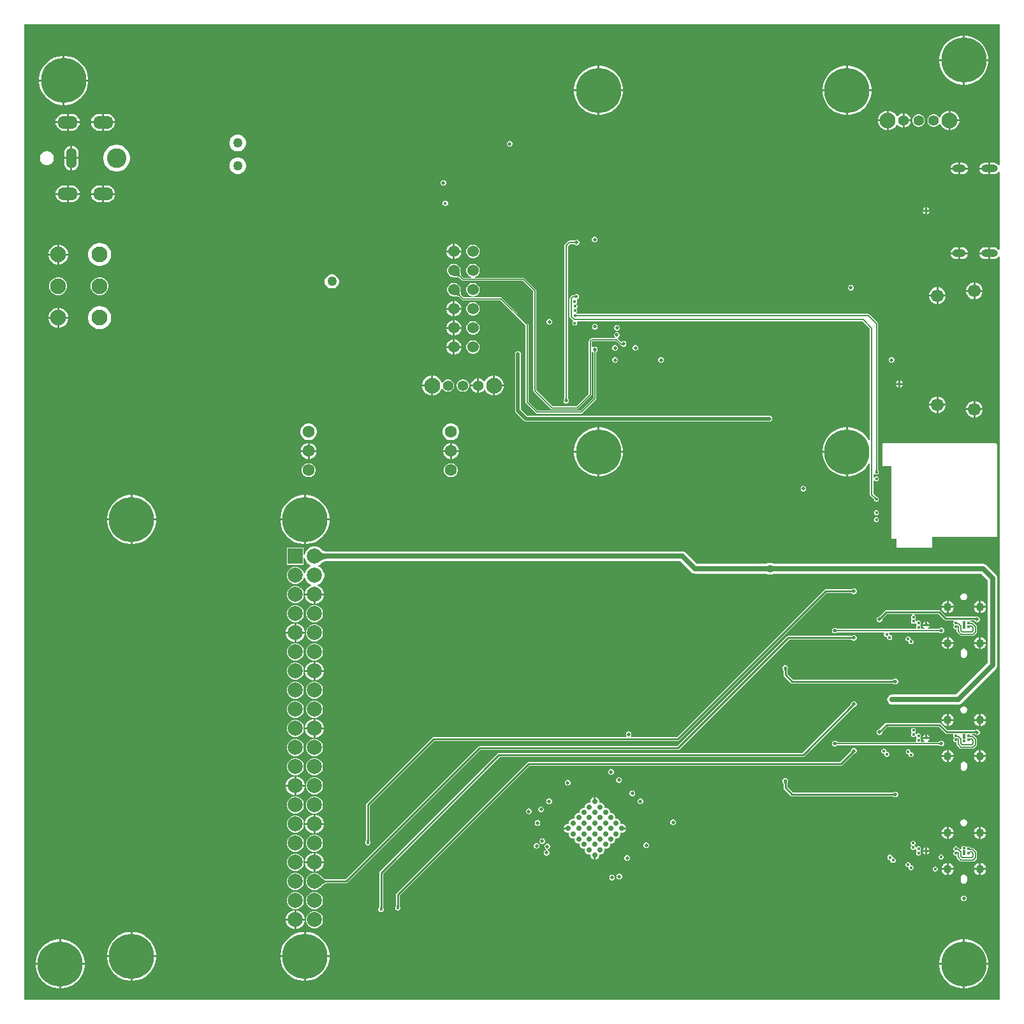
<source format=gbr>
%TF.GenerationSoftware,Altium Limited,Altium Designer,22.2.1 (43)*%
G04 Layer_Physical_Order=6*
G04 Layer_Color=3394611*
%FSLAX26Y26*%
%MOIN*%
%TF.SameCoordinates,92DA24ED-A250-4A13-B4DD-B7D196A9CFE6*%
%TF.FilePolarity,Positive*%
%TF.FileFunction,Copper,L6,Inr,Signal*%
%TF.Part,Single*%
G01*
G75*
%TA.AperFunction,Conductor*%
%ADD57C,0.007874*%
%ADD59C,0.010000*%
%ADD64C,0.019685*%
%ADD66C,0.005000*%
%TA.AperFunction,ComponentPad*%
%ADD67O,0.086614X0.039370*%
%ADD68O,0.070866X0.039370*%
%ADD69C,0.043307*%
%ADD70C,0.082677*%
%ADD71C,0.078740*%
%ADD72R,0.078740X0.078740*%
%ADD73O,0.106299X0.066929*%
%ADD74C,0.102362*%
%ADD75O,0.055118X0.106299*%
%ADD76C,0.055118*%
%ADD77C,0.062992*%
%ADD78C,0.236220*%
%ADD79C,0.066929*%
%ADD80C,0.060000*%
%TA.AperFunction,ViaPad*%
%ADD81C,0.027559*%
%ADD82C,0.017716*%
%ADD83C,0.039370*%
%ADD84C,0.015748*%
%ADD85C,0.019685*%
%ADD86C,0.050000*%
%TA.AperFunction,Conductor*%
%ADD87C,0.005906*%
%ADD88C,0.027559*%
%ADD89C,0.006946*%
G36*
X6092167Y5358325D02*
X6087167Y5356627D01*
X6084164Y5360542D01*
X6077963Y5365300D01*
X6070742Y5368291D01*
X6062992Y5369311D01*
X6044370D01*
Y5339370D01*
Y5309429D01*
X6062992D01*
X6070742Y5310449D01*
X6077963Y5313440D01*
X6084164Y5318198D01*
X6087167Y5322113D01*
X6092167Y5320415D01*
Y4915805D01*
X6087167Y4914108D01*
X6084164Y4918022D01*
X6077963Y4922780D01*
X6070742Y4925771D01*
X6062992Y4926792D01*
X6044370D01*
Y4896850D01*
Y4866909D01*
X6062992D01*
X6070742Y4867929D01*
X6077963Y4870921D01*
X6084164Y4875679D01*
X6087167Y4879593D01*
X6092167Y4877896D01*
Y994447D01*
X994447D01*
Y6092167D01*
X6092167D01*
Y5358325D01*
D02*
G37*
%LPC*%
G36*
X5915594Y6033622D02*
X5910512D01*
Y5910512D01*
X6033622D01*
Y5915594D01*
X6030467Y5935511D01*
X6024236Y5954689D01*
X6015081Y5972656D01*
X6003229Y5988970D01*
X5988970Y6003229D01*
X5972656Y6015081D01*
X5954689Y6024236D01*
X5935511Y6030467D01*
X5915594Y6033622D01*
D02*
G37*
G36*
X5900512D02*
X5895429D01*
X5875513Y6030467D01*
X5856335Y6024236D01*
X5838367Y6015081D01*
X5822054Y6003229D01*
X5807795Y5988970D01*
X5795942Y5972656D01*
X5786788Y5954689D01*
X5780556Y5935511D01*
X5777402Y5915594D01*
Y5910512D01*
X5900512D01*
Y6033622D01*
D02*
G37*
G36*
X1210082Y5928110D02*
X1205000D01*
Y5805000D01*
X1328110D01*
Y5810083D01*
X1324956Y5829999D01*
X1318724Y5849177D01*
X1309570Y5867144D01*
X1297717Y5883458D01*
X1283458Y5897717D01*
X1267144Y5909570D01*
X1249177Y5918724D01*
X1229999Y5924956D01*
X1210082Y5928110D01*
D02*
G37*
G36*
X1195000D02*
X1189918D01*
X1170001Y5924956D01*
X1150823Y5918724D01*
X1132856Y5909570D01*
X1116542Y5897717D01*
X1102283Y5883458D01*
X1090430Y5867144D01*
X1081276Y5849177D01*
X1075044Y5829999D01*
X1071890Y5810083D01*
Y5805000D01*
X1195000D01*
Y5928110D01*
D02*
G37*
G36*
X6033622Y5900512D02*
X5910512D01*
Y5777402D01*
X5915594D01*
X5935511Y5780556D01*
X5954689Y5786788D01*
X5972656Y5795942D01*
X5988970Y5807795D01*
X6003229Y5822054D01*
X6015081Y5838367D01*
X6024236Y5856335D01*
X6030467Y5875513D01*
X6033622Y5895429D01*
Y5900512D01*
D02*
G37*
G36*
X5900512D02*
X5777402D01*
Y5895429D01*
X5780556Y5875513D01*
X5786788Y5856335D01*
X5795942Y5838367D01*
X5807795Y5822054D01*
X5822054Y5807795D01*
X5838367Y5795942D01*
X5856335Y5786788D01*
X5875513Y5780556D01*
X5895429Y5777402D01*
X5900512D01*
Y5900512D01*
D02*
G37*
G36*
X5305358Y5876142D02*
X5300276D01*
Y5753032D01*
X5423386D01*
Y5758114D01*
X5420231Y5778031D01*
X5414000Y5797209D01*
X5404845Y5815176D01*
X5392993Y5831490D01*
X5378734Y5845748D01*
X5362420Y5857601D01*
X5344453Y5866756D01*
X5325275Y5872987D01*
X5305358Y5876142D01*
D02*
G37*
G36*
X5290276D02*
X5285193D01*
X5265276Y5872987D01*
X5246098Y5866756D01*
X5228131Y5857601D01*
X5211817Y5845748D01*
X5197559Y5831490D01*
X5185706Y5815176D01*
X5176551Y5797209D01*
X5170320Y5778031D01*
X5167165Y5758114D01*
Y5753032D01*
X5290276D01*
Y5876142D01*
D02*
G37*
G36*
X4006146D02*
X4001063D01*
Y5753031D01*
X4124173D01*
Y5758114D01*
X4121019Y5778031D01*
X4114787Y5797209D01*
X4105633Y5815176D01*
X4093780Y5831490D01*
X4079521Y5845748D01*
X4063207Y5857601D01*
X4045240Y5866756D01*
X4026062Y5872987D01*
X4006146Y5876142D01*
D02*
G37*
G36*
X3991063D02*
X3985981D01*
X3966064Y5872987D01*
X3946886Y5866756D01*
X3928919Y5857601D01*
X3912605Y5845748D01*
X3898346Y5831490D01*
X3886493Y5815176D01*
X3877339Y5797209D01*
X3871107Y5778031D01*
X3867953Y5758114D01*
Y5753031D01*
X3991063D01*
Y5876142D01*
D02*
G37*
G36*
X1328110Y5795000D02*
X1205000D01*
Y5671890D01*
X1210082D01*
X1229999Y5675044D01*
X1249177Y5681276D01*
X1267144Y5690430D01*
X1283458Y5702283D01*
X1297717Y5716542D01*
X1309570Y5732856D01*
X1318724Y5750823D01*
X1324956Y5770001D01*
X1328110Y5789917D01*
Y5795000D01*
D02*
G37*
G36*
X1195000D02*
X1071890D01*
Y5789917D01*
X1075044Y5770001D01*
X1081276Y5750823D01*
X1090430Y5732856D01*
X1102283Y5716542D01*
X1116542Y5702283D01*
X1132856Y5690430D01*
X1150823Y5681276D01*
X1170001Y5675044D01*
X1189918Y5671890D01*
X1195000D01*
Y5795000D01*
D02*
G37*
G36*
X5423386Y5743032D02*
X5300276D01*
Y5619921D01*
X5305358D01*
X5325275Y5623076D01*
X5344453Y5629307D01*
X5362420Y5638462D01*
X5378734Y5650315D01*
X5392993Y5664573D01*
X5404845Y5680887D01*
X5414000Y5698854D01*
X5420231Y5718032D01*
X5423386Y5737949D01*
Y5743032D01*
D02*
G37*
G36*
X5290276D02*
X5167165D01*
Y5737949D01*
X5170320Y5718032D01*
X5176551Y5698854D01*
X5185706Y5680887D01*
X5197559Y5664573D01*
X5211817Y5650315D01*
X5228131Y5638462D01*
X5246098Y5629307D01*
X5265276Y5623076D01*
X5285193Y5619921D01*
X5290276D01*
Y5743032D01*
D02*
G37*
G36*
X4124173Y5743031D02*
X4001063D01*
Y5619921D01*
X4006146D01*
X4026062Y5623076D01*
X4045240Y5629307D01*
X4063207Y5638462D01*
X4079521Y5650315D01*
X4093780Y5664573D01*
X4105633Y5680887D01*
X4114787Y5698854D01*
X4121019Y5718032D01*
X4124173Y5737949D01*
Y5743031D01*
D02*
G37*
G36*
X3991063D02*
X3867953D01*
Y5737949D01*
X3871107Y5718032D01*
X3877339Y5698854D01*
X3886493Y5680887D01*
X3898346Y5664573D01*
X3912605Y5650315D01*
X3928919Y5638462D01*
X3946886Y5629307D01*
X3966064Y5623076D01*
X3985981Y5619921D01*
X3991063D01*
Y5743031D01*
D02*
G37*
G36*
X5825709Y5641890D02*
X5823950D01*
X5810893Y5638391D01*
X5799186Y5631632D01*
X5789627Y5622074D01*
X5782869Y5610367D01*
X5781918Y5606819D01*
X5776552Y5606113D01*
X5774022Y5610495D01*
X5767975Y5616542D01*
X5760568Y5620818D01*
X5752308Y5623032D01*
X5743755D01*
X5735495Y5620818D01*
X5728088Y5616542D01*
X5722041Y5610495D01*
X5717765Y5603088D01*
X5715551Y5594827D01*
Y5586275D01*
X5717765Y5578014D01*
X5722041Y5570608D01*
X5728088Y5564560D01*
X5735495Y5560284D01*
X5743755Y5558071D01*
X5752308D01*
X5760568Y5560284D01*
X5767975Y5564560D01*
X5774022Y5570608D01*
X5776552Y5574990D01*
X5781918Y5574283D01*
X5782869Y5570735D01*
X5789627Y5559029D01*
X5799186Y5549470D01*
X5810893Y5542711D01*
X5823950Y5539213D01*
X5825709D01*
Y5590551D01*
Y5641890D01*
D02*
G37*
G36*
X5837467D02*
X5835709D01*
Y5595551D01*
X5882047D01*
Y5597310D01*
X5878549Y5610367D01*
X5871790Y5622074D01*
X5862231Y5631632D01*
X5850525Y5638391D01*
X5837467Y5641890D01*
D02*
G37*
G36*
X5595551Y5628095D02*
Y5595551D01*
X5628095D01*
X5625551Y5605048D01*
X5620606Y5613613D01*
X5613613Y5620606D01*
X5605048Y5625551D01*
X5595551Y5628095D01*
D02*
G37*
G36*
X5502874Y5641890D02*
X5501115D01*
X5488058Y5638391D01*
X5476351Y5631632D01*
X5466793Y5622074D01*
X5460034Y5610367D01*
X5456535Y5597310D01*
Y5595551D01*
X5502874D01*
Y5641890D01*
D02*
G37*
G36*
X1425197Y5624548D02*
X1410512D01*
Y5585709D01*
X1468378D01*
X1467543Y5592055D01*
X1463163Y5602628D01*
X1456196Y5611708D01*
X1447117Y5618675D01*
X1436543Y5623055D01*
X1425197Y5624548D01*
D02*
G37*
G36*
X1400512D02*
X1385827D01*
X1374480Y5623055D01*
X1363907Y5618675D01*
X1354827Y5611708D01*
X1347861Y5602628D01*
X1343481Y5592055D01*
X1342645Y5585709D01*
X1400512D01*
Y5624548D01*
D02*
G37*
G36*
X1240158D02*
X1225472D01*
Y5585709D01*
X1283339D01*
X1282503Y5592055D01*
X1278124Y5602628D01*
X1271157Y5611708D01*
X1262077Y5618675D01*
X1251504Y5623055D01*
X1240158Y5624548D01*
D02*
G37*
G36*
X1215472D02*
X1200787D01*
X1189441Y5623055D01*
X1178868Y5618675D01*
X1169788Y5611708D01*
X1162821Y5602628D01*
X1158441Y5592055D01*
X1157606Y5585709D01*
X1215472D01*
Y5624548D01*
D02*
G37*
G36*
X5673567Y5623032D02*
X5665015D01*
X5656754Y5620818D01*
X5649348Y5616542D01*
X5643301Y5610495D01*
X5639025Y5603088D01*
X5636811Y5594827D01*
Y5586275D01*
X5639025Y5578014D01*
X5643301Y5570608D01*
X5649348Y5564560D01*
X5656754Y5560284D01*
X5665015Y5558071D01*
X5673567D01*
X5681828Y5560284D01*
X5689235Y5564560D01*
X5695282Y5570608D01*
X5699558Y5578014D01*
X5701772Y5586275D01*
Y5594827D01*
X5699558Y5603088D01*
X5695282Y5610495D01*
X5689235Y5616542D01*
X5681828Y5620818D01*
X5673567Y5623032D01*
D02*
G37*
G36*
X5628095Y5585551D02*
X5595551D01*
Y5553007D01*
X5605048Y5555552D01*
X5613613Y5560497D01*
X5620606Y5567489D01*
X5625551Y5576054D01*
X5628095Y5585551D01*
D02*
G37*
G36*
X5514633Y5641890D02*
X5512874D01*
Y5590551D01*
Y5539213D01*
X5514633D01*
X5527690Y5542711D01*
X5539397Y5549470D01*
X5548955Y5559029D01*
X5554281Y5568254D01*
X5560048Y5568266D01*
X5560496Y5567489D01*
X5567489Y5560497D01*
X5576054Y5555552D01*
X5585551Y5553007D01*
Y5590551D01*
Y5628095D01*
X5576054Y5625551D01*
X5567489Y5620606D01*
X5560496Y5613613D01*
X5560048Y5612837D01*
X5554281Y5612848D01*
X5548955Y5622074D01*
X5539397Y5631632D01*
X5527690Y5638391D01*
X5514633Y5641890D01*
D02*
G37*
G36*
X5882047Y5585551D02*
X5835709D01*
Y5539213D01*
X5837467D01*
X5850525Y5542711D01*
X5862231Y5549470D01*
X5871790Y5559029D01*
X5878549Y5570735D01*
X5882047Y5583792D01*
Y5585551D01*
D02*
G37*
G36*
X5502874D02*
X5456535D01*
Y5583792D01*
X5460034Y5570735D01*
X5466793Y5559029D01*
X5476351Y5549470D01*
X5488058Y5542711D01*
X5501115Y5539213D01*
X5502874D01*
Y5585551D01*
D02*
G37*
G36*
X1468378Y5575709D02*
X1410512D01*
Y5536869D01*
X1425197D01*
X1436543Y5538363D01*
X1447117Y5542743D01*
X1456196Y5549709D01*
X1463163Y5558789D01*
X1467543Y5569362D01*
X1468378Y5575709D01*
D02*
G37*
G36*
X1400512D02*
X1342645D01*
X1343481Y5569362D01*
X1347861Y5558789D01*
X1354827Y5549709D01*
X1363907Y5542743D01*
X1374480Y5538363D01*
X1385827Y5536869D01*
X1400512D01*
Y5575709D01*
D02*
G37*
G36*
X1283339Y5575709D02*
X1225472D01*
Y5536869D01*
X1240158D01*
X1251504Y5538363D01*
X1262077Y5542743D01*
X1271157Y5549709D01*
X1278124Y5558789D01*
X1282503Y5569362D01*
X1283339Y5575709D01*
D02*
G37*
G36*
X1215472D02*
X1157606D01*
X1158441Y5569362D01*
X1162821Y5558789D01*
X1169788Y5549709D01*
X1178868Y5542743D01*
X1189441Y5538363D01*
X1200787Y5536869D01*
X1215472D01*
Y5575709D01*
D02*
G37*
G36*
X3534433Y5483268D02*
X3528559D01*
X3523133Y5481020D01*
X3518980Y5476867D01*
X3516732Y5471441D01*
Y5465567D01*
X3518980Y5460141D01*
X3523133Y5455988D01*
X3528559Y5453740D01*
X3534433D01*
X3539859Y5455988D01*
X3544012Y5460141D01*
X3546260Y5465567D01*
Y5471441D01*
X3544012Y5476867D01*
X3539859Y5481020D01*
X3534433Y5483268D01*
D02*
G37*
G36*
X2115990Y5516142D02*
X2104483D01*
X2093368Y5513164D01*
X2083403Y5507410D01*
X2075267Y5499274D01*
X2069514Y5489309D01*
X2066535Y5478194D01*
Y5466688D01*
X2069514Y5455573D01*
X2075267Y5445608D01*
X2083403Y5437472D01*
X2093368Y5431718D01*
X2104483Y5428740D01*
X2115990D01*
X2127104Y5431718D01*
X2137069Y5437472D01*
X2145206Y5445608D01*
X2150959Y5455573D01*
X2153937Y5466688D01*
Y5478194D01*
X2150959Y5489309D01*
X2145206Y5499274D01*
X2137069Y5507410D01*
X2127104Y5513164D01*
X2115990Y5516142D01*
D02*
G37*
G36*
X1245158Y5456516D02*
Y5398701D01*
X1278041D01*
Y5419291D01*
X1276750Y5429096D01*
X1272965Y5438233D01*
X1266945Y5446079D01*
X1259099Y5452099D01*
X1249962Y5455884D01*
X1245158Y5456516D01*
D02*
G37*
G36*
X1235158D02*
X1230353Y5455884D01*
X1221216Y5452099D01*
X1213370Y5446079D01*
X1207350Y5438233D01*
X1203565Y5429096D01*
X1202274Y5419291D01*
Y5398701D01*
X1235158D01*
Y5456516D01*
D02*
G37*
G36*
X1116999Y5430118D02*
X1107410D01*
X1098148Y5427636D01*
X1089844Y5422842D01*
X1083064Y5416061D01*
X1078269Y5407757D01*
X1075787Y5398495D01*
Y5388906D01*
X1078269Y5379644D01*
X1083064Y5371340D01*
X1089844Y5364560D01*
X1098148Y5359765D01*
X1107410Y5357283D01*
X1116999D01*
X1126261Y5359765D01*
X1134565Y5364560D01*
X1141346Y5371340D01*
X1146140Y5379644D01*
X1148622Y5388906D01*
Y5398495D01*
X1146140Y5407757D01*
X1141346Y5416061D01*
X1134565Y5422842D01*
X1126261Y5427636D01*
X1116999Y5430118D01*
D02*
G37*
G36*
X6034370Y5369311D02*
X6015748D01*
X6007999Y5368291D01*
X6000777Y5365300D01*
X5994576Y5360542D01*
X5989818Y5354341D01*
X5986827Y5347119D01*
X5986465Y5344370D01*
X6034370D01*
Y5369311D01*
D02*
G37*
G36*
X5897638D02*
X5886890D01*
Y5344370D01*
X5926921D01*
X5926559Y5347119D01*
X5923568Y5354341D01*
X5918809Y5360542D01*
X5912608Y5365300D01*
X5905387Y5368291D01*
X5897638Y5369311D01*
D02*
G37*
G36*
X5876890D02*
X5866142D01*
X5858392Y5368291D01*
X5851171Y5365300D01*
X5844970Y5360542D01*
X5840212Y5354341D01*
X5837221Y5347119D01*
X5836859Y5344370D01*
X5876890D01*
Y5369311D01*
D02*
G37*
G36*
X1278041Y5388701D02*
X1245158D01*
Y5330885D01*
X1249962Y5331518D01*
X1259099Y5335302D01*
X1266945Y5341323D01*
X1272965Y5349169D01*
X1276750Y5358305D01*
X1278041Y5368110D01*
Y5388701D01*
D02*
G37*
G36*
X1235158D02*
X1202274D01*
Y5368110D01*
X1203565Y5358305D01*
X1207350Y5349169D01*
X1213370Y5341323D01*
X1221216Y5335302D01*
X1230353Y5331518D01*
X1235158Y5330885D01*
Y5388701D01*
D02*
G37*
G36*
X1483261Y5463583D02*
X1469495D01*
X1455994Y5460897D01*
X1443276Y5455629D01*
X1431831Y5447982D01*
X1422097Y5438248D01*
X1414449Y5426802D01*
X1409181Y5414085D01*
X1406496Y5400584D01*
Y5386818D01*
X1409181Y5373317D01*
X1414449Y5360599D01*
X1422097Y5349154D01*
X1431831Y5339420D01*
X1443276Y5331772D01*
X1455994Y5326504D01*
X1469495Y5323819D01*
X1483261D01*
X1496762Y5326504D01*
X1509479Y5331772D01*
X1520925Y5339420D01*
X1530659Y5349154D01*
X1538306Y5360599D01*
X1543574Y5373317D01*
X1546260Y5386818D01*
Y5400584D01*
X1543574Y5414085D01*
X1538306Y5426802D01*
X1530659Y5438248D01*
X1520925Y5447982D01*
X1509479Y5455629D01*
X1496762Y5460897D01*
X1483261Y5463583D01*
D02*
G37*
G36*
X2115990Y5398032D02*
X2104483D01*
X2093368Y5395053D01*
X2083403Y5389300D01*
X2075267Y5381164D01*
X2069514Y5371199D01*
X2066535Y5360084D01*
Y5348577D01*
X2069514Y5337463D01*
X2075267Y5327498D01*
X2083403Y5319361D01*
X2093368Y5313608D01*
X2104483Y5310630D01*
X2115990D01*
X2127104Y5313608D01*
X2137069Y5319361D01*
X2145206Y5327498D01*
X2150959Y5337463D01*
X2153937Y5348577D01*
Y5360084D01*
X2150959Y5371199D01*
X2145206Y5381164D01*
X2137069Y5389300D01*
X2127104Y5395053D01*
X2115990Y5398032D01*
D02*
G37*
G36*
X6034370Y5334370D02*
X5986465D01*
X5986827Y5331621D01*
X5989818Y5324399D01*
X5994576Y5318198D01*
X6000777Y5313440D01*
X6007999Y5310449D01*
X6015748Y5309429D01*
X6034370D01*
Y5334370D01*
D02*
G37*
G36*
X5926921Y5334370D02*
X5886890D01*
Y5309429D01*
X5897638D01*
X5905387Y5310449D01*
X5912608Y5313440D01*
X5918809Y5318198D01*
X5923568Y5324399D01*
X5926559Y5331621D01*
X5926921Y5334370D01*
D02*
G37*
G36*
X5876890D02*
X5836859D01*
X5837221Y5331621D01*
X5840212Y5324399D01*
X5844970Y5318198D01*
X5851171Y5313440D01*
X5858392Y5310449D01*
X5866142Y5309429D01*
X5876890D01*
Y5334370D01*
D02*
G37*
G36*
X3187976Y5278543D02*
X3182103D01*
X3176676Y5276296D01*
X3172523Y5272142D01*
X3170276Y5266716D01*
Y5260843D01*
X3172523Y5255417D01*
X3176676Y5251263D01*
X3182103Y5249016D01*
X3187976D01*
X3193402Y5251263D01*
X3197555Y5255417D01*
X3199803Y5260843D01*
Y5266716D01*
X3197555Y5272142D01*
X3193402Y5276296D01*
X3187976Y5278543D01*
D02*
G37*
G36*
X1240158Y5250533D02*
X1225472D01*
Y5211693D01*
X1283339D01*
X1282503Y5218039D01*
X1278124Y5228613D01*
X1271157Y5237692D01*
X1262077Y5244659D01*
X1251504Y5249039D01*
X1240158Y5250533D01*
D02*
G37*
G36*
X1215472D02*
X1200787D01*
X1189441Y5249039D01*
X1178868Y5244659D01*
X1169788Y5237692D01*
X1162821Y5228613D01*
X1158441Y5218039D01*
X1157606Y5211693D01*
X1215472D01*
Y5250533D01*
D02*
G37*
G36*
X1425197D02*
X1410512D01*
Y5211693D01*
X1468378D01*
X1467543Y5218039D01*
X1463163Y5228613D01*
X1456196Y5237692D01*
X1447117Y5244659D01*
X1436543Y5249039D01*
X1425197Y5250533D01*
D02*
G37*
G36*
X1400512D02*
X1385827D01*
X1374480Y5249039D01*
X1363907Y5244659D01*
X1354827Y5237692D01*
X1347861Y5228613D01*
X1343481Y5218039D01*
X1342645Y5211693D01*
X1400512D01*
Y5250533D01*
D02*
G37*
G36*
X1468378Y5201693D02*
X1410512D01*
Y5162853D01*
X1425197D01*
X1436543Y5164347D01*
X1447117Y5168727D01*
X1456196Y5175694D01*
X1463163Y5184773D01*
X1467543Y5195346D01*
X1468378Y5201693D01*
D02*
G37*
G36*
X1400512D02*
X1342645D01*
X1343481Y5195346D01*
X1347861Y5184773D01*
X1354827Y5175694D01*
X1363907Y5168727D01*
X1374480Y5164347D01*
X1385827Y5162853D01*
X1400512D01*
Y5201693D01*
D02*
G37*
G36*
X1283339Y5201693D02*
X1225472D01*
Y5162853D01*
X1240158D01*
X1251504Y5164347D01*
X1262077Y5168727D01*
X1271157Y5175694D01*
X1278124Y5184773D01*
X1282503Y5195346D01*
X1283339Y5201693D01*
D02*
G37*
G36*
X1215472D02*
X1157606D01*
X1158441Y5195346D01*
X1162821Y5184773D01*
X1169788Y5175694D01*
X1178868Y5168727D01*
X1189441Y5164347D01*
X1200787Y5162853D01*
X1215472D01*
Y5201693D01*
D02*
G37*
G36*
X3197741Y5171779D02*
X3192259D01*
X3187195Y5169682D01*
X3183318Y5165806D01*
X3181220Y5160741D01*
Y5155259D01*
X3183318Y5150194D01*
X3187195Y5146318D01*
X3192259Y5144221D01*
X3197741D01*
X3202805Y5146318D01*
X3206682Y5150194D01*
X3208780Y5155259D01*
Y5160741D01*
X3206682Y5165806D01*
X3202805Y5169682D01*
X3197741Y5171779D01*
D02*
G37*
G36*
X5713661Y5135386D02*
Y5123110D01*
X5725937D01*
X5723814Y5128235D01*
X5718786Y5133263D01*
X5713661Y5135386D01*
D02*
G37*
G36*
X5703661D02*
X5698537Y5133263D01*
X5693508Y5128235D01*
X5691386Y5123110D01*
X5703661D01*
Y5135386D01*
D02*
G37*
G36*
X5725937Y5113110D02*
X5713661D01*
Y5100835D01*
X5718786Y5102957D01*
X5723814Y5107985D01*
X5725937Y5113110D01*
D02*
G37*
G36*
X5703661D02*
X5691386D01*
X5693508Y5107985D01*
X5698537Y5102957D01*
X5703661Y5100835D01*
Y5113110D01*
D02*
G37*
G36*
X3978937Y4982764D02*
X3973063D01*
X3967637Y4980516D01*
X3963484Y4976363D01*
X3961236Y4970937D01*
Y4965063D01*
X3963484Y4959637D01*
X3967637Y4955484D01*
X3973063Y4953236D01*
X3978937D01*
X3984363Y4955484D01*
X3988516Y4959637D01*
X3990764Y4965063D01*
Y4970937D01*
X3988516Y4976363D01*
X3984363Y4980516D01*
X3978937Y4982764D01*
D02*
G37*
G36*
X3884827Y4967520D02*
X3878953D01*
X3873527Y4965272D01*
X3872775Y4964520D01*
X3872068Y4964312D01*
X3871594Y4963931D01*
X3871270Y4963709D01*
X3870924Y4963512D01*
X3870549Y4963336D01*
X3870138Y4963181D01*
X3869683Y4963046D01*
X3869177Y4962935D01*
X3868620Y4962850D01*
X3868003Y4962797D01*
X3867184Y4962774D01*
X3866671Y4962544D01*
X3843276D01*
X3839820Y4961857D01*
X3836890Y4959899D01*
X3820385Y4943394D01*
X3818427Y4940464D01*
X3817740Y4937008D01*
Y4141581D01*
X3817510Y4141071D01*
X3817486Y4140263D01*
X3817431Y4139677D01*
X3817346Y4139161D01*
X3817235Y4138704D01*
X3817104Y4138305D01*
X3816954Y4137951D01*
X3816788Y4137636D01*
X3816602Y4137349D01*
X3816391Y4137079D01*
X3815991Y4136652D01*
X3815649Y4135741D01*
X3814256Y4134347D01*
X3812008Y4128921D01*
Y4123048D01*
X3814256Y4117621D01*
X3818409Y4113468D01*
X3823835Y4111221D01*
X3829708D01*
X3835135Y4113468D01*
X3839288Y4117621D01*
X3841535Y4123048D01*
Y4128921D01*
X3839288Y4134347D01*
X3837894Y4135741D01*
X3837552Y4136652D01*
X3837152Y4137079D01*
X3836941Y4137349D01*
X3836755Y4137637D01*
X3836589Y4137951D01*
X3836440Y4138305D01*
X3836309Y4138704D01*
X3836198Y4139161D01*
X3836113Y4139677D01*
X3836057Y4140262D01*
X3836033Y4141071D01*
X3835803Y4141581D01*
Y4933267D01*
X3847017Y4944481D01*
X3865810D01*
X3866223Y4944267D01*
X3866364Y4944312D01*
X3866499Y4944251D01*
X3867301Y4944226D01*
X3867856Y4944170D01*
X3868335Y4944085D01*
X3868741Y4943978D01*
X3869085Y4943855D01*
X3869375Y4943720D01*
X3869626Y4943573D01*
X3869851Y4943409D01*
X3870062Y4943220D01*
X3870440Y4942812D01*
X3871396Y4942371D01*
X3873527Y4940240D01*
X3878953Y4937992D01*
X3884827D01*
X3890253Y4940240D01*
X3894406Y4944393D01*
X3896654Y4949819D01*
Y4955693D01*
X3894406Y4961119D01*
X3890253Y4965272D01*
X3884827Y4967520D01*
D02*
G37*
G36*
X3245227Y4946299D02*
X3244961D01*
Y4911299D01*
X3279961D01*
Y4911565D01*
X3277235Y4921739D01*
X3271969Y4930860D01*
X3264521Y4938307D01*
X3255400Y4943573D01*
X3245227Y4946299D01*
D02*
G37*
G36*
X3234961D02*
X3234695D01*
X3224521Y4943573D01*
X3215400Y4938307D01*
X3207953Y4930860D01*
X3202686Y4921739D01*
X3199961Y4911565D01*
Y4911299D01*
X3234961D01*
Y4946299D01*
D02*
G37*
G36*
X5897638Y4926792D02*
X5886890D01*
Y4901851D01*
X5926921D01*
X5926559Y4904600D01*
X5923568Y4911821D01*
X5918809Y4918022D01*
X5912608Y4922780D01*
X5905387Y4925771D01*
X5897638Y4926792D01*
D02*
G37*
G36*
X5876890D02*
X5866142D01*
X5858392Y4925771D01*
X5851171Y4922780D01*
X5844970Y4918022D01*
X5840212Y4911821D01*
X5837221Y4904600D01*
X5836859Y4901851D01*
X5876890D01*
Y4926792D01*
D02*
G37*
G36*
X6034370D02*
X6015748D01*
X6007999Y4925771D01*
X6000777Y4922780D01*
X5994576Y4918022D01*
X5989818Y4911821D01*
X5986827Y4904600D01*
X5986465Y4901850D01*
X6034370D01*
Y4926792D01*
D02*
G37*
G36*
X1178019Y4941102D02*
X1176260D01*
Y4894764D01*
X1222599D01*
Y4896523D01*
X1219100Y4909580D01*
X1212341Y4921286D01*
X1202783Y4930845D01*
X1191076Y4937604D01*
X1178019Y4941102D01*
D02*
G37*
G36*
X1166260D02*
X1164501D01*
X1151444Y4937604D01*
X1139737Y4930845D01*
X1130179Y4921286D01*
X1123420Y4909580D01*
X1119921Y4896523D01*
Y4894764D01*
X1166260D01*
Y4941102D01*
D02*
G37*
G36*
X3344558Y4941221D02*
X3335363D01*
X3326481Y4938841D01*
X3318518Y4934243D01*
X3312017Y4927741D01*
X3307419Y4919778D01*
X3305039Y4910897D01*
Y4901702D01*
X3307419Y4892820D01*
X3312017Y4884857D01*
X3318518Y4878355D01*
X3326481Y4873758D01*
X3335363Y4871378D01*
X3344558D01*
X3353440Y4873758D01*
X3361403Y4878355D01*
X3367905Y4884857D01*
X3372502Y4892820D01*
X3374882Y4901702D01*
Y4910897D01*
X3372502Y4919778D01*
X3367905Y4927741D01*
X3361403Y4934243D01*
X3353440Y4938841D01*
X3344558Y4941221D01*
D02*
G37*
G36*
X6034370Y4891850D02*
X5986465D01*
X5986827Y4889101D01*
X5989818Y4881880D01*
X5994576Y4875679D01*
X6000777Y4870921D01*
X6007999Y4867929D01*
X6015748Y4866909D01*
X6034370D01*
Y4891850D01*
D02*
G37*
G36*
X5926921Y4891851D02*
X5886890D01*
Y4866909D01*
X5897638D01*
X5905387Y4867929D01*
X5912608Y4870921D01*
X5918809Y4875679D01*
X5923568Y4881880D01*
X5926559Y4889101D01*
X5926921Y4891851D01*
D02*
G37*
G36*
X5876890D02*
X5836859D01*
X5837221Y4889101D01*
X5840212Y4881880D01*
X5844970Y4875679D01*
X5851171Y4870921D01*
X5858392Y4867929D01*
X5866142Y4866909D01*
X5876890D01*
Y4891851D01*
D02*
G37*
G36*
X3279961Y4901299D02*
X3244961D01*
Y4866299D01*
X3245227D01*
X3255400Y4869025D01*
X3264521Y4874291D01*
X3271969Y4881739D01*
X3277235Y4890860D01*
X3279961Y4901033D01*
Y4901299D01*
D02*
G37*
G36*
X3234961D02*
X3199961D01*
Y4901033D01*
X3202686Y4890860D01*
X3207953Y4881739D01*
X3215400Y4874291D01*
X3224521Y4869025D01*
X3234695Y4866299D01*
X3234961D01*
Y4901299D01*
D02*
G37*
G36*
X1222599Y4884764D02*
X1176260D01*
Y4838425D01*
X1178019D01*
X1191076Y4841924D01*
X1202783Y4848683D01*
X1212341Y4858241D01*
X1219100Y4869948D01*
X1222599Y4883005D01*
Y4884764D01*
D02*
G37*
G36*
X1166260D02*
X1119921D01*
Y4883005D01*
X1123420Y4869948D01*
X1130179Y4858241D01*
X1139737Y4848683D01*
X1151444Y4841924D01*
X1164501Y4838425D01*
X1166260D01*
Y4884764D01*
D02*
G37*
G36*
X1393709Y4949803D02*
X1381882D01*
X1370283Y4947496D01*
X1359356Y4942970D01*
X1349522Y4936399D01*
X1341160Y4928037D01*
X1334589Y4918203D01*
X1330063Y4907276D01*
X1327756Y4895677D01*
Y4883850D01*
X1330063Y4872251D01*
X1334589Y4861324D01*
X1341160Y4851491D01*
X1349522Y4843128D01*
X1359356Y4836557D01*
X1370283Y4832032D01*
X1381882Y4829724D01*
X1393709D01*
X1405308Y4832032D01*
X1416235Y4836557D01*
X1426068Y4843128D01*
X1434431Y4851491D01*
X1441002Y4861324D01*
X1445527Y4872251D01*
X1447835Y4883850D01*
Y4895677D01*
X1445527Y4907276D01*
X1441002Y4918203D01*
X1434431Y4928037D01*
X1426068Y4936399D01*
X1416235Y4942970D01*
X1405308Y4947496D01*
X1393709Y4949803D01*
D02*
G37*
G36*
X3344558Y4841221D02*
X3335363D01*
X3326481Y4838841D01*
X3318518Y4834243D01*
X3312017Y4827741D01*
X3307419Y4819778D01*
X3305039Y4810897D01*
Y4801702D01*
X3307419Y4792820D01*
X3312017Y4784857D01*
X3318518Y4778355D01*
X3326481Y4773758D01*
X3330582Y4772659D01*
X3329923Y4767659D01*
X3289302D01*
X3279872Y4777089D01*
X3279734Y4777553D01*
X3278905Y4778577D01*
X3278302Y4779656D01*
X3277655Y4781273D01*
X3277036Y4783408D01*
X3276485Y4786036D01*
X3276039Y4789033D01*
X3275295Y4801186D01*
X3275286Y4806010D01*
X3274882Y4806980D01*
Y4810897D01*
X3272502Y4819778D01*
X3267905Y4827741D01*
X3261403Y4834243D01*
X3253440Y4838841D01*
X3244558Y4841221D01*
X3235363D01*
X3226481Y4838841D01*
X3218518Y4834243D01*
X3212017Y4827741D01*
X3207419Y4819778D01*
X3205039Y4810897D01*
Y4801702D01*
X3207419Y4792820D01*
X3212017Y4784857D01*
X3218518Y4778355D01*
X3226481Y4773758D01*
X3235363Y4771378D01*
X3239247D01*
X3240181Y4770975D01*
X3249570Y4770834D01*
X3257178Y4770228D01*
X3260224Y4769775D01*
X3262852Y4769224D01*
X3264987Y4768605D01*
X3266604Y4767958D01*
X3267683Y4767355D01*
X3268707Y4766525D01*
X3269171Y4766388D01*
X3280817Y4754742D01*
X3283272Y4753102D01*
X3286167Y4752526D01*
X3286168Y4752526D01*
X3598978D01*
X3654914Y4696590D01*
Y4178520D01*
X3655490Y4175624D01*
X3657130Y4173169D01*
X3747649Y4082649D01*
X3750104Y4081009D01*
X3753000Y4080433D01*
X3753001Y4080433D01*
X3882448D01*
X3885343Y4081009D01*
X3887798Y4082649D01*
X3958106Y4152957D01*
X3958106Y4152958D01*
X3959747Y4155413D01*
X3960323Y4158308D01*
X3960323Y4158309D01*
Y4381011D01*
X3964675Y4383375D01*
X3965668Y4382959D01*
X3966403Y4382203D01*
X3966953Y4381574D01*
X3967409Y4380985D01*
X3967774Y4380444D01*
X3968054Y4379955D01*
X3968258Y4379523D01*
X3968398Y4379143D01*
X3968484Y4378818D01*
X3968530Y4378533D01*
X3968559Y4377991D01*
X3968811Y4377463D01*
Y4138512D01*
X3903866Y4073567D01*
X3677134D01*
X3629567Y4121134D01*
Y4522000D01*
X3628991Y4524896D01*
X3627351Y4527350D01*
X3627350Y4527351D01*
X3491351Y4663350D01*
X3488896Y4664991D01*
X3486000Y4665567D01*
X3291394D01*
X3279872Y4677089D01*
X3279734Y4677553D01*
X3278905Y4678577D01*
X3278302Y4679656D01*
X3277655Y4681273D01*
X3277036Y4683408D01*
X3276485Y4686036D01*
X3276039Y4689033D01*
X3275295Y4701186D01*
X3275286Y4706010D01*
X3274882Y4706980D01*
Y4710897D01*
X3272502Y4719778D01*
X3267905Y4727741D01*
X3261403Y4734243D01*
X3253440Y4738841D01*
X3244558Y4741221D01*
X3235363D01*
X3226481Y4738841D01*
X3218518Y4734243D01*
X3212017Y4727741D01*
X3207419Y4719778D01*
X3205039Y4710897D01*
Y4701702D01*
X3207419Y4692820D01*
X3212017Y4684857D01*
X3218518Y4678355D01*
X3226481Y4673758D01*
X3235363Y4671378D01*
X3239247D01*
X3240181Y4670975D01*
X3249570Y4670834D01*
X3257178Y4670228D01*
X3260224Y4669775D01*
X3262852Y4669224D01*
X3264987Y4668605D01*
X3266604Y4667958D01*
X3267683Y4667355D01*
X3268707Y4666525D01*
X3269171Y4666388D01*
X3282909Y4652650D01*
X3285364Y4651009D01*
X3288260Y4650433D01*
X3288260Y4650433D01*
X3482866D01*
X3614433Y4518866D01*
Y4118000D01*
X3615009Y4115104D01*
X3616649Y4112650D01*
X3668649Y4060649D01*
X3671104Y4059009D01*
X3674000Y4058433D01*
X3907000D01*
X3909896Y4059009D01*
X3912351Y4060649D01*
X3981729Y4130028D01*
X3983369Y4132482D01*
X3983945Y4135378D01*
Y4377463D01*
X3984197Y4377991D01*
X3984226Y4378533D01*
X3984272Y4378817D01*
X3984358Y4379143D01*
X3984498Y4379523D01*
X3984702Y4379956D01*
X3984982Y4380444D01*
X3985347Y4380986D01*
X3985803Y4381573D01*
X3986352Y4382202D01*
X3987088Y4382960D01*
X3987466Y4383909D01*
X3988894Y4385338D01*
X3991142Y4390764D01*
Y4396637D01*
X3988894Y4402064D01*
X3984741Y4406217D01*
X3979315Y4408465D01*
X3973441D01*
X3968015Y4406217D01*
X3965323Y4403525D01*
X3960323Y4405590D01*
Y4433874D01*
X3963764Y4437315D01*
X4087417D01*
X4108823Y4415909D01*
X4111278Y4414269D01*
X4112913Y4413944D01*
X4114095Y4413434D01*
X4114718Y4413425D01*
X4115722Y4413357D01*
X4115785Y4413348D01*
X4115839Y4413265D01*
X4116032Y4413222D01*
X4118771Y4410484D01*
X4124197Y4408236D01*
X4130070D01*
X4135497Y4410484D01*
X4139650Y4414637D01*
X4141898Y4420063D01*
Y4425937D01*
X4139650Y4431363D01*
X4135497Y4435516D01*
X4130070Y4437764D01*
X4124197D01*
X4118771Y4435516D01*
X4114694Y4431440D01*
X4095902Y4450232D01*
X4096783Y4455657D01*
X4099776Y4456897D01*
X4103930Y4461050D01*
X4106177Y4466477D01*
Y4472350D01*
X4103930Y4477776D01*
X4099776Y4481929D01*
X4094350Y4484177D01*
X4088477D01*
X4083050Y4481929D01*
X4078897Y4477776D01*
X4076650Y4472350D01*
Y4466477D01*
X4078897Y4461050D01*
X4082499Y4457449D01*
X4082095Y4454858D01*
X4080966Y4452449D01*
X3960630D01*
X3957734Y4451873D01*
X3955279Y4450232D01*
X3947405Y4442358D01*
X3945765Y4439904D01*
X3945189Y4437008D01*
Y4161442D01*
X3879314Y4095567D01*
X3756134D01*
X3670047Y4181654D01*
Y4699724D01*
X3669471Y4702620D01*
X3667831Y4705075D01*
X3667831Y4705075D01*
X3607463Y4765443D01*
X3605008Y4767083D01*
X3602112Y4767659D01*
X3349998D01*
X3349340Y4772659D01*
X3353440Y4773758D01*
X3361403Y4778355D01*
X3367905Y4784857D01*
X3372502Y4792820D01*
X3374882Y4801702D01*
Y4810897D01*
X3372502Y4819778D01*
X3367905Y4827741D01*
X3361403Y4834243D01*
X3353440Y4838841D01*
X3344558Y4841221D01*
D02*
G37*
G36*
X2606846Y4785811D02*
X2597154D01*
X2587791Y4783302D01*
X2579398Y4778456D01*
X2572544Y4771602D01*
X2567698Y4763208D01*
X2565189Y4753846D01*
Y4744154D01*
X2567698Y4734792D01*
X2572544Y4726398D01*
X2579398Y4719544D01*
X2587791Y4714698D01*
X2597154Y4712189D01*
X2606846D01*
X2616209Y4714698D01*
X2624602Y4719544D01*
X2631456Y4726398D01*
X2636302Y4734792D01*
X2638811Y4744154D01*
Y4753846D01*
X2636302Y4763208D01*
X2631456Y4771602D01*
X2624602Y4778456D01*
X2616209Y4783302D01*
X2606846Y4785811D01*
D02*
G37*
G36*
X5966352Y4742283D02*
X5965630D01*
Y4703819D01*
X6004095D01*
Y4704541D01*
X6001132Y4715596D01*
X5995410Y4725507D01*
X5987318Y4733599D01*
X5977407Y4739321D01*
X5966352Y4742283D01*
D02*
G37*
G36*
X5955630D02*
X5954908D01*
X5943853Y4739321D01*
X5933942Y4733599D01*
X5925850Y4725507D01*
X5920127Y4715596D01*
X5917166Y4704541D01*
Y4703819D01*
X5955630D01*
Y4742283D01*
D02*
G37*
G36*
X5317897Y4731299D02*
X5312024D01*
X5306598Y4729051D01*
X5302444Y4724898D01*
X5300197Y4719472D01*
Y4713599D01*
X5302444Y4708172D01*
X5306598Y4704019D01*
X5312024Y4701772D01*
X5317897D01*
X5323324Y4704019D01*
X5327477Y4708172D01*
X5329724Y4713599D01*
Y4719472D01*
X5327477Y4724898D01*
X5323324Y4729051D01*
X5317897Y4731299D01*
D02*
G37*
G36*
X5773439Y4718661D02*
X5772717D01*
Y4680197D01*
X5811181D01*
Y4680919D01*
X5808219Y4691974D01*
X5802497Y4701885D01*
X5794404Y4709977D01*
X5784493Y4715699D01*
X5773439Y4718661D01*
D02*
G37*
G36*
X5762717D02*
X5761994D01*
X5750940Y4715699D01*
X5741029Y4709977D01*
X5732936Y4701885D01*
X5727214Y4691974D01*
X5724252Y4680919D01*
Y4680197D01*
X5762717D01*
Y4718661D01*
D02*
G37*
G36*
X1393886Y4770669D02*
X1381705D01*
X1369940Y4767517D01*
X1359391Y4761427D01*
X1350778Y4752814D01*
X1344688Y4742265D01*
X1341535Y4730500D01*
Y4718319D01*
X1344688Y4706554D01*
X1350778Y4696005D01*
X1359391Y4687392D01*
X1369940Y4681302D01*
X1381705Y4678150D01*
X1393886D01*
X1405651Y4681302D01*
X1416200Y4687392D01*
X1424812Y4696005D01*
X1430903Y4706554D01*
X1434055Y4718319D01*
Y4730500D01*
X1430903Y4742265D01*
X1424812Y4752814D01*
X1416200Y4761427D01*
X1405651Y4767517D01*
X1393886Y4770669D01*
D02*
G37*
G36*
X1177350D02*
X1165170D01*
X1153404Y4767517D01*
X1142856Y4761427D01*
X1134243Y4752814D01*
X1128152Y4742265D01*
X1125000Y4730500D01*
Y4718319D01*
X1128152Y4706554D01*
X1134243Y4696005D01*
X1142856Y4687392D01*
X1153404Y4681302D01*
X1165170Y4678150D01*
X1177350D01*
X1189116Y4681302D01*
X1199664Y4687392D01*
X1208277Y4696005D01*
X1214367Y4706554D01*
X1217520Y4718319D01*
Y4730500D01*
X1214367Y4742265D01*
X1208277Y4752814D01*
X1199664Y4761427D01*
X1189116Y4767517D01*
X1177350Y4770669D01*
D02*
G37*
G36*
X3344558Y4741221D02*
X3335363D01*
X3326481Y4738841D01*
X3318518Y4734243D01*
X3312017Y4727741D01*
X3307419Y4719778D01*
X3305039Y4710897D01*
Y4701702D01*
X3307419Y4692820D01*
X3312017Y4684857D01*
X3318518Y4678355D01*
X3326481Y4673758D01*
X3335363Y4671378D01*
X3344558D01*
X3353440Y4673758D01*
X3361403Y4678355D01*
X3367905Y4684857D01*
X3372502Y4692820D01*
X3374882Y4701702D01*
Y4710897D01*
X3372502Y4719778D01*
X3367905Y4727741D01*
X3361403Y4734243D01*
X3353440Y4738841D01*
X3344558Y4741221D01*
D02*
G37*
G36*
X6004095Y4693819D02*
X5965630D01*
Y4655354D01*
X5966352D01*
X5977407Y4658316D01*
X5987318Y4664039D01*
X5995410Y4672131D01*
X6001132Y4682042D01*
X6004095Y4693097D01*
Y4693819D01*
D02*
G37*
G36*
X5955630D02*
X5917166D01*
Y4693097D01*
X5920127Y4682042D01*
X5925850Y4672131D01*
X5933942Y4664039D01*
X5943853Y4658316D01*
X5954908Y4655354D01*
X5955630D01*
Y4693819D01*
D02*
G37*
G36*
X5811181Y4670197D02*
X5772717D01*
Y4631732D01*
X5773439D01*
X5784493Y4634694D01*
X5794404Y4640417D01*
X5802497Y4648509D01*
X5808219Y4658420D01*
X5811181Y4669475D01*
Y4670197D01*
D02*
G37*
G36*
X5762717D02*
X5724252D01*
Y4669475D01*
X5727214Y4658420D01*
X5732936Y4648509D01*
X5741029Y4640417D01*
X5750940Y4634694D01*
X5761994Y4631732D01*
X5762717D01*
Y4670197D01*
D02*
G37*
G36*
X3245227Y4646299D02*
X3244961D01*
Y4611299D01*
X3279961D01*
Y4611565D01*
X3277235Y4621739D01*
X3271969Y4630860D01*
X3264521Y4638307D01*
X3255400Y4643573D01*
X3245227Y4646299D01*
D02*
G37*
G36*
X3234961D02*
X3234695D01*
X3224521Y4643573D01*
X3215400Y4638307D01*
X3207953Y4630860D01*
X3202686Y4621739D01*
X3199961Y4611565D01*
Y4611299D01*
X3234961D01*
Y4646299D01*
D02*
G37*
G36*
X3344558Y4641221D02*
X3335363D01*
X3326481Y4638841D01*
X3318518Y4634243D01*
X3312017Y4627741D01*
X3307419Y4619778D01*
X3305039Y4610897D01*
Y4601702D01*
X3307419Y4592820D01*
X3312017Y4584857D01*
X3318518Y4578355D01*
X3326481Y4573758D01*
X3335363Y4571378D01*
X3344558D01*
X3353440Y4573758D01*
X3361403Y4578355D01*
X3367905Y4584857D01*
X3372502Y4592820D01*
X3374882Y4601702D01*
Y4610897D01*
X3372502Y4619778D01*
X3367905Y4627741D01*
X3361403Y4634243D01*
X3353440Y4638841D01*
X3344558Y4641221D01*
D02*
G37*
G36*
X3279961Y4601299D02*
X3244961D01*
Y4566299D01*
X3245227D01*
X3255400Y4569025D01*
X3264521Y4574291D01*
X3271969Y4581739D01*
X3277235Y4590860D01*
X3279961Y4601033D01*
Y4601299D01*
D02*
G37*
G36*
X3234961D02*
X3199961D01*
Y4601033D01*
X3202686Y4590860D01*
X3207953Y4581739D01*
X3215400Y4574291D01*
X3224521Y4569025D01*
X3234695Y4566299D01*
X3234961D01*
Y4601299D01*
D02*
G37*
G36*
X1178019Y4610394D02*
X1176260D01*
Y4564055D01*
X1222599D01*
Y4565814D01*
X1219100Y4578871D01*
X1212341Y4590578D01*
X1202783Y4600136D01*
X1191076Y4606895D01*
X1178019Y4610394D01*
D02*
G37*
G36*
X1166260D02*
X1164501D01*
X1151444Y4606895D01*
X1139737Y4600136D01*
X1130179Y4590578D01*
X1123420Y4578871D01*
X1119921Y4565814D01*
Y4564055D01*
X1166260D01*
Y4610394D01*
D02*
G37*
G36*
X3742110Y4552165D02*
X3736236D01*
X3730810Y4549918D01*
X3726657Y4545765D01*
X3724409Y4540338D01*
Y4534465D01*
X3726657Y4529039D01*
X3730810Y4524886D01*
X3736236Y4522638D01*
X3742110D01*
X3747536Y4524886D01*
X3751689Y4529039D01*
X3753937Y4534465D01*
Y4540338D01*
X3751689Y4545765D01*
X3747536Y4549918D01*
X3742110Y4552165D01*
D02*
G37*
G36*
X3245227Y4546299D02*
X3244961D01*
Y4511299D01*
X3279961D01*
Y4511565D01*
X3277235Y4521739D01*
X3271969Y4530860D01*
X3264521Y4538307D01*
X3255400Y4543573D01*
X3245227Y4546299D01*
D02*
G37*
G36*
X3234961D02*
X3234695D01*
X3224521Y4543573D01*
X3215400Y4538307D01*
X3207953Y4530860D01*
X3202686Y4521739D01*
X3199961Y4511565D01*
Y4511299D01*
X3234961D01*
Y4546299D01*
D02*
G37*
G36*
X1222599Y4554055D02*
X1176260D01*
Y4507717D01*
X1178019D01*
X1191076Y4511215D01*
X1202783Y4517974D01*
X1212341Y4527533D01*
X1219100Y4539239D01*
X1222599Y4552296D01*
Y4554055D01*
D02*
G37*
G36*
X1166260D02*
X1119921D01*
Y4552296D01*
X1123420Y4539239D01*
X1130179Y4527533D01*
X1139737Y4517974D01*
X1151444Y4511215D01*
X1164501Y4507717D01*
X1166260D01*
Y4554055D01*
D02*
G37*
G36*
X1393709Y4619095D02*
X1381882D01*
X1370283Y4616787D01*
X1359356Y4612261D01*
X1349522Y4605691D01*
X1341160Y4597328D01*
X1334589Y4587494D01*
X1330063Y4576568D01*
X1327756Y4564968D01*
Y4553142D01*
X1330063Y4541542D01*
X1334589Y4530616D01*
X1341160Y4520782D01*
X1349522Y4512419D01*
X1359356Y4505849D01*
X1370283Y4501323D01*
X1381882Y4499016D01*
X1393709D01*
X1405308Y4501323D01*
X1416235Y4505849D01*
X1426068Y4512419D01*
X1434431Y4520782D01*
X1441002Y4530616D01*
X1445527Y4541542D01*
X1447835Y4553142D01*
Y4564968D01*
X1445527Y4576568D01*
X1441002Y4587494D01*
X1434431Y4597328D01*
X1426068Y4605691D01*
X1416235Y4612261D01*
X1405308Y4616787D01*
X1393709Y4619095D01*
D02*
G37*
G36*
X3979937Y4526764D02*
X3974063D01*
X3968637Y4524516D01*
X3964484Y4520363D01*
X3962236Y4514937D01*
Y4509063D01*
X3964484Y4503637D01*
X3968637Y4499484D01*
X3974063Y4497236D01*
X3979937D01*
X3985363Y4499484D01*
X3989516Y4503637D01*
X3991764Y4509063D01*
Y4514937D01*
X3989516Y4520363D01*
X3985363Y4524516D01*
X3979937Y4526764D01*
D02*
G37*
G36*
X4094993Y4520993D02*
X4089119D01*
X4083693Y4518745D01*
X4079540Y4514592D01*
X4077292Y4509166D01*
Y4503293D01*
X4079540Y4497866D01*
X4083693Y4493713D01*
X4089119Y4491466D01*
X4094993D01*
X4100419Y4493713D01*
X4104572Y4497866D01*
X4106820Y4503293D01*
Y4509166D01*
X4104572Y4514592D01*
X4100419Y4518745D01*
X4094993Y4520993D01*
D02*
G37*
G36*
X3344558Y4541221D02*
X3335363D01*
X3326481Y4538841D01*
X3318518Y4534243D01*
X3312017Y4527741D01*
X3307419Y4519778D01*
X3305039Y4510897D01*
Y4501702D01*
X3307419Y4492820D01*
X3312017Y4484857D01*
X3318518Y4478355D01*
X3326481Y4473758D01*
X3335363Y4471378D01*
X3344558D01*
X3353440Y4473758D01*
X3361403Y4478355D01*
X3367905Y4484857D01*
X3372502Y4492820D01*
X3374882Y4501702D01*
Y4510897D01*
X3372502Y4519778D01*
X3367905Y4527741D01*
X3361403Y4534243D01*
X3353440Y4538841D01*
X3344558Y4541221D01*
D02*
G37*
G36*
X3279961Y4501299D02*
X3244961D01*
Y4466299D01*
X3245227D01*
X3255400Y4469025D01*
X3264521Y4474291D01*
X3271969Y4481739D01*
X3277235Y4490860D01*
X3279961Y4501033D01*
Y4501299D01*
D02*
G37*
G36*
X3234961D02*
X3199961D01*
Y4501033D01*
X3202686Y4490860D01*
X3207953Y4481739D01*
X3215400Y4474291D01*
X3224521Y4469025D01*
X3234695Y4466299D01*
X3234961D01*
Y4501299D01*
D02*
G37*
G36*
X3245227Y4446299D02*
X3244961D01*
Y4411299D01*
X3279961D01*
Y4411565D01*
X3277235Y4421739D01*
X3271969Y4430860D01*
X3264521Y4438307D01*
X3255400Y4443573D01*
X3245227Y4446299D01*
D02*
G37*
G36*
X3234961D02*
X3234695D01*
X3224521Y4443573D01*
X3215400Y4438307D01*
X3207953Y4430860D01*
X3202686Y4421739D01*
X3199961Y4411565D01*
Y4411299D01*
X3234961D01*
Y4446299D01*
D02*
G37*
G36*
X4191913Y4416339D02*
X4186040D01*
X4180613Y4414091D01*
X4176460Y4409938D01*
X4174213Y4404511D01*
Y4398638D01*
X4176460Y4393212D01*
X4180613Y4389059D01*
X4186040Y4386811D01*
X4191913D01*
X4197339Y4389059D01*
X4201493Y4393212D01*
X4203740Y4398638D01*
Y4404511D01*
X4201493Y4409938D01*
X4197339Y4414091D01*
X4191913Y4416339D01*
D02*
G37*
G36*
X4085614D02*
X4079740D01*
X4074314Y4414091D01*
X4070161Y4409938D01*
X4067913Y4404511D01*
Y4398638D01*
X4070161Y4393212D01*
X4074314Y4389059D01*
X4079740Y4386811D01*
X4085614D01*
X4091040Y4389059D01*
X4095193Y4393212D01*
X4097441Y4398638D01*
Y4404511D01*
X4095193Y4409938D01*
X4091040Y4414091D01*
X4085614Y4416339D01*
D02*
G37*
G36*
X3344558Y4441221D02*
X3335363D01*
X3326481Y4438841D01*
X3318518Y4434243D01*
X3312017Y4427741D01*
X3307419Y4419778D01*
X3305039Y4410897D01*
Y4401702D01*
X3307419Y4392820D01*
X3312017Y4384857D01*
X3318518Y4378355D01*
X3326481Y4373758D01*
X3335363Y4371378D01*
X3344558D01*
X3353440Y4373758D01*
X3361403Y4378355D01*
X3367905Y4384857D01*
X3372502Y4392820D01*
X3374882Y4401702D01*
Y4410897D01*
X3372502Y4419778D01*
X3367905Y4427741D01*
X3361403Y4434243D01*
X3353440Y4438841D01*
X3344558Y4441221D01*
D02*
G37*
G36*
X3279961Y4401299D02*
X3244961D01*
Y4366299D01*
X3245227D01*
X3255400Y4369025D01*
X3264521Y4374291D01*
X3271969Y4381739D01*
X3277235Y4390860D01*
X3279961Y4401033D01*
Y4401299D01*
D02*
G37*
G36*
X3234961D02*
X3199961D01*
Y4401033D01*
X3202686Y4390860D01*
X3207953Y4381739D01*
X3215400Y4374291D01*
X3224521Y4369025D01*
X3234695Y4366299D01*
X3234961D01*
Y4401299D01*
D02*
G37*
G36*
X5530496Y4353346D02*
X5524622D01*
X5519196Y4351099D01*
X5515043Y4346946D01*
X5512795Y4341519D01*
Y4335646D01*
X5515043Y4330220D01*
X5519196Y4326067D01*
X5524622Y4323819D01*
X5530496D01*
X5535922Y4326067D01*
X5540075Y4330220D01*
X5542323Y4335646D01*
Y4341519D01*
X5540075Y4346946D01*
X5535922Y4351099D01*
X5530496Y4353346D01*
D02*
G37*
G36*
X4325771D02*
X4319898D01*
X4314472Y4351099D01*
X4310319Y4346946D01*
X4308071Y4341519D01*
Y4335646D01*
X4310319Y4330220D01*
X4314472Y4326067D01*
X4319898Y4323819D01*
X4325771D01*
X4331198Y4326067D01*
X4335351Y4330220D01*
X4337598Y4335646D01*
Y4341519D01*
X4335351Y4346946D01*
X4331198Y4351099D01*
X4325771Y4353346D01*
D02*
G37*
G36*
X4085614D02*
X4079740D01*
X4074314Y4351099D01*
X4070161Y4346946D01*
X4067913Y4341519D01*
Y4335646D01*
X4070161Y4330220D01*
X4074314Y4326067D01*
X4079740Y4323819D01*
X4085614D01*
X4091040Y4326067D01*
X4095193Y4330220D01*
X4097441Y4335646D01*
Y4341519D01*
X4095193Y4346946D01*
X4091040Y4351099D01*
X4085614Y4353346D01*
D02*
G37*
G36*
X3443819Y4256063D02*
X3442060D01*
X3429003Y4252564D01*
X3417296Y4245806D01*
X3407738Y4236247D01*
X3402412Y4227022D01*
X3396645Y4227010D01*
X3396197Y4227786D01*
X3389204Y4234779D01*
X3380639Y4239724D01*
X3371142Y4242269D01*
Y4204724D01*
Y4167180D01*
X3380639Y4169725D01*
X3389204Y4174670D01*
X3396197Y4181663D01*
X3396645Y4182439D01*
X3402412Y4182427D01*
X3407738Y4173202D01*
X3417296Y4163643D01*
X3429003Y4156884D01*
X3442060Y4153386D01*
X3443819D01*
Y4204724D01*
Y4256063D01*
D02*
G37*
G36*
X5573000Y4231341D02*
Y4218000D01*
X5586341D01*
X5583987Y4223682D01*
X5578682Y4228987D01*
X5573000Y4231341D01*
D02*
G37*
G36*
X5563000D02*
X5557318Y4228987D01*
X5552013Y4223682D01*
X5549659Y4218000D01*
X5563000D01*
Y4231341D01*
D02*
G37*
G36*
X3455578Y4256063D02*
X3453819D01*
Y4209724D01*
X3500157D01*
Y4211483D01*
X3496659Y4224540D01*
X3489900Y4236247D01*
X3480341Y4245806D01*
X3468635Y4252564D01*
X3455578Y4256063D01*
D02*
G37*
G36*
X3361142Y4242269D02*
X3351645Y4239724D01*
X3343080Y4234779D01*
X3336087Y4227786D01*
X3331142Y4219222D01*
X3328598Y4209724D01*
X3361142D01*
Y4242269D01*
D02*
G37*
G36*
X3120984Y4256063D02*
X3119225D01*
X3106168Y4252564D01*
X3094462Y4245806D01*
X3084903Y4236247D01*
X3078144Y4224540D01*
X3074646Y4211483D01*
Y4209724D01*
X3120984D01*
Y4256063D01*
D02*
G37*
G36*
X5586341Y4208000D02*
X5573000D01*
Y4194659D01*
X5578682Y4197013D01*
X5583987Y4202318D01*
X5586341Y4208000D01*
D02*
G37*
G36*
X5563000D02*
X5549659D01*
X5552013Y4202318D01*
X5557318Y4197013D01*
X5563000Y4194659D01*
Y4208000D01*
D02*
G37*
G36*
X3291678Y4237205D02*
X3283126D01*
X3274865Y4234991D01*
X3267458Y4230715D01*
X3261411Y4224668D01*
X3257135Y4217261D01*
X3254921Y4209001D01*
Y4200448D01*
X3257135Y4192188D01*
X3261411Y4184781D01*
X3267458Y4178734D01*
X3274865Y4174458D01*
X3283126Y4172244D01*
X3291678D01*
X3299939Y4174458D01*
X3307345Y4178734D01*
X3313392Y4184781D01*
X3317668Y4192188D01*
X3319882Y4200448D01*
Y4209001D01*
X3317668Y4217261D01*
X3313392Y4224668D01*
X3307345Y4230715D01*
X3299939Y4234991D01*
X3291678Y4237205D01*
D02*
G37*
G36*
X3132743Y4256063D02*
X3130984D01*
Y4204724D01*
Y4153386D01*
X3132743D01*
X3145800Y4156884D01*
X3157507Y4163643D01*
X3167065Y4173202D01*
X3173824Y4184908D01*
X3174775Y4188457D01*
X3180141Y4189163D01*
X3182671Y4184781D01*
X3188718Y4178734D01*
X3196124Y4174458D01*
X3204385Y4172244D01*
X3212938D01*
X3221198Y4174458D01*
X3228605Y4178734D01*
X3234652Y4184781D01*
X3238928Y4192188D01*
X3241142Y4200448D01*
Y4209001D01*
X3238928Y4217261D01*
X3234652Y4224668D01*
X3228605Y4230715D01*
X3221198Y4234991D01*
X3212938Y4237205D01*
X3204385D01*
X3196124Y4234991D01*
X3188718Y4230715D01*
X3182671Y4224668D01*
X3180141Y4220286D01*
X3174775Y4220992D01*
X3173824Y4224540D01*
X3167065Y4236247D01*
X3157507Y4245806D01*
X3145800Y4252564D01*
X3132743Y4256063D01*
D02*
G37*
G36*
X3361142Y4199724D02*
X3328598D01*
X3331142Y4190227D01*
X3336087Y4181663D01*
X3343080Y4174670D01*
X3351645Y4169725D01*
X3361142Y4167180D01*
Y4199724D01*
D02*
G37*
G36*
X3500157D02*
X3453819D01*
Y4153386D01*
X3455578D01*
X3468635Y4156884D01*
X3480341Y4163643D01*
X3489900Y4173202D01*
X3496659Y4184908D01*
X3500157Y4197966D01*
Y4199724D01*
D02*
G37*
G36*
X3120984D02*
X3074646D01*
Y4197966D01*
X3078144Y4184908D01*
X3084903Y4173202D01*
X3094462Y4163643D01*
X3106168Y4156884D01*
X3119225Y4153386D01*
X3120984D01*
Y4199724D01*
D02*
G37*
G36*
X5773439Y4147795D02*
X5772717D01*
Y4109331D01*
X5811181D01*
Y4110053D01*
X5808219Y4121107D01*
X5802497Y4131019D01*
X5794404Y4139111D01*
X5784493Y4144833D01*
X5773439Y4147795D01*
D02*
G37*
G36*
X5762717D02*
X5761994D01*
X5750940Y4144833D01*
X5741029Y4139111D01*
X5732936Y4131019D01*
X5727214Y4121107D01*
X5724252Y4110053D01*
Y4109331D01*
X5762717D01*
Y4147795D01*
D02*
G37*
G36*
X5966352Y4124173D02*
X5965630D01*
Y4085709D01*
X6004095D01*
Y4086431D01*
X6001132Y4097485D01*
X5995410Y4107397D01*
X5987318Y4115489D01*
X5977407Y4121211D01*
X5966352Y4124173D01*
D02*
G37*
G36*
X5955630D02*
X5954908D01*
X5943853Y4121211D01*
X5933942Y4115489D01*
X5925850Y4107397D01*
X5920127Y4097485D01*
X5917166Y4086431D01*
Y4085709D01*
X5955630D01*
Y4124173D01*
D02*
G37*
G36*
X5811181Y4099331D02*
X5772717D01*
Y4060866D01*
X5773439D01*
X5784493Y4063828D01*
X5794404Y4069550D01*
X5802497Y4077643D01*
X5808219Y4087554D01*
X5811181Y4098609D01*
Y4099331D01*
D02*
G37*
G36*
X5762717D02*
X5724252D01*
Y4098609D01*
X5727214Y4087554D01*
X5732936Y4077643D01*
X5741029Y4069550D01*
X5750940Y4063828D01*
X5761994Y4060866D01*
X5762717D01*
Y4099331D01*
D02*
G37*
G36*
X6004095Y4075709D02*
X5965630D01*
Y4037244D01*
X5966352D01*
X5977407Y4040206D01*
X5987318Y4045928D01*
X5995410Y4054021D01*
X6001132Y4063932D01*
X6004095Y4074986D01*
Y4075709D01*
D02*
G37*
G36*
X5955630D02*
X5917166D01*
Y4074986D01*
X5920127Y4063932D01*
X5925850Y4054021D01*
X5933942Y4045928D01*
X5943853Y4040206D01*
X5954908Y4037244D01*
X5955630D01*
Y4075709D01*
D02*
G37*
G36*
X3574803Y4385132D02*
X3573349Y4384842D01*
X3571866D01*
X3570497Y4384275D01*
X3569043Y4383986D01*
X3567810Y4383162D01*
X3566440Y4382595D01*
X3565392Y4381547D01*
X3564159Y4380723D01*
X3563335Y4379490D01*
X3562287Y4378442D01*
X3561720Y4377072D01*
X3560896Y4375839D01*
X3560607Y4374385D01*
X3560039Y4373015D01*
Y4371533D01*
X3559750Y4370079D01*
Y4074803D01*
X3560896Y4069043D01*
X3564159Y4064159D01*
X3607466Y4020852D01*
X3612350Y4017589D01*
X3618110Y4016443D01*
X4889764D01*
X4891218Y4016732D01*
X4892700D01*
X4894070Y4017300D01*
X4895524Y4017589D01*
X4896757Y4018413D01*
X4898127Y4018980D01*
X4899175Y4020028D01*
X4900408Y4020852D01*
X4901232Y4022085D01*
X4902280Y4023133D01*
X4902847Y4024503D01*
X4903671Y4025736D01*
X4903960Y4027190D01*
X4904528Y4028559D01*
Y4030042D01*
X4904817Y4031496D01*
X4904528Y4032950D01*
Y4034433D01*
X4903960Y4035802D01*
X4903671Y4037257D01*
X4902847Y4038489D01*
X4902280Y4039859D01*
X4901232Y4040907D01*
X4900408Y4042140D01*
X4899175Y4042964D01*
X4898127Y4044012D01*
X4896757Y4044579D01*
X4895524Y4045403D01*
X4894070Y4045693D01*
X4892700Y4046260D01*
X4891218D01*
X4889764Y4046549D01*
X3624345D01*
X3589856Y4081038D01*
Y4370079D01*
X3589567Y4371533D01*
Y4373015D01*
X3588999Y4374385D01*
X3588710Y4375839D01*
X3587887Y4377072D01*
X3587319Y4378442D01*
X3586271Y4379490D01*
X3585447Y4380723D01*
X3584214Y4381547D01*
X3583166Y4382595D01*
X3581796Y4383162D01*
X3580564Y4383986D01*
X3579110Y4384275D01*
X3577740Y4384842D01*
X3576257D01*
X3574803Y4385132D01*
D02*
G37*
G36*
X3230111Y4005512D02*
X3218708D01*
X3207693Y4002560D01*
X3197818Y3996859D01*
X3189755Y3988796D01*
X3184054Y3978921D01*
X3181102Y3967906D01*
Y3956503D01*
X3184054Y3945489D01*
X3189755Y3935614D01*
X3197818Y3927550D01*
X3207693Y3921849D01*
X3218708Y3918898D01*
X3230111D01*
X3241125Y3921849D01*
X3251001Y3927550D01*
X3259064Y3935614D01*
X3264765Y3945489D01*
X3267716Y3956503D01*
Y3967906D01*
X3264765Y3978921D01*
X3259064Y3988796D01*
X3251001Y3996859D01*
X3241125Y4002560D01*
X3230111Y4005512D01*
D02*
G37*
G36*
X2486017D02*
X2474613D01*
X2463599Y4002560D01*
X2453724Y3996859D01*
X2445661Y3988796D01*
X2439959Y3978921D01*
X2437008Y3967906D01*
Y3956503D01*
X2439959Y3945489D01*
X2445661Y3935614D01*
X2453724Y3927550D01*
X2463599Y3921849D01*
X2474613Y3918898D01*
X2486017D01*
X2497031Y3921849D01*
X2506906Y3927550D01*
X2514969Y3935614D01*
X2520671Y3945489D01*
X2523622Y3956503D01*
Y3967906D01*
X2520671Y3978921D01*
X2514969Y3988796D01*
X2506906Y3996859D01*
X2497031Y4002560D01*
X2486017Y4005512D01*
D02*
G37*
G36*
X3884435Y4682087D02*
X3879345D01*
X3874642Y4680139D01*
X3873586Y4679083D01*
X3873306Y4678986D01*
X3873219Y4678968D01*
X3873062Y4678954D01*
X3873004Y4678923D01*
X3872934Y4678909D01*
X3872816Y4678828D01*
X3872795Y4678820D01*
X3872638Y4678771D01*
X3872372Y4678711D01*
X3872068Y4678661D01*
X3870924Y4678567D01*
X3870248Y4678554D01*
X3869718Y4678323D01*
X3862205D01*
X3858748Y4677636D01*
X3855818Y4675678D01*
X3847944Y4667804D01*
X3845986Y4664874D01*
X3845299Y4661417D01*
Y4564669D01*
X3845986Y4561213D01*
X3847944Y4558283D01*
X3863613Y4542614D01*
X3863672Y4542015D01*
X3860611Y4538953D01*
X3858663Y4534250D01*
Y4529160D01*
X3860611Y4524457D01*
X3864210Y4520858D01*
X3868913Y4518910D01*
X3874003D01*
X3878706Y4520858D01*
X3882305Y4524457D01*
X3884253Y4529160D01*
Y4534250D01*
X3883956Y4534968D01*
X3887297Y4539968D01*
X5376393D01*
X5414968Y4501393D01*
Y3916558D01*
X5409968Y3915358D01*
X5404845Y3925412D01*
X5392993Y3941726D01*
X5378734Y3955985D01*
X5362420Y3967837D01*
X5344453Y3976992D01*
X5325275Y3983223D01*
X5305358Y3986378D01*
X5300275D01*
Y3858268D01*
Y3730157D01*
X5305358D01*
X5325275Y3733312D01*
X5344453Y3739543D01*
X5362420Y3748698D01*
X5378734Y3760551D01*
X5392993Y3774809D01*
X5404845Y3791123D01*
X5409968Y3801178D01*
X5414968Y3799977D01*
Y3635055D01*
X5415656Y3631599D01*
X5417614Y3628669D01*
X5433775Y3612508D01*
X5433964Y3611996D01*
X5434953Y3610927D01*
X5435211Y3610608D01*
X5435429Y3610305D01*
X5435573Y3610075D01*
X5435651Y3609929D01*
X5435659Y3609909D01*
X5435686Y3609768D01*
X5435725Y3609709D01*
X5435744Y3609647D01*
X5435844Y3609527D01*
X5435893Y3609452D01*
X5436024Y3609184D01*
Y3607691D01*
X5437971Y3602988D01*
X5441571Y3599389D01*
X5446274Y3597441D01*
X5451364D01*
X5456067Y3599389D01*
X5459666Y3602988D01*
X5461614Y3607691D01*
Y3612781D01*
X5459666Y3617484D01*
X5456067Y3621084D01*
X5451364Y3623032D01*
X5449872D01*
X5449603Y3623162D01*
X5449528Y3623211D01*
X5449408Y3623311D01*
X5449347Y3623330D01*
X5449287Y3623369D01*
X5449146Y3623396D01*
X5449127Y3623404D01*
X5448980Y3623482D01*
X5448751Y3623626D01*
X5448499Y3623807D01*
X5447625Y3624548D01*
X5447136Y3625019D01*
X5446598Y3625230D01*
X5433032Y3638796D01*
Y3708147D01*
X5437685Y3709221D01*
X5438032Y3709227D01*
X5441571Y3705688D01*
X5446274Y3703740D01*
X5451364D01*
X5456067Y3705688D01*
X5459666Y3709287D01*
X5461614Y3713990D01*
Y3719081D01*
X5459666Y3723783D01*
X5456067Y3727383D01*
X5451364Y3729331D01*
X5446274D01*
X5441571Y3727383D01*
X5438032Y3723844D01*
X5437685Y3723850D01*
X5433032Y3724924D01*
Y3743580D01*
X5437685Y3744654D01*
X5438032Y3744660D01*
X5441571Y3741121D01*
X5446274Y3739173D01*
X5451364D01*
X5456067Y3741121D01*
X5459666Y3744720D01*
X5461614Y3749423D01*
Y3754514D01*
X5459666Y3759216D01*
X5458610Y3760272D01*
X5458514Y3760552D01*
X5458495Y3760639D01*
X5458481Y3760796D01*
X5458451Y3760854D01*
X5458436Y3760924D01*
X5458356Y3761043D01*
X5458347Y3761063D01*
X5458299Y3761221D01*
X5458238Y3761486D01*
X5458189Y3761790D01*
X5458094Y3762934D01*
X5458082Y3763611D01*
X5457851Y3764141D01*
Y4527559D01*
X5457163Y4531015D01*
X5455205Y4533945D01*
X5412881Y4576270D01*
X5409951Y4578228D01*
X5406495Y4578915D01*
X3885892D01*
X3885396Y4579143D01*
X3883940Y4579199D01*
X3883533Y4579243D01*
X3883165Y4579303D01*
X3882900Y4579364D01*
X3882742Y4579412D01*
X3882722Y4579420D01*
X3882603Y4579501D01*
X3882533Y4579515D01*
X3882475Y4579546D01*
X3882318Y4579560D01*
X3882231Y4579578D01*
X3881951Y4579675D01*
X3880896Y4580731D01*
X3880749Y4581125D01*
X3880431Y4586335D01*
X3882847Y4588752D01*
X3884795Y4593455D01*
Y4598545D01*
X3882847Y4603248D01*
X3882362Y4603734D01*
X3880313Y4608017D01*
X3882362Y4610266D01*
X3883847Y4611752D01*
X3885795Y4616455D01*
Y4621545D01*
X3883847Y4626248D01*
X3881057Y4629038D01*
X3880312Y4630811D01*
X3880600Y4635114D01*
X3882724Y4637238D01*
X3884672Y4641941D01*
Y4647031D01*
X3882724Y4651734D01*
X3883379Y4653557D01*
X3884858Y4656671D01*
X3889138Y4658444D01*
X3892737Y4662043D01*
X3894685Y4666746D01*
Y4671836D01*
X3892737Y4676539D01*
X3889138Y4680139D01*
X3884435Y4682087D01*
D02*
G37*
G36*
X3229872Y3903701D02*
X3229409D01*
Y3867205D01*
X3265905D01*
Y3867668D01*
X3263077Y3878222D01*
X3257615Y3887684D01*
X3249889Y3895410D01*
X3240426Y3900873D01*
X3229872Y3903701D01*
D02*
G37*
G36*
X2485778D02*
X2485315D01*
Y3867205D01*
X2521811D01*
Y3867668D01*
X2518983Y3878222D01*
X2513520Y3887684D01*
X2505794Y3895410D01*
X2496332Y3900873D01*
X2485778Y3903701D01*
D02*
G37*
G36*
X3219409D02*
X3218946D01*
X3208392Y3900873D01*
X3198930Y3895410D01*
X3191204Y3887684D01*
X3185741Y3878222D01*
X3182913Y3867668D01*
Y3867205D01*
X3219409D01*
Y3903701D01*
D02*
G37*
G36*
X2475315D02*
X2474852D01*
X2464298Y3900873D01*
X2454836Y3895410D01*
X2447110Y3887684D01*
X2441647Y3878222D01*
X2438819Y3867668D01*
Y3867205D01*
X2475315D01*
Y3903701D01*
D02*
G37*
G36*
X5290275Y3986378D02*
X5285193D01*
X5265276Y3983223D01*
X5246098Y3976992D01*
X5228131Y3967837D01*
X5211817Y3955985D01*
X5197559Y3941726D01*
X5185706Y3925412D01*
X5176551Y3907445D01*
X5170320Y3888267D01*
X5167165Y3868350D01*
Y3863268D01*
X5290275D01*
Y3986378D01*
D02*
G37*
G36*
X4006146D02*
X4001063D01*
Y3863267D01*
X4124173D01*
Y3868350D01*
X4121019Y3888267D01*
X4114787Y3907445D01*
X4105633Y3925412D01*
X4093780Y3941726D01*
X4079521Y3955985D01*
X4063207Y3967837D01*
X4045240Y3976992D01*
X4026062Y3983223D01*
X4006146Y3986378D01*
D02*
G37*
G36*
X3991063D02*
X3985981D01*
X3966064Y3983223D01*
X3946886Y3976992D01*
X3928919Y3967837D01*
X3912605Y3955985D01*
X3898346Y3941726D01*
X3886493Y3925412D01*
X3877339Y3907445D01*
X3871107Y3888267D01*
X3867953Y3868350D01*
Y3863267D01*
X3991063D01*
Y3986378D01*
D02*
G37*
G36*
X3265905Y3857205D02*
X3229409D01*
Y3820709D01*
X3229872D01*
X3240426Y3823537D01*
X3249889Y3829000D01*
X3257615Y3836726D01*
X3263077Y3846188D01*
X3265905Y3856742D01*
Y3857205D01*
D02*
G37*
G36*
X3219409D02*
X3182913D01*
Y3856742D01*
X3185741Y3846188D01*
X3191204Y3836726D01*
X3198930Y3829000D01*
X3208392Y3823537D01*
X3218946Y3820709D01*
X3219409D01*
Y3857205D01*
D02*
G37*
G36*
X2521811D02*
X2485315D01*
Y3820709D01*
X2485778D01*
X2496332Y3823537D01*
X2505794Y3829000D01*
X2513520Y3836726D01*
X2518983Y3846188D01*
X2521811Y3856742D01*
Y3857205D01*
D02*
G37*
G36*
X2475315D02*
X2438819D01*
Y3856742D01*
X2441647Y3846188D01*
X2447110Y3836726D01*
X2454836Y3829000D01*
X2464298Y3823537D01*
X2474852Y3820709D01*
X2475315D01*
Y3857205D01*
D02*
G37*
G36*
X5290275Y3853268D02*
X5167165D01*
Y3848185D01*
X5170320Y3828269D01*
X5176551Y3809090D01*
X5185706Y3791123D01*
X5197559Y3774809D01*
X5211817Y3760551D01*
X5228131Y3748698D01*
X5246098Y3739543D01*
X5265276Y3733312D01*
X5285193Y3730157D01*
X5290275D01*
Y3853268D01*
D02*
G37*
G36*
X4124173Y3853267D02*
X4001063D01*
Y3730157D01*
X4006146D01*
X4026062Y3733312D01*
X4045240Y3739543D01*
X4063207Y3748698D01*
X4079521Y3760551D01*
X4093780Y3774809D01*
X4105633Y3791123D01*
X4114787Y3809090D01*
X4121019Y3828269D01*
X4124173Y3848185D01*
Y3853267D01*
D02*
G37*
G36*
X3991063D02*
X3867953D01*
Y3848185D01*
X3871107Y3828269D01*
X3877339Y3809090D01*
X3886493Y3791123D01*
X3898346Y3774809D01*
X3912605Y3760551D01*
X3928919Y3748698D01*
X3946886Y3739543D01*
X3966064Y3733312D01*
X3985981Y3730157D01*
X3991063D01*
Y3853267D01*
D02*
G37*
G36*
X3229204Y3798622D02*
X3219615D01*
X3210353Y3796140D01*
X3202049Y3791346D01*
X3195268Y3784565D01*
X3190474Y3776261D01*
X3187992Y3766999D01*
Y3757410D01*
X3190474Y3748148D01*
X3195268Y3739844D01*
X3202049Y3733064D01*
X3210353Y3728269D01*
X3219615Y3725787D01*
X3229204D01*
X3238466Y3728269D01*
X3246770Y3733064D01*
X3253550Y3739844D01*
X3258345Y3748148D01*
X3260827Y3757410D01*
Y3766999D01*
X3258345Y3776261D01*
X3253550Y3784565D01*
X3246770Y3791346D01*
X3238466Y3796140D01*
X3229204Y3798622D01*
D02*
G37*
G36*
X2485109D02*
X2475521D01*
X2466258Y3796140D01*
X2457954Y3791346D01*
X2451174Y3784565D01*
X2446380Y3776261D01*
X2443898Y3766999D01*
Y3757410D01*
X2446380Y3748148D01*
X2451174Y3739844D01*
X2457954Y3733064D01*
X2466258Y3728269D01*
X2475521Y3725787D01*
X2485109D01*
X2494372Y3728269D01*
X2502676Y3733064D01*
X2509456Y3739844D01*
X2514251Y3748148D01*
X2516732Y3757410D01*
Y3766999D01*
X2514251Y3776261D01*
X2509456Y3784565D01*
X2502676Y3791346D01*
X2494372Y3796140D01*
X2485109Y3798622D01*
D02*
G37*
G36*
X5069866Y3680118D02*
X5063992D01*
X5058566Y3677870D01*
X5054413Y3673717D01*
X5052165Y3668291D01*
Y3662418D01*
X5054413Y3656991D01*
X5058566Y3652838D01*
X5063992Y3650590D01*
X5069866D01*
X5075292Y3652838D01*
X5079445Y3656991D01*
X5081693Y3662418D01*
Y3668291D01*
X5079445Y3673717D01*
X5075292Y3677870D01*
X5069866Y3680118D01*
D02*
G37*
G36*
X5451364Y3552165D02*
X5446274D01*
X5441571Y3550218D01*
X5437971Y3546618D01*
X5436024Y3541915D01*
Y3536825D01*
X5437971Y3532122D01*
X5441571Y3528523D01*
X5446274Y3526575D01*
X5451364D01*
X5456067Y3528523D01*
X5459666Y3532122D01*
X5461614Y3536825D01*
Y3541915D01*
X5459666Y3546618D01*
X5456067Y3550218D01*
X5451364Y3552165D01*
D02*
G37*
G36*
X1565201Y3632047D02*
X1560118D01*
Y3508937D01*
X1683228D01*
Y3514019D01*
X1680074Y3533936D01*
X1673842Y3553114D01*
X1664688Y3571081D01*
X1652835Y3587395D01*
X1638576Y3601654D01*
X1622263Y3613507D01*
X1604295Y3622661D01*
X1585117Y3628893D01*
X1565201Y3632047D01*
D02*
G37*
G36*
X1550118D02*
X1545036D01*
X1525119Y3628893D01*
X1505941Y3622661D01*
X1487974Y3613507D01*
X1471660Y3601654D01*
X1457401Y3587395D01*
X1445549Y3571081D01*
X1436394Y3553114D01*
X1430162Y3533936D01*
X1427008Y3514019D01*
Y3508937D01*
X1550118D01*
Y3632047D01*
D02*
G37*
G36*
X2470712D02*
X2465630D01*
Y3508937D01*
X2588740D01*
Y3514019D01*
X2585586Y3533936D01*
X2579354Y3553114D01*
X2570200Y3571081D01*
X2558347Y3587395D01*
X2544088Y3601654D01*
X2527774Y3613507D01*
X2509807Y3622661D01*
X2490629Y3628893D01*
X2470712Y3632047D01*
D02*
G37*
G36*
X2455630D02*
X2450547D01*
X2430631Y3628893D01*
X2411453Y3622661D01*
X2393485Y3613507D01*
X2377172Y3601654D01*
X2362913Y3587395D01*
X2351060Y3571081D01*
X2341906Y3553114D01*
X2335674Y3533936D01*
X2332520Y3514019D01*
Y3508937D01*
X2455630D01*
Y3632047D01*
D02*
G37*
G36*
X5451364Y3516732D02*
X5446274D01*
X5441571Y3514784D01*
X5437971Y3511185D01*
X5436024Y3506482D01*
Y3501392D01*
X5437971Y3496689D01*
X5441571Y3493090D01*
X5446274Y3491142D01*
X5451364D01*
X5456067Y3493090D01*
X5459666Y3496689D01*
X5461614Y3501392D01*
Y3506482D01*
X5459666Y3511185D01*
X5456067Y3514784D01*
X5451364Y3516732D01*
D02*
G37*
G36*
X2588740Y3498937D02*
X2465630D01*
Y3375827D01*
X2470712D01*
X2490629Y3378981D01*
X2509807Y3385213D01*
X2527774Y3394367D01*
X2544088Y3406220D01*
X2558347Y3420479D01*
X2570200Y3436793D01*
X2579354Y3454760D01*
X2585586Y3473938D01*
X2588740Y3493854D01*
Y3498937D01*
D02*
G37*
G36*
X2455630D02*
X2332520D01*
Y3493854D01*
X2335674Y3473938D01*
X2341906Y3454760D01*
X2351060Y3436793D01*
X2362913Y3420479D01*
X2377172Y3406220D01*
X2393485Y3394367D01*
X2411453Y3385213D01*
X2430631Y3378981D01*
X2450547Y3375827D01*
X2455630D01*
Y3498937D01*
D02*
G37*
G36*
X1683228Y3498937D02*
X1560118D01*
Y3375827D01*
X1565201D01*
X1585117Y3378981D01*
X1604295Y3385213D01*
X1622263Y3394367D01*
X1638576Y3406220D01*
X1652835Y3420479D01*
X1664688Y3436793D01*
X1673842Y3454760D01*
X1680074Y3473938D01*
X1683228Y3493854D01*
Y3498937D01*
D02*
G37*
G36*
X1550118D02*
X1427008D01*
Y3493854D01*
X1430162Y3473938D01*
X1436394Y3454760D01*
X1445549Y3436793D01*
X1457401Y3420479D01*
X1471660Y3406220D01*
X1487974Y3394367D01*
X1505941Y3385213D01*
X1525119Y3378981D01*
X1545036Y3375827D01*
X1550118D01*
Y3498937D01*
D02*
G37*
G36*
X6074803Y3902965D02*
X5484252D01*
X5480485Y3901404D01*
X5478925Y3897638D01*
Y3787402D01*
X5480485Y3783635D01*
X5484252Y3782075D01*
X5526169D01*
Y3409449D01*
X5527729Y3405682D01*
X5531496Y3404122D01*
X5553728D01*
Y3362205D01*
X5555288Y3358438D01*
X5559055Y3356878D01*
X5736220D01*
X5739987Y3358438D01*
X5741547Y3362205D01*
Y3411996D01*
X6074803D01*
X6078570Y3413556D01*
X6080130Y3417323D01*
Y3897638D01*
X6078570Y3901404D01*
X6074803Y3902965D01*
D02*
G37*
G36*
X2517604Y3363386D02*
X2504128D01*
X2491111Y3359898D01*
X2479440Y3353160D01*
X2469911Y3343631D01*
X2463173Y3331960D01*
X2460157Y3320706D01*
X2455157Y3321365D01*
Y3356496D01*
X2366575D01*
Y3267913D01*
X2455157D01*
Y3303045D01*
X2460157Y3303703D01*
X2463173Y3292450D01*
X2469911Y3280779D01*
X2479440Y3271250D01*
X2490445Y3264896D01*
X2490804Y3262205D01*
X2490445Y3259514D01*
X2479440Y3253160D01*
X2469911Y3243631D01*
X2463173Y3231960D01*
X2461128Y3224329D01*
X2455172Y3221420D01*
X2454133Y3221860D01*
X2452139Y3229300D01*
X2446308Y3239400D01*
X2438062Y3247647D01*
X2427962Y3253478D01*
X2416697Y3256496D01*
X2405035D01*
X2393770Y3253478D01*
X2383671Y3247647D01*
X2375424Y3239400D01*
X2369593Y3229300D01*
X2366575Y3218036D01*
Y3206374D01*
X2369593Y3195109D01*
X2375424Y3185009D01*
X2383671Y3176763D01*
X2393770Y3170932D01*
X2405035Y3167913D01*
X2416697D01*
X2427962Y3170932D01*
X2438062Y3176763D01*
X2446308Y3185009D01*
X2452139Y3195109D01*
X2454133Y3202549D01*
X2455172Y3202989D01*
X2461128Y3200080D01*
X2463173Y3192450D01*
X2469911Y3180779D01*
X2479440Y3171250D01*
X2491111Y3164512D01*
X2493889Y3163767D01*
Y3158767D01*
X2491810Y3158210D01*
X2480552Y3151711D01*
X2471360Y3142519D01*
X2464860Y3131261D01*
X2461496Y3118704D01*
Y3117205D01*
X2510866D01*
X2560236D01*
Y3118704D01*
X2556872Y3131261D01*
X2550372Y3142519D01*
X2541180Y3151711D01*
X2529922Y3158210D01*
X2527844Y3158767D01*
Y3163767D01*
X2530621Y3164512D01*
X2542292Y3171250D01*
X2551821Y3180779D01*
X2558559Y3192450D01*
X2562047Y3205467D01*
Y3218943D01*
X2558559Y3231960D01*
X2551821Y3243631D01*
X2542292Y3253160D01*
X2531287Y3259514D01*
X2530929Y3262205D01*
X2531287Y3264896D01*
X2542292Y3271250D01*
X2546411Y3275368D01*
X2547278Y3275916D01*
X2549709Y3278227D01*
X2551863Y3279990D01*
X2554049Y3281511D01*
X2556273Y3282805D01*
X2558550Y3283889D01*
X2560897Y3284773D01*
X2563333Y3285464D01*
X2565879Y3285964D01*
X2568553Y3286270D01*
X2571814Y3286391D01*
X2571824Y3286393D01*
X4424104D01*
X4481749Y3228749D01*
X4487094Y3224647D01*
X4493319Y3222068D01*
X4500000Y3221189D01*
X4874714D01*
X4880843Y3217650D01*
X4888854Y3215504D01*
X4897146D01*
X4905157Y3217650D01*
X4911286Y3221189D01*
X5996309D01*
X6030189Y3187309D01*
Y2753691D01*
X5865309Y2588811D01*
X5531000D01*
X5524319Y2587932D01*
X5518094Y2585353D01*
X5512749Y2581251D01*
X5508647Y2575906D01*
X5506068Y2569680D01*
X5505189Y2563000D01*
X5506068Y2556320D01*
X5508647Y2550094D01*
X5512749Y2544749D01*
X5518094Y2540647D01*
X5524319Y2538068D01*
X5531000Y2537189D01*
X5876000D01*
X5882681Y2538068D01*
X5888906Y2540647D01*
X5894251Y2544749D01*
X6074251Y2724749D01*
X6078353Y2730094D01*
X6080932Y2736320D01*
X6081811Y2743000D01*
Y3198000D01*
X6080932Y3204680D01*
X6078353Y3210906D01*
X6074251Y3216251D01*
X6025251Y3265251D01*
X6019906Y3269353D01*
X6013681Y3271932D01*
X6007000Y3272811D01*
X4911286D01*
X4905157Y3276350D01*
X4897146Y3278496D01*
X4888854D01*
X4880843Y3276350D01*
X4874714Y3272811D01*
X4510691D01*
X4453047Y3330456D01*
X4447701Y3334558D01*
X4441476Y3337137D01*
X4434795Y3338016D01*
X2571824D01*
X2571814Y3338018D01*
X2568554Y3338139D01*
X2565879Y3338445D01*
X2563333Y3338945D01*
X2560897Y3339636D01*
X2558550Y3340520D01*
X2556273Y3341604D01*
X2554049Y3342899D01*
X2551863Y3344420D01*
X2549709Y3346182D01*
X2547278Y3348493D01*
X2546411Y3349041D01*
X2542292Y3353160D01*
X2530621Y3359898D01*
X2517604Y3363386D01*
D02*
G37*
G36*
X5333645Y3144685D02*
X5327772D01*
X5322346Y3142437D01*
X5321005Y3141097D01*
X5320452Y3140907D01*
X5320310Y3140879D01*
X5320247Y3140837D01*
X5320155Y3140805D01*
X5320046Y3140708D01*
X5319879Y3140643D01*
X5319582Y3140555D01*
X5319157Y3140461D01*
X5318675Y3140385D01*
X5317132Y3140263D01*
X5316231Y3140247D01*
X5315748Y3140037D01*
X5182921D01*
X5179050Y3139267D01*
X5175768Y3137074D01*
X4405810Y2367116D01*
X4166719D01*
X4164648Y2372116D01*
X4166059Y2373527D01*
X4168307Y2378953D01*
Y2384827D01*
X4166059Y2390253D01*
X4161906Y2394406D01*
X4156480Y2396654D01*
X4150607D01*
X4145180Y2394406D01*
X4141027Y2390253D01*
X4138779Y2384827D01*
Y2378953D01*
X4141027Y2373527D01*
X4142438Y2372116D01*
X4140367Y2367116D01*
X3134001D01*
X3134000Y2367116D01*
X3130129Y2366346D01*
X3126847Y2364153D01*
X2782847Y2020153D01*
X2780654Y2016871D01*
X2779884Y2013000D01*
Y1828234D01*
X2779675Y1827762D01*
X2779631Y1826046D01*
X2779520Y1824827D01*
X2779467Y1824497D01*
X2779415Y1824265D01*
X2779413Y1824263D01*
X2779412Y1824256D01*
X2779393Y1824192D01*
X2779314Y1824001D01*
X2779313Y1823800D01*
X2778318Y1822805D01*
X2776220Y1817741D01*
Y1812259D01*
X2778318Y1807195D01*
X2782195Y1803318D01*
X2787259Y1801220D01*
X2792741D01*
X2797805Y1803318D01*
X2801682Y1807195D01*
X2803780Y1812259D01*
Y1817741D01*
X2801682Y1822805D01*
X2800687Y1823800D01*
X2800686Y1824001D01*
X2800607Y1824192D01*
X2800588Y1824256D01*
X2800587Y1824263D01*
X2800585Y1824265D01*
X2800533Y1824497D01*
X2800488Y1824778D01*
X2800336Y1826867D01*
X2800326Y1827692D01*
X2800116Y1828184D01*
Y2008810D01*
X3138190Y2346884D01*
X4410000D01*
X4413871Y2347654D01*
X4417153Y2349847D01*
X5187111Y3119806D01*
X5315676D01*
X5316129Y3119598D01*
X5318009Y3119529D01*
X5318612Y3119467D01*
X5319157Y3119381D01*
X5319582Y3119288D01*
X5319879Y3119200D01*
X5320046Y3119134D01*
X5320155Y3119037D01*
X5320247Y3119006D01*
X5320310Y3118964D01*
X5320452Y3118936D01*
X5321005Y3118746D01*
X5322346Y3117405D01*
X5327772Y3115157D01*
X5333645D01*
X5339072Y3117405D01*
X5343225Y3121558D01*
X5345472Y3126985D01*
Y3132858D01*
X5343225Y3138284D01*
X5339072Y3142437D01*
X5333645Y3144685D01*
D02*
G37*
G36*
X5909075Y3118307D02*
X5901949D01*
X5895365Y3115580D01*
X5890326Y3110541D01*
X5887598Y3103957D01*
Y3096831D01*
X5890326Y3090247D01*
X5895365Y3085207D01*
X5901949Y3082480D01*
X5909075D01*
X5915659Y3085207D01*
X5920698Y3090247D01*
X5923425Y3096831D01*
Y3103957D01*
X5920698Y3110541D01*
X5915659Y3115580D01*
X5909075Y3118307D01*
D02*
G37*
G36*
X2416697Y3156496D02*
X2405035D01*
X2393770Y3153478D01*
X2383671Y3147647D01*
X2375424Y3139400D01*
X2369593Y3129300D01*
X2366575Y3118036D01*
Y3106374D01*
X2369593Y3095109D01*
X2375424Y3085009D01*
X2383671Y3076763D01*
X2393770Y3070932D01*
X2405035Y3067913D01*
X2416697D01*
X2427962Y3070932D01*
X2438062Y3076763D01*
X2446308Y3085009D01*
X2452139Y3095109D01*
X2455157Y3106374D01*
Y3118036D01*
X2452139Y3129300D01*
X2446308Y3139400D01*
X2438062Y3147647D01*
X2427962Y3153478D01*
X2416697Y3156496D01*
D02*
G37*
G36*
X2560236Y3107205D02*
X2515866D01*
Y3062835D01*
X2517366D01*
X2529922Y3066199D01*
X2541180Y3072699D01*
X2550372Y3081891D01*
X2556872Y3093149D01*
X2560236Y3105705D01*
Y3107205D01*
D02*
G37*
G36*
X2505866D02*
X2461496D01*
Y3105705D01*
X2464860Y3093149D01*
X2471360Y3081891D01*
X2480552Y3072699D01*
X2491810Y3066199D01*
X2504366Y3062835D01*
X2505866D01*
Y3107205D01*
D02*
G37*
G36*
X5825866Y3078675D02*
Y3052244D01*
X5852297D01*
X5850362Y3059462D01*
X5846195Y3066680D01*
X5840302Y3072573D01*
X5833084Y3076740D01*
X5825866Y3078675D01*
D02*
G37*
G36*
X5815866Y3078674D02*
X5808648Y3076740D01*
X5801430Y3072573D01*
X5795537Y3066680D01*
X5791370Y3059462D01*
X5789436Y3052244D01*
X5815866D01*
Y3078674D01*
D02*
G37*
G36*
X5995158Y3078675D02*
Y3052244D01*
X6021588D01*
X6019654Y3059462D01*
X6015487Y3066680D01*
X6009593Y3072573D01*
X6002375Y3076740D01*
X5995158Y3078675D01*
D02*
G37*
G36*
X5985158D02*
X5977940Y3076740D01*
X5970722Y3072573D01*
X5964828Y3066680D01*
X5960661Y3059462D01*
X5958727Y3052244D01*
X5985158D01*
Y3078675D01*
D02*
G37*
G36*
X5815866Y3042244D02*
X5789436D01*
X5791370Y3035026D01*
X5795537Y3027808D01*
X5801430Y3021915D01*
X5808648Y3017748D01*
X5815866Y3015814D01*
Y3042244D01*
D02*
G37*
G36*
X6021588Y3042244D02*
X5995158D01*
Y3015814D01*
X6002375Y3017748D01*
X6009593Y3021915D01*
X6015487Y3027808D01*
X6019654Y3035026D01*
X6021588Y3042244D01*
D02*
G37*
G36*
X5985158D02*
X5958727D01*
X5960661Y3035026D01*
X5964828Y3027808D01*
X5970722Y3021915D01*
X5977940Y3017748D01*
X5985158Y3015814D01*
Y3042244D01*
D02*
G37*
G36*
X5852297Y3042244D02*
X5825866D01*
Y3015814D01*
X5833084Y3017748D01*
X5840302Y3021915D01*
X5846195Y3027808D01*
X5850362Y3035026D01*
X5852297Y3042244D01*
D02*
G37*
G36*
X2516697Y3056496D02*
X2505035D01*
X2493770Y3053478D01*
X2483671Y3047647D01*
X2475424Y3039400D01*
X2469593Y3029300D01*
X2466575Y3018036D01*
Y3006374D01*
X2469593Y2995109D01*
X2475424Y2985009D01*
X2483671Y2976763D01*
X2493770Y2970932D01*
X2505035Y2967913D01*
X2516697D01*
X2527962Y2970932D01*
X2538062Y2976763D01*
X2546308Y2985009D01*
X2552139Y2995109D01*
X2555157Y3006374D01*
Y3018036D01*
X2552139Y3029300D01*
X2546308Y3039400D01*
X2538062Y3047647D01*
X2527962Y3053478D01*
X2516697Y3056496D01*
D02*
G37*
G36*
X2416697D02*
X2405035D01*
X2393770Y3053478D01*
X2383671Y3047647D01*
X2375424Y3039400D01*
X2369593Y3029300D01*
X2366575Y3018036D01*
Y3006374D01*
X2369593Y2995109D01*
X2375424Y2985009D01*
X2383671Y2976763D01*
X2393770Y2970932D01*
X2405035Y2967913D01*
X2416697D01*
X2427962Y2970932D01*
X2438062Y2976763D01*
X2446308Y2985009D01*
X2452139Y2995109D01*
X2455157Y3006374D01*
Y3018036D01*
X2452139Y3029300D01*
X2446308Y3039400D01*
X2438062Y3047647D01*
X2427962Y3053478D01*
X2416697Y3056496D01*
D02*
G37*
G36*
X5777000Y3030116D02*
X5501449D01*
X5497578Y3029346D01*
X5494296Y3027153D01*
X5467476Y3000333D01*
X5467010Y3000160D01*
X5465631Y2998879D01*
X5465161Y2998497D01*
X5464715Y2998172D01*
X5464350Y2997938D01*
X5464076Y2997790D01*
X5463912Y2997719D01*
X5463766Y2997710D01*
X5463678Y2997667D01*
X5463605Y2997652D01*
X5463485Y2997572D01*
X5462959Y2997315D01*
X5461063D01*
X5455637Y2995067D01*
X5451484Y2990914D01*
X5449236Y2985488D01*
Y2979615D01*
X5451484Y2974188D01*
X5455637Y2970035D01*
X5461063Y2967787D01*
X5466937D01*
X5472363Y2970035D01*
X5476516Y2974188D01*
X5478764Y2979615D01*
Y2981511D01*
X5479021Y2982036D01*
X5479101Y2982156D01*
X5479116Y2982230D01*
X5479158Y2982317D01*
X5479168Y2982463D01*
X5479239Y2982628D01*
X5479387Y2982901D01*
X5479621Y2983267D01*
X5479909Y2983662D01*
X5480913Y2984838D01*
X5481539Y2985487D01*
X5481732Y2985977D01*
X5505639Y3009884D01*
X5636198D01*
X5637193Y3004884D01*
X5634956Y3003958D01*
X5631356Y3000358D01*
X5629408Y2995655D01*
Y2990565D01*
X5631356Y2985862D01*
X5634541Y2982677D01*
X5631356Y2979492D01*
X5629408Y2974789D01*
Y2969699D01*
X5631356Y2964996D01*
X5634956Y2961397D01*
X5639658Y2959449D01*
X5644749D01*
X5649452Y2961397D01*
X5650883Y2962828D01*
X5655883Y2960757D01*
Y2960250D01*
X5657831Y2955547D01*
X5661016Y2952362D01*
X5657831Y2949177D01*
X5655883Y2944474D01*
Y2939384D01*
X5656710Y2937386D01*
X5653593Y2932386D01*
X5246717D01*
X5246197Y2932623D01*
X5245464Y2932650D01*
X5244959Y2932705D01*
X5244489Y2932795D01*
X5244045Y2932916D01*
X5243619Y2933070D01*
X5243204Y2933259D01*
X5242792Y2933488D01*
X5242378Y2933763D01*
X5241958Y2934089D01*
X5241397Y2934594D01*
X5240529Y2934901D01*
X5239363Y2936067D01*
X5233937Y2938315D01*
X5228063D01*
X5222637Y2936067D01*
X5218484Y2931914D01*
X5216236Y2926488D01*
Y2920615D01*
X5218484Y2915188D01*
X5222637Y2911035D01*
X5228063Y2908787D01*
X5233937D01*
X5239363Y2911035D01*
X5241025Y2912697D01*
X5241989Y2913097D01*
X5242505Y2913615D01*
X5242876Y2913932D01*
X5243239Y2914195D01*
X5243602Y2914414D01*
X5243970Y2914594D01*
X5244353Y2914742D01*
X5244760Y2914860D01*
X5245200Y2914948D01*
X5245684Y2915003D01*
X5246413Y2915030D01*
X5246930Y2915268D01*
X5487392D01*
X5488614Y2913631D01*
X5490021Y2910268D01*
X5488318Y2906156D01*
Y2900674D01*
X5490415Y2895609D01*
X5494292Y2891733D01*
X5499356Y2889635D01*
X5504325D01*
Y2884666D01*
X5506423Y2879602D01*
X5510299Y2875726D01*
X5515364Y2873628D01*
X5520845D01*
X5525910Y2875726D01*
X5529786Y2879602D01*
X5531884Y2884666D01*
Y2890148D01*
X5529786Y2895213D01*
X5525910Y2899089D01*
X5520845Y2901187D01*
X5515877D01*
Y2906156D01*
X5514173Y2910268D01*
X5515580Y2913631D01*
X5516802Y2915268D01*
X5772283D01*
X5772803Y2915030D01*
X5773536Y2915004D01*
X5774041Y2914948D01*
X5774511Y2914859D01*
X5774955Y2914738D01*
X5775381Y2914584D01*
X5775796Y2914394D01*
X5776208Y2914165D01*
X5776622Y2913891D01*
X5777042Y2913565D01*
X5777603Y2913059D01*
X5778471Y2912752D01*
X5779637Y2911586D01*
X5785063Y2909339D01*
X5790937D01*
X5796363Y2911586D01*
X5800516Y2915739D01*
X5802764Y2921166D01*
Y2927039D01*
X5800516Y2932465D01*
X5796363Y2936619D01*
X5790937Y2938866D01*
X5785063D01*
X5779637Y2936619D01*
X5777975Y2934956D01*
X5777011Y2934556D01*
X5776495Y2934039D01*
X5776124Y2933722D01*
X5775761Y2933458D01*
X5775398Y2933240D01*
X5775030Y2933059D01*
X5774647Y2932912D01*
X5774240Y2932794D01*
X5773800Y2932706D01*
X5773316Y2932650D01*
X5772587Y2932623D01*
X5772070Y2932386D01*
X5719256D01*
X5718262Y2937386D01*
X5718786Y2937603D01*
X5723814Y2942631D01*
X5725937Y2947756D01*
X5691386D01*
X5693508Y2942631D01*
X5698537Y2937603D01*
X5699061Y2937386D01*
X5698066Y2932386D01*
X5683763D01*
X5680646Y2937386D01*
X5681473Y2939384D01*
Y2944474D01*
X5679525Y2949177D01*
X5676340Y2952362D01*
X5679525Y2955547D01*
X5681473Y2960250D01*
Y2965340D01*
X5679525Y2970043D01*
X5675926Y2973643D01*
X5671223Y2975591D01*
X5666133D01*
X5661430Y2973643D01*
X5659999Y2972212D01*
X5654999Y2974283D01*
Y2974789D01*
X5653051Y2979492D01*
X5649866Y2982677D01*
X5653051Y2985862D01*
X5654999Y2990565D01*
Y2995655D01*
X5653051Y3000358D01*
X5649452Y3003958D01*
X5647214Y3004884D01*
X5648209Y3009884D01*
X5772810D01*
X5801847Y2980847D01*
X5805129Y2978654D01*
X5809000Y2977884D01*
X5851230D01*
X5853301Y2972884D01*
X5852153Y2971736D01*
X5850205Y2967033D01*
Y2961943D01*
X5852153Y2957240D01*
X5855259Y2954134D01*
X5852153Y2951028D01*
X5850205Y2946325D01*
Y2941234D01*
X5852153Y2936532D01*
X5855752Y2932932D01*
X5860455Y2930984D01*
X5865545D01*
X5868546Y2928979D01*
Y2919773D01*
X5869158Y2916701D01*
X5870898Y2914096D01*
X5885860Y2899134D01*
X5888465Y2897394D01*
X5891537Y2896783D01*
X5891538Y2896783D01*
X5953463D01*
X5956535Y2897394D01*
X5959140Y2899134D01*
X5972866Y2912860D01*
X5974606Y2915465D01*
X5975217Y2918537D01*
X5975217Y2918537D01*
Y2944463D01*
X5974606Y2947535D01*
X5972866Y2950140D01*
X5972866Y2950140D01*
X5956600Y2966405D01*
X5953996Y2968146D01*
X5950924Y2968757D01*
X5943682D01*
X5943372Y2968945D01*
X5943053Y2968868D01*
X5942755Y2969004D01*
X5942367Y2969019D01*
X5941259Y2970742D01*
X5940847Y2971736D01*
X5940449Y2972135D01*
X5939840Y2973225D01*
X5941770Y2977884D01*
X5960767D01*
X5962484Y2973739D01*
X5966637Y2969586D01*
X5972063Y2967339D01*
X5977937D01*
X5983363Y2969586D01*
X5987516Y2973739D01*
X5989764Y2979166D01*
Y2985039D01*
X5987516Y2990465D01*
X5983363Y2994619D01*
X5977937Y2996866D01*
X5972063D01*
X5971450Y2996612D01*
X5970353Y2997346D01*
X5966482Y2998116D01*
X5813190D01*
X5784153Y3027153D01*
X5780871Y3029346D01*
X5777000Y3030116D01*
D02*
G37*
G36*
X5713661Y2970032D02*
Y2957756D01*
X5725937D01*
X5723814Y2962881D01*
X5718786Y2967909D01*
X5713661Y2970032D01*
D02*
G37*
G36*
X5703661D02*
X5698537Y2967909D01*
X5693508Y2962881D01*
X5691386Y2957756D01*
X5703661D01*
Y2970032D01*
D02*
G37*
G36*
X2417366Y2961575D02*
X2415866D01*
Y2917205D01*
X2460236D01*
Y2918704D01*
X2456872Y2931261D01*
X2450372Y2942519D01*
X2441180Y2951711D01*
X2429922Y2958210D01*
X2417366Y2961575D01*
D02*
G37*
G36*
X2405866D02*
X2404366D01*
X2391810Y2958210D01*
X2380552Y2951711D01*
X2371360Y2942519D01*
X2364860Y2931261D01*
X2361496Y2918704D01*
Y2917205D01*
X2405866D01*
Y2961575D01*
D02*
G37*
G36*
X5333645Y2900591D02*
X5327772D01*
X5322346Y2898343D01*
X5321005Y2897002D01*
X5320452Y2896813D01*
X5320310Y2896784D01*
X5320247Y2896742D01*
X5320155Y2896711D01*
X5320046Y2896614D01*
X5319879Y2896548D01*
X5319582Y2896460D01*
X5319157Y2896367D01*
X5318675Y2896291D01*
X5317132Y2896169D01*
X5316231Y2896153D01*
X5315748Y2895943D01*
X4987874D01*
X4984003Y2895173D01*
X4980721Y2892980D01*
X4406857Y2319116D01*
X3373001D01*
X3373000Y2319116D01*
X3369129Y2318346D01*
X3365847Y2316153D01*
X2672015Y1622320D01*
X2574369D01*
X2574003Y1622511D01*
X2571820Y1622702D01*
X2569756Y1623204D01*
X2567341Y1624121D01*
X2564608Y1625484D01*
X2561584Y1627312D01*
X2558394Y1629540D01*
X2546923Y1639394D01*
X2542731Y1643548D01*
X2541766Y1643942D01*
X2538062Y1647647D01*
X2527962Y1653478D01*
X2516697Y1656496D01*
X2505035D01*
X2493770Y1653478D01*
X2483671Y1647647D01*
X2475424Y1639400D01*
X2469593Y1629301D01*
X2466575Y1618036D01*
Y1606374D01*
X2469593Y1595109D01*
X2475424Y1585009D01*
X2483671Y1576763D01*
X2493770Y1570932D01*
X2505035Y1567913D01*
X2516697D01*
X2527962Y1570932D01*
X2538062Y1576763D01*
X2541766Y1580467D01*
X2542731Y1580862D01*
X2546961Y1585053D01*
X2554801Y1592064D01*
X2558295Y1594800D01*
X2561583Y1597097D01*
X2564608Y1598925D01*
X2567341Y1600289D01*
X2569756Y1601205D01*
X2571820Y1601708D01*
X2574003Y1601898D01*
X2574369Y1602089D01*
X2676205D01*
X2680076Y1602859D01*
X2683358Y1605052D01*
X3377190Y2298884D01*
X4411047D01*
X4414918Y2299654D01*
X4418200Y2301847D01*
X4992064Y2875711D01*
X5315676D01*
X5316129Y2875504D01*
X5318009Y2875435D01*
X5318612Y2875372D01*
X5319157Y2875287D01*
X5319582Y2875194D01*
X5319879Y2875105D01*
X5320046Y2875040D01*
X5320155Y2874943D01*
X5320247Y2874911D01*
X5320310Y2874870D01*
X5320452Y2874841D01*
X5321005Y2874652D01*
X5322346Y2873311D01*
X5327772Y2871063D01*
X5333645D01*
X5339072Y2873311D01*
X5343225Y2877464D01*
X5345472Y2882890D01*
Y2888764D01*
X5343225Y2894190D01*
X5339072Y2898343D01*
X5333645Y2900591D01*
D02*
G37*
G36*
X2516697Y2956496D02*
X2505035D01*
X2493770Y2953478D01*
X2483671Y2947647D01*
X2475424Y2939400D01*
X2469593Y2929300D01*
X2466575Y2918036D01*
Y2906374D01*
X2469593Y2895109D01*
X2475424Y2885009D01*
X2483671Y2876763D01*
X2493770Y2870932D01*
X2505035Y2867913D01*
X2516697D01*
X2527962Y2870932D01*
X2538062Y2876763D01*
X2546308Y2885009D01*
X2552139Y2895109D01*
X2555157Y2906374D01*
Y2918036D01*
X2552139Y2929300D01*
X2546308Y2939400D01*
X2538062Y2947647D01*
X2527962Y2953478D01*
X2516697Y2956496D01*
D02*
G37*
G36*
X5825866Y2889698D02*
Y2863268D01*
X5852297D01*
X5850362Y2870485D01*
X5846195Y2877703D01*
X5840302Y2883597D01*
X5833084Y2887764D01*
X5825866Y2889698D01*
D02*
G37*
G36*
X5815866Y2889698D02*
X5808648Y2887764D01*
X5801430Y2883597D01*
X5795537Y2877703D01*
X5791370Y2870485D01*
X5789436Y2863268D01*
X5815866D01*
Y2889698D01*
D02*
G37*
G36*
X5995158Y2889698D02*
Y2863267D01*
X6021588D01*
X6019654Y2870485D01*
X6015487Y2877703D01*
X6009593Y2883597D01*
X6002375Y2887764D01*
X5995158Y2889698D01*
D02*
G37*
G36*
X5985158D02*
X5977940Y2887764D01*
X5970722Y2883597D01*
X5964828Y2877703D01*
X5960661Y2870485D01*
X5958727Y2863267D01*
X5985158D01*
Y2889698D01*
D02*
G37*
G36*
X2460236Y2907205D02*
X2415866D01*
Y2862835D01*
X2417366D01*
X2429922Y2866199D01*
X2441180Y2872699D01*
X2450372Y2881891D01*
X2456872Y2893149D01*
X2460236Y2905705D01*
Y2907205D01*
D02*
G37*
G36*
X2405866D02*
X2361496D01*
Y2905705D01*
X2364860Y2893149D01*
X2371360Y2881891D01*
X2380552Y2872699D01*
X2391810Y2866199D01*
X2404366Y2862835D01*
X2405866D01*
Y2907205D01*
D02*
G37*
G36*
X5617270Y2893701D02*
X5612179D01*
X5607476Y2891753D01*
X5603877Y2888153D01*
X5601929Y2883451D01*
Y2878360D01*
X5603877Y2873657D01*
X5607476Y2870058D01*
X5612179Y2868110D01*
X5616535D01*
Y2863203D01*
X5618483Y2858500D01*
X5622083Y2854901D01*
X5626786Y2852953D01*
X5631876D01*
X5636579Y2854901D01*
X5640178Y2858500D01*
X5642126Y2863203D01*
Y2868293D01*
X5640178Y2872996D01*
X5636579Y2876595D01*
X5631876Y2878543D01*
X5627520D01*
Y2883451D01*
X5625572Y2888153D01*
X5621972Y2891753D01*
X5617270Y2893701D01*
D02*
G37*
G36*
X5815866Y2853268D02*
X5789436D01*
X5791370Y2846050D01*
X5795537Y2838832D01*
X5801430Y2832939D01*
X5808648Y2828771D01*
X5815866Y2826837D01*
Y2853268D01*
D02*
G37*
G36*
X6021588Y2853267D02*
X5995158D01*
Y2826837D01*
X6002375Y2828771D01*
X6009593Y2832939D01*
X6015487Y2838832D01*
X6019654Y2846050D01*
X6021588Y2853267D01*
D02*
G37*
G36*
X5985158D02*
X5958727D01*
X5960661Y2846050D01*
X5964828Y2838832D01*
X5970722Y2832939D01*
X5977940Y2828771D01*
X5985158Y2826837D01*
Y2853267D01*
D02*
G37*
G36*
X5852297Y2853268D02*
X5825866D01*
Y2826837D01*
X5833084Y2828771D01*
X5840302Y2832939D01*
X5846195Y2838832D01*
X5850362Y2846050D01*
X5852297Y2853268D01*
D02*
G37*
G36*
X5905512Y2830044D02*
X5899137Y2828776D01*
X5893732Y2825165D01*
X5890121Y2819761D01*
X5888853Y2813386D01*
Y2796850D01*
X5890121Y2790475D01*
X5893732Y2785071D01*
X5899137Y2781460D01*
X5905512Y2780192D01*
X5911887Y2781460D01*
X5917291Y2785071D01*
X5920902Y2790475D01*
X5922171Y2796850D01*
Y2813386D01*
X5920902Y2819761D01*
X5917291Y2825165D01*
X5911887Y2828776D01*
X5905512Y2830044D01*
D02*
G37*
G36*
X2516697Y2856496D02*
X2505035D01*
X2493770Y2853478D01*
X2483671Y2847647D01*
X2475424Y2839400D01*
X2469593Y2829300D01*
X2466575Y2818036D01*
Y2806374D01*
X2469593Y2795109D01*
X2475424Y2785009D01*
X2483671Y2776763D01*
X2493770Y2770932D01*
X2505035Y2767913D01*
X2516697D01*
X2527962Y2770932D01*
X2538062Y2776763D01*
X2546308Y2785009D01*
X2552139Y2795109D01*
X2555157Y2806374D01*
Y2818036D01*
X2552139Y2829300D01*
X2546308Y2839400D01*
X2538062Y2847647D01*
X2527962Y2853478D01*
X2516697Y2856496D01*
D02*
G37*
G36*
X2416697D02*
X2405035D01*
X2393770Y2853478D01*
X2383671Y2847647D01*
X2375424Y2839400D01*
X2369593Y2829300D01*
X2366575Y2818036D01*
Y2806374D01*
X2369593Y2795109D01*
X2375424Y2785009D01*
X2383671Y2776763D01*
X2393770Y2770932D01*
X2405035Y2767913D01*
X2416697D01*
X2427962Y2770932D01*
X2438062Y2776763D01*
X2446308Y2785009D01*
X2452139Y2795109D01*
X2455157Y2806374D01*
Y2818036D01*
X2452139Y2829300D01*
X2446308Y2839400D01*
X2438062Y2847647D01*
X2427962Y2853478D01*
X2416697Y2856496D01*
D02*
G37*
G36*
X2517366Y2761575D02*
X2515866D01*
Y2717205D01*
X2560236D01*
Y2718704D01*
X2556872Y2731261D01*
X2550372Y2742519D01*
X2541180Y2751711D01*
X2529922Y2758210D01*
X2517366Y2761575D01*
D02*
G37*
G36*
X2505866D02*
X2504366D01*
X2491810Y2758210D01*
X2480552Y2751711D01*
X2471360Y2742519D01*
X2464860Y2731261D01*
X2461496Y2718704D01*
Y2717205D01*
X2505866D01*
Y2761575D01*
D02*
G37*
G36*
X2416697Y2756496D02*
X2405035D01*
X2393770Y2753478D01*
X2383671Y2747647D01*
X2375424Y2739400D01*
X2369593Y2729300D01*
X2366575Y2718036D01*
Y2706374D01*
X2369593Y2695109D01*
X2375424Y2685009D01*
X2383671Y2676763D01*
X2393770Y2670932D01*
X2405035Y2667913D01*
X2416697D01*
X2427962Y2670932D01*
X2438062Y2676763D01*
X2446308Y2685009D01*
X2452139Y2695109D01*
X2455157Y2706374D01*
Y2718036D01*
X2452139Y2729300D01*
X2446308Y2739400D01*
X2438062Y2747647D01*
X2427962Y2753478D01*
X2416697Y2756496D01*
D02*
G37*
G36*
X2560236Y2707205D02*
X2515866D01*
Y2662835D01*
X2517366D01*
X2529922Y2666199D01*
X2541180Y2672699D01*
X2550372Y2681891D01*
X2556872Y2693149D01*
X2560236Y2705705D01*
Y2707205D01*
D02*
G37*
G36*
X2505866D02*
X2461496D01*
Y2705705D01*
X2464860Y2693149D01*
X2471360Y2681891D01*
X2480552Y2672699D01*
X2491810Y2666199D01*
X2504366Y2662835D01*
X2505866D01*
Y2707205D01*
D02*
G37*
G36*
X4975378Y2743110D02*
X4969504D01*
X4964078Y2740863D01*
X4959925Y2736709D01*
X4957677Y2731283D01*
Y2725410D01*
X4959925Y2719983D01*
X4961266Y2718643D01*
X4961455Y2718090D01*
X4961484Y2717948D01*
X4961525Y2717885D01*
X4961557Y2717793D01*
X4961654Y2717683D01*
X4961719Y2717516D01*
X4961808Y2717219D01*
X4961901Y2716795D01*
X4961977Y2716313D01*
X4962099Y2714769D01*
X4962115Y2713869D01*
X4962325Y2713385D01*
Y2692914D01*
X4963095Y2689042D01*
X4965288Y2685761D01*
X5000721Y2650327D01*
X5004003Y2648135D01*
X5007874Y2647365D01*
X5532212D01*
X5532665Y2647157D01*
X5534544Y2647088D01*
X5535148Y2647026D01*
X5535693Y2646941D01*
X5536117Y2646847D01*
X5536414Y2646759D01*
X5536581Y2646693D01*
X5536691Y2646596D01*
X5536783Y2646565D01*
X5536845Y2646523D01*
X5536987Y2646495D01*
X5537540Y2646305D01*
X5538881Y2644964D01*
X5544307Y2642716D01*
X5550181D01*
X5555607Y2644964D01*
X5559760Y2649117D01*
X5562008Y2654544D01*
Y2660417D01*
X5559760Y2665843D01*
X5555607Y2669996D01*
X5550181Y2672244D01*
X5544307D01*
X5538881Y2669996D01*
X5537540Y2668655D01*
X5536987Y2668466D01*
X5536845Y2668438D01*
X5536783Y2668396D01*
X5536691Y2668364D01*
X5536581Y2668267D01*
X5536414Y2668202D01*
X5536117Y2668114D01*
X5535693Y2668020D01*
X5535210Y2667945D01*
X5533667Y2667822D01*
X5532766Y2667806D01*
X5532283Y2667596D01*
X5012064D01*
X4982557Y2697104D01*
Y2713314D01*
X4982764Y2713767D01*
X4982833Y2715647D01*
X4982895Y2716250D01*
X4982981Y2716795D01*
X4983074Y2717219D01*
X4983163Y2717517D01*
X4983228Y2717683D01*
X4983325Y2717793D01*
X4983356Y2717885D01*
X4983398Y2717948D01*
X4983427Y2718090D01*
X4983616Y2718643D01*
X4984957Y2719983D01*
X4987205Y2725410D01*
Y2731283D01*
X4984957Y2736709D01*
X4980804Y2740863D01*
X4975378Y2743110D01*
D02*
G37*
G36*
X2516697Y2656496D02*
X2505035D01*
X2493770Y2653478D01*
X2483671Y2647647D01*
X2475424Y2639400D01*
X2469593Y2629300D01*
X2466575Y2618036D01*
Y2606374D01*
X2469593Y2595109D01*
X2475424Y2585009D01*
X2483671Y2576763D01*
X2493770Y2570932D01*
X2505035Y2567913D01*
X2516697D01*
X2527962Y2570932D01*
X2538062Y2576763D01*
X2546308Y2585009D01*
X2552139Y2595109D01*
X2555157Y2606374D01*
Y2618036D01*
X2552139Y2629300D01*
X2546308Y2639400D01*
X2538062Y2647647D01*
X2527962Y2653478D01*
X2516697Y2656496D01*
D02*
G37*
G36*
X2416697D02*
X2405035D01*
X2393770Y2653478D01*
X2383671Y2647647D01*
X2375424Y2639400D01*
X2369593Y2629300D01*
X2366575Y2618036D01*
Y2606374D01*
X2369593Y2595109D01*
X2375424Y2585009D01*
X2383671Y2576763D01*
X2393770Y2570932D01*
X2405035Y2567913D01*
X2416697D01*
X2427962Y2570932D01*
X2438062Y2576763D01*
X2446308Y2585009D01*
X2452139Y2595109D01*
X2455157Y2606374D01*
Y2618036D01*
X2452139Y2629300D01*
X2446308Y2639400D01*
X2438062Y2647647D01*
X2427962Y2653478D01*
X2416697Y2656496D01*
D02*
G37*
G36*
X5909075Y2527756D02*
X5901949D01*
X5895365Y2525029D01*
X5890326Y2519990D01*
X5887598Y2513406D01*
Y2506279D01*
X5890326Y2499695D01*
X5895365Y2494656D01*
X5901949Y2491929D01*
X5909075D01*
X5915659Y2494656D01*
X5920698Y2499695D01*
X5923425Y2506279D01*
Y2513406D01*
X5920698Y2519990D01*
X5915659Y2525029D01*
X5909075Y2527756D01*
D02*
G37*
G36*
X2516697Y2556496D02*
X2505035D01*
X2493770Y2553478D01*
X2483671Y2547647D01*
X2475424Y2539400D01*
X2469593Y2529300D01*
X2466575Y2518036D01*
Y2506374D01*
X2469593Y2495109D01*
X2475424Y2485009D01*
X2483671Y2476763D01*
X2493770Y2470932D01*
X2505035Y2467913D01*
X2516697D01*
X2527962Y2470932D01*
X2538062Y2476763D01*
X2546308Y2485009D01*
X2552139Y2495109D01*
X2555157Y2506374D01*
Y2518036D01*
X2552139Y2529300D01*
X2546308Y2539400D01*
X2538062Y2547647D01*
X2527962Y2553478D01*
X2516697Y2556496D01*
D02*
G37*
G36*
X2416697D02*
X2405035D01*
X2393770Y2553478D01*
X2383671Y2547647D01*
X2375424Y2539400D01*
X2369593Y2529300D01*
X2366575Y2518036D01*
Y2506374D01*
X2369593Y2495109D01*
X2375424Y2485009D01*
X2383671Y2476763D01*
X2393770Y2470932D01*
X2405035Y2467913D01*
X2416697D01*
X2427962Y2470932D01*
X2438062Y2476763D01*
X2446308Y2485009D01*
X2452139Y2495109D01*
X2455157Y2506374D01*
Y2518036D01*
X2452139Y2529300D01*
X2446308Y2539400D01*
X2438062Y2547647D01*
X2427962Y2553478D01*
X2416697Y2556496D01*
D02*
G37*
G36*
X5825866Y2488123D02*
Y2461693D01*
X5852297D01*
X5850362Y2468911D01*
X5846195Y2476129D01*
X5840302Y2482022D01*
X5833084Y2486189D01*
X5825866Y2488123D01*
D02*
G37*
G36*
X5815866Y2488123D02*
X5808648Y2486189D01*
X5801430Y2482022D01*
X5795537Y2476129D01*
X5791370Y2468911D01*
X5789436Y2461693D01*
X5815866D01*
Y2488123D01*
D02*
G37*
G36*
X5995158Y2488123D02*
Y2461693D01*
X6021588D01*
X6019654Y2468911D01*
X6015487Y2476129D01*
X6009593Y2482022D01*
X6002375Y2486189D01*
X5995158Y2488123D01*
D02*
G37*
G36*
X5985158D02*
X5977940Y2486189D01*
X5970722Y2482022D01*
X5964828Y2476129D01*
X5960661Y2468911D01*
X5958727Y2461693D01*
X5985158D01*
Y2488123D01*
D02*
G37*
G36*
X5815866Y2451693D02*
X5789436D01*
X5791370Y2444475D01*
X5795537Y2437257D01*
X5801430Y2431364D01*
X5808648Y2427197D01*
X5815866Y2425263D01*
Y2451693D01*
D02*
G37*
G36*
X6021588Y2451693D02*
X5995158D01*
Y2425262D01*
X6002375Y2427197D01*
X6009593Y2431364D01*
X6015487Y2437257D01*
X6019654Y2444475D01*
X6021588Y2451693D01*
D02*
G37*
G36*
X5985158D02*
X5958727D01*
X5960661Y2444475D01*
X5964828Y2437257D01*
X5970722Y2431364D01*
X5977940Y2427197D01*
X5985158Y2425262D01*
Y2451693D01*
D02*
G37*
G36*
X5852297Y2451693D02*
X5825866D01*
Y2425262D01*
X5833084Y2427197D01*
X5840302Y2431364D01*
X5846195Y2437257D01*
X5850362Y2444475D01*
X5852297Y2451693D01*
D02*
G37*
G36*
X2517366Y2461575D02*
X2515866D01*
Y2417205D01*
X2560236D01*
Y2418704D01*
X2556872Y2431261D01*
X2550372Y2442519D01*
X2541180Y2451711D01*
X2529922Y2458210D01*
X2517366Y2461575D01*
D02*
G37*
G36*
X2505866D02*
X2504366D01*
X2491810Y2458210D01*
X2480552Y2451711D01*
X2471360Y2442519D01*
X2464860Y2431261D01*
X2461496Y2418704D01*
Y2417205D01*
X2505866D01*
Y2461575D01*
D02*
G37*
G36*
X5777964Y2441971D02*
X5502413D01*
X5498542Y2441201D01*
X5495260Y2439008D01*
X5466207Y2409956D01*
X5465714Y2409760D01*
X5465010Y2409077D01*
X5464449Y2408566D01*
X5463334Y2407664D01*
X5462979Y2407417D01*
X5462658Y2407222D01*
X5462441Y2407110D01*
X5462370Y2407081D01*
X5462212Y2407055D01*
X5462141Y2407011D01*
X5462077Y2406992D01*
X5461964Y2406901D01*
X5461743Y2406764D01*
X5461063D01*
X5455637Y2404516D01*
X5451484Y2400363D01*
X5449236Y2394937D01*
Y2389063D01*
X5451484Y2383637D01*
X5455637Y2379484D01*
X5461063Y2377236D01*
X5466937D01*
X5472363Y2379484D01*
X5476516Y2383637D01*
X5478764Y2389063D01*
Y2392403D01*
X5478950Y2392904D01*
X5478992Y2392979D01*
X5478996Y2392985D01*
X5478997Y2392988D01*
X5479053Y2393092D01*
X5479067Y2393218D01*
X5479102Y2393311D01*
X5479100Y2393370D01*
X5479107Y2393388D01*
X5479211Y2393602D01*
X5479400Y2393920D01*
X5479642Y2394268D01*
X5480591Y2395405D01*
X5481197Y2396037D01*
X5481301Y2396302D01*
X5481549Y2396442D01*
X5481643Y2396780D01*
X5506603Y2421740D01*
X5773774D01*
X5808709Y2386805D01*
X5811990Y2384612D01*
X5815862Y2383842D01*
X5849182D01*
X5851557Y2378842D01*
X5850205Y2375577D01*
Y2370486D01*
X5852153Y2365784D01*
X5855338Y2362598D01*
X5852153Y2359413D01*
X5850205Y2354711D01*
Y2349620D01*
X5852153Y2344917D01*
X5855752Y2341318D01*
X5860455Y2339370D01*
X5865545D01*
X5868546Y2337365D01*
Y2329222D01*
X5869158Y2326150D01*
X5870898Y2323545D01*
X5885860Y2308583D01*
X5888465Y2306843D01*
X5891537Y2306231D01*
X5891538Y2306231D01*
X5953463D01*
X5956535Y2306843D01*
X5959140Y2308583D01*
X5972866Y2322309D01*
X5974606Y2324914D01*
X5975217Y2327986D01*
X5975217Y2327986D01*
Y2353912D01*
X5974606Y2356984D01*
X5972866Y2359589D01*
X5972866Y2359589D01*
X5956600Y2375854D01*
X5953996Y2377594D01*
X5950924Y2378206D01*
X5946521D01*
X5946132Y2378842D01*
X5948938Y2383842D01*
X5959005D01*
X5959481Y2383633D01*
X5960409Y2383612D01*
X5961100Y2383562D01*
X5961656Y2383488D01*
X5962074Y2383403D01*
X5962341Y2383325D01*
X5962378Y2383311D01*
X5962405Y2383283D01*
X5962453Y2383263D01*
X5962484Y2383188D01*
X5966637Y2379035D01*
X5972063Y2376787D01*
X5977937D01*
X5983363Y2379035D01*
X5987516Y2383188D01*
X5989764Y2388615D01*
Y2394488D01*
X5987516Y2399914D01*
X5983363Y2404067D01*
X5977937Y2406315D01*
X5972063D01*
X5968303Y2404757D01*
X5968008Y2404732D01*
X5967787Y2404766D01*
X5967685Y2404741D01*
X5967616Y2404743D01*
X5967474Y2404689D01*
X5967463Y2404686D01*
X5967424Y2404683D01*
X5967401Y2404671D01*
X5966871Y2404541D01*
X5966644Y2404505D01*
X5963496Y2404293D01*
X5962564Y2404285D01*
X5962068Y2404074D01*
X5820052D01*
X5785117Y2439008D01*
X5781835Y2441201D01*
X5777964Y2441971D01*
D02*
G37*
G36*
X2416697Y2456496D02*
X2405035D01*
X2393770Y2453478D01*
X2383671Y2447647D01*
X2375424Y2439400D01*
X2369593Y2429300D01*
X2366575Y2418036D01*
Y2406374D01*
X2369593Y2395109D01*
X2375424Y2385009D01*
X2383671Y2376763D01*
X2393770Y2370932D01*
X2405035Y2367913D01*
X2416697D01*
X2427962Y2370932D01*
X2438062Y2376763D01*
X2446308Y2385009D01*
X2452139Y2395109D01*
X2455157Y2406374D01*
Y2418036D01*
X2452139Y2429300D01*
X2446308Y2439400D01*
X2438062Y2447647D01*
X2427962Y2453478D01*
X2416697Y2456496D01*
D02*
G37*
G36*
X5713661Y2379480D02*
Y2367205D01*
X5725937D01*
X5723814Y2372329D01*
X5718786Y2377358D01*
X5713661Y2379480D01*
D02*
G37*
G36*
X5703661D02*
X5698537Y2377358D01*
X5693508Y2372329D01*
X5691386Y2367205D01*
X5703661D01*
Y2379480D01*
D02*
G37*
G36*
X2560236Y2407205D02*
X2515866D01*
Y2362835D01*
X2517366D01*
X2529922Y2366199D01*
X2541180Y2372699D01*
X2550372Y2381891D01*
X2556872Y2393149D01*
X2560236Y2405705D01*
Y2407205D01*
D02*
G37*
G36*
X2505866D02*
X2461496D01*
Y2405705D01*
X2464860Y2393149D01*
X2471360Y2381891D01*
X2480552Y2372699D01*
X2491810Y2366199D01*
X2504366Y2362835D01*
X2505866D01*
Y2407205D01*
D02*
G37*
G36*
X5644749Y2414961D02*
X5639658D01*
X5634956Y2413013D01*
X5631356Y2409413D01*
X5629408Y2404711D01*
Y2399620D01*
X5631356Y2394917D01*
X5634541Y2391732D01*
X5631356Y2388547D01*
X5629408Y2383844D01*
Y2378754D01*
X5631356Y2374051D01*
X5634956Y2370452D01*
X5639658Y2368504D01*
X5644749D01*
X5649452Y2370452D01*
X5650883Y2371883D01*
X5655883Y2370289D01*
X5657831Y2365587D01*
X5661016Y2362402D01*
X5657831Y2359216D01*
X5655883Y2354514D01*
Y2349423D01*
X5656955Y2346835D01*
X5654184Y2341835D01*
X5246717D01*
X5246197Y2342072D01*
X5245464Y2342099D01*
X5244959Y2342154D01*
X5244489Y2342244D01*
X5244045Y2342365D01*
X5243619Y2342519D01*
X5243204Y2342708D01*
X5242792Y2342937D01*
X5242378Y2343211D01*
X5241958Y2343538D01*
X5241397Y2344043D01*
X5240529Y2344350D01*
X5239363Y2345516D01*
X5233937Y2347764D01*
X5228063D01*
X5222637Y2345516D01*
X5218484Y2341363D01*
X5216236Y2335937D01*
Y2330063D01*
X5218484Y2324637D01*
X5222637Y2320484D01*
X5228063Y2318236D01*
X5233937D01*
X5239363Y2320484D01*
X5241025Y2322146D01*
X5241989Y2322546D01*
X5242505Y2323063D01*
X5242876Y2323381D01*
X5243239Y2323644D01*
X5243602Y2323863D01*
X5243970Y2324043D01*
X5244353Y2324191D01*
X5244760Y2324309D01*
X5245200Y2324396D01*
X5245684Y2324452D01*
X5246413Y2324479D01*
X5246930Y2324717D01*
X5772283D01*
X5772803Y2324479D01*
X5773536Y2324453D01*
X5774041Y2324397D01*
X5774511Y2324308D01*
X5774955Y2324187D01*
X5775381Y2324032D01*
X5775796Y2323843D01*
X5776208Y2323614D01*
X5776622Y2323340D01*
X5777042Y2323013D01*
X5777603Y2322508D01*
X5778471Y2322201D01*
X5779637Y2321035D01*
X5785063Y2318787D01*
X5790937D01*
X5796363Y2321035D01*
X5800516Y2325188D01*
X5802764Y2330615D01*
Y2336488D01*
X5800516Y2341914D01*
X5796363Y2346067D01*
X5790937Y2348315D01*
X5785063D01*
X5779637Y2346067D01*
X5777975Y2344405D01*
X5777011Y2344005D01*
X5776495Y2343488D01*
X5776124Y2343170D01*
X5775761Y2342907D01*
X5775398Y2342688D01*
X5775030Y2342508D01*
X5774647Y2342360D01*
X5774240Y2342243D01*
X5773800Y2342155D01*
X5773316Y2342099D01*
X5772587Y2342072D01*
X5772070Y2341835D01*
X5719256D01*
X5718262Y2346835D01*
X5718786Y2347052D01*
X5723814Y2352080D01*
X5725937Y2357205D01*
X5691386D01*
X5693508Y2352080D01*
X5698537Y2347052D01*
X5699061Y2346835D01*
X5698066Y2341835D01*
X5683172D01*
X5680401Y2346835D01*
X5681473Y2349423D01*
Y2354514D01*
X5679525Y2359216D01*
X5676340Y2362402D01*
X5679525Y2365587D01*
X5681473Y2370289D01*
Y2375380D01*
X5679525Y2380083D01*
X5675926Y2383682D01*
X5671223Y2385630D01*
X5666133D01*
X5661430Y2383682D01*
X5659999Y2382251D01*
X5654999Y2383844D01*
X5653051Y2388547D01*
X5649866Y2391732D01*
X5653051Y2394917D01*
X5654999Y2399620D01*
Y2404711D01*
X5653051Y2409413D01*
X5649452Y2413013D01*
X5644749Y2414961D01*
D02*
G37*
G36*
X5333645Y2554134D02*
X5327772D01*
X5322346Y2551886D01*
X5318193Y2547733D01*
X5315945Y2542307D01*
Y2540411D01*
X5315688Y2539885D01*
X5315608Y2539765D01*
X5315593Y2539692D01*
X5315550Y2539604D01*
X5315541Y2539458D01*
X5315470Y2539294D01*
X5315321Y2539020D01*
X5315088Y2538655D01*
X5314800Y2538260D01*
X5313796Y2537083D01*
X5313169Y2536434D01*
X5312977Y2535944D01*
X5061149Y2284116D01*
X3475001D01*
X3475000Y2284116D01*
X3471129Y2283346D01*
X3467847Y2281153D01*
X3467847Y2281153D01*
X2851847Y1665153D01*
X2849654Y1661871D01*
X2848884Y1658000D01*
Y1479234D01*
X2848675Y1478762D01*
X2848631Y1477046D01*
X2848520Y1475827D01*
X2848467Y1475497D01*
X2848415Y1475265D01*
X2848413Y1475263D01*
X2848412Y1475256D01*
X2848393Y1475192D01*
X2848314Y1475001D01*
X2848313Y1474800D01*
X2847318Y1473805D01*
X2845220Y1468741D01*
Y1463259D01*
X2847318Y1458195D01*
X2851195Y1454318D01*
X2856259Y1452220D01*
X2861741D01*
X2866805Y1454318D01*
X2870682Y1458195D01*
X2872780Y1463259D01*
Y1468741D01*
X2870682Y1473805D01*
X2869687Y1474800D01*
X2869686Y1475001D01*
X2869607Y1475192D01*
X2869588Y1475256D01*
X2869587Y1475263D01*
X2869585Y1475265D01*
X2869533Y1475497D01*
X2869488Y1475778D01*
X2869336Y1477867D01*
X2869326Y1478692D01*
X2869116Y1479184D01*
Y1653810D01*
X3479190Y2263884D01*
X5065339D01*
X5069210Y2264654D01*
X5072492Y2266847D01*
X5327232Y2521588D01*
X5327699Y2521761D01*
X5329078Y2523042D01*
X5329548Y2523425D01*
X5329993Y2523749D01*
X5330359Y2523983D01*
X5330632Y2524131D01*
X5330797Y2524202D01*
X5330943Y2524212D01*
X5331030Y2524254D01*
X5331104Y2524269D01*
X5331224Y2524349D01*
X5331749Y2524606D01*
X5333645D01*
X5339072Y2526854D01*
X5343225Y2531007D01*
X5345472Y2536433D01*
Y2542307D01*
X5343225Y2547733D01*
X5339072Y2551886D01*
X5333645Y2554134D01*
D02*
G37*
G36*
X5825866Y2299147D02*
Y2272716D01*
X5852297D01*
X5850362Y2279934D01*
X5846195Y2287152D01*
X5840302Y2293046D01*
X5833084Y2297213D01*
X5825866Y2299147D01*
D02*
G37*
G36*
X5815866Y2299147D02*
X5808648Y2297213D01*
X5801430Y2293046D01*
X5795537Y2287152D01*
X5791370Y2279934D01*
X5789436Y2272716D01*
X5815866D01*
Y2299147D01*
D02*
G37*
G36*
X5995158Y2299147D02*
Y2272716D01*
X6021588D01*
X6019654Y2279934D01*
X6015487Y2287152D01*
X6009593Y2293046D01*
X6002375Y2297213D01*
X5995158Y2299147D01*
D02*
G37*
G36*
X5985158D02*
X5977940Y2297213D01*
X5970722Y2293046D01*
X5964828Y2287152D01*
X5960661Y2279934D01*
X5958727Y2272716D01*
X5985158D01*
Y2299147D01*
D02*
G37*
G36*
X2516697Y2356496D02*
X2505035D01*
X2493770Y2353478D01*
X2483671Y2347647D01*
X2475424Y2339400D01*
X2469593Y2329300D01*
X2466575Y2318036D01*
Y2306374D01*
X2469593Y2295109D01*
X2475424Y2285009D01*
X2483671Y2276763D01*
X2493770Y2270932D01*
X2505035Y2267913D01*
X2516697D01*
X2527962Y2270932D01*
X2538062Y2276763D01*
X2546308Y2285009D01*
X2552139Y2295109D01*
X2555157Y2306374D01*
Y2318036D01*
X2552139Y2329300D01*
X2546308Y2339400D01*
X2538062Y2347647D01*
X2527962Y2353478D01*
X2516697Y2356496D01*
D02*
G37*
G36*
X2416697D02*
X2405035D01*
X2393770Y2353478D01*
X2383671Y2347647D01*
X2375424Y2339400D01*
X2369593Y2329300D01*
X2366575Y2318036D01*
Y2306374D01*
X2369593Y2295109D01*
X2375424Y2285009D01*
X2383671Y2276763D01*
X2393770Y2270932D01*
X2405035Y2267913D01*
X2416697D01*
X2427962Y2270932D01*
X2438062Y2276763D01*
X2446308Y2285009D01*
X2452139Y2295109D01*
X2455157Y2306374D01*
Y2318036D01*
X2452139Y2329300D01*
X2446308Y2339400D01*
X2438062Y2347647D01*
X2427962Y2353478D01*
X2416697Y2356496D01*
D02*
G37*
G36*
X5490074Y2306958D02*
X5484592D01*
X5479528Y2304860D01*
X5475652Y2300984D01*
X5473554Y2295919D01*
Y2290438D01*
X5475652Y2285373D01*
X5479528Y2281497D01*
X5484592Y2279399D01*
X5489561D01*
Y2274430D01*
X5491659Y2269366D01*
X5495535Y2265490D01*
X5500600Y2263392D01*
X5506082D01*
X5511146Y2265490D01*
X5515023Y2269366D01*
X5517120Y2274430D01*
Y2279912D01*
X5515023Y2284977D01*
X5511146Y2288853D01*
X5506082Y2290951D01*
X5501113D01*
Y2295919D01*
X5499015Y2300984D01*
X5495139Y2304860D01*
X5490074Y2306958D01*
D02*
G37*
G36*
X5617348Y2303071D02*
X5612258D01*
X5607555Y2301123D01*
X5603956Y2297524D01*
X5602008Y2292821D01*
Y2287731D01*
X5603956Y2283028D01*
X5607555Y2279428D01*
X5612258Y2277480D01*
X5616457D01*
Y2272731D01*
X5618405Y2268028D01*
X5622004Y2264428D01*
X5626707Y2262480D01*
X5631797D01*
X5636500Y2264428D01*
X5640099Y2268028D01*
X5642047Y2272731D01*
Y2277821D01*
X5640099Y2282524D01*
X5636500Y2286123D01*
X5631797Y2288071D01*
X5627598D01*
Y2292821D01*
X5625650Y2297524D01*
X5622051Y2301123D01*
X5617348Y2303071D01*
D02*
G37*
G36*
X5815866Y2262716D02*
X5789436D01*
X5791370Y2255499D01*
X5795537Y2248281D01*
X5801430Y2242387D01*
X5808648Y2238220D01*
X5815866Y2236286D01*
Y2262716D01*
D02*
G37*
G36*
X6021588Y2262716D02*
X5995158D01*
Y2236286D01*
X6002375Y2238220D01*
X6009593Y2242387D01*
X6015487Y2248281D01*
X6019654Y2255499D01*
X6021588Y2262716D01*
D02*
G37*
G36*
X5985158D02*
X5958727D01*
X5960661Y2255499D01*
X5964828Y2248281D01*
X5970722Y2242387D01*
X5977940Y2238220D01*
X5985158Y2236286D01*
Y2262716D01*
D02*
G37*
G36*
X5852297Y2262716D02*
X5825866D01*
Y2236286D01*
X5833084Y2238220D01*
X5840302Y2242387D01*
X5846195Y2248281D01*
X5850362Y2255499D01*
X5852297Y2262716D01*
D02*
G37*
G36*
X5905512Y2239493D02*
X5899137Y2238225D01*
X5893732Y2234614D01*
X5890121Y2229210D01*
X5888853Y2222835D01*
Y2206299D01*
X5890121Y2199924D01*
X5893732Y2194520D01*
X5899137Y2190909D01*
X5905512Y2189640D01*
X5911887Y2190909D01*
X5917291Y2194520D01*
X5920902Y2199924D01*
X5922171Y2206299D01*
Y2222835D01*
X5920902Y2229210D01*
X5917291Y2234614D01*
X5911887Y2238225D01*
X5905512Y2239493D01*
D02*
G37*
G36*
X4064581Y2199119D02*
X4058708D01*
X4053282Y2196872D01*
X4049128Y2192718D01*
X4046881Y2187292D01*
Y2181419D01*
X4049128Y2175992D01*
X4053282Y2171839D01*
X4058708Y2169592D01*
X4064581D01*
X4070008Y2171839D01*
X4074161Y2175992D01*
X4076408Y2181419D01*
Y2187292D01*
X4074161Y2192718D01*
X4070008Y2196872D01*
X4064581Y2199119D01*
D02*
G37*
G36*
X2516697Y2256496D02*
X2505035D01*
X2493770Y2253478D01*
X2483671Y2247647D01*
X2475424Y2239400D01*
X2469593Y2229300D01*
X2466575Y2218036D01*
Y2206374D01*
X2469593Y2195109D01*
X2475424Y2185009D01*
X2483671Y2176763D01*
X2493770Y2170932D01*
X2505035Y2167913D01*
X2516697D01*
X2527962Y2170932D01*
X2538062Y2176763D01*
X2546308Y2185009D01*
X2552139Y2195109D01*
X2555157Y2206374D01*
Y2218036D01*
X2552139Y2229300D01*
X2546308Y2239400D01*
X2538062Y2247647D01*
X2527962Y2253478D01*
X2516697Y2256496D01*
D02*
G37*
G36*
X2416697D02*
X2405035D01*
X2393770Y2253478D01*
X2383671Y2247647D01*
X2375424Y2239400D01*
X2369593Y2229300D01*
X2366575Y2218036D01*
Y2206374D01*
X2369593Y2195109D01*
X2375424Y2185009D01*
X2383671Y2176763D01*
X2393770Y2170932D01*
X2405035Y2167913D01*
X2416697D01*
X2427962Y2170932D01*
X2438062Y2176763D01*
X2446308Y2185009D01*
X2452139Y2195109D01*
X2455157Y2206374D01*
Y2218036D01*
X2452139Y2229300D01*
X2446308Y2239400D01*
X2438062Y2247647D01*
X2427962Y2253478D01*
X2416697Y2256496D01*
D02*
G37*
G36*
X4106340Y2157361D02*
X4100466D01*
X4095040Y2155113D01*
X4090887Y2150960D01*
X4088639Y2145534D01*
Y2139660D01*
X4090887Y2134234D01*
X4095040Y2130081D01*
X4100466Y2127833D01*
X4106340D01*
X4111766Y2130081D01*
X4115919Y2134234D01*
X4118167Y2139660D01*
Y2145534D01*
X4115919Y2150960D01*
X4111766Y2155113D01*
X4106340Y2157361D01*
D02*
G37*
G36*
X2417366Y2161575D02*
X2415866D01*
Y2117205D01*
X2460236D01*
Y2118704D01*
X2456872Y2131261D01*
X2450372Y2142519D01*
X2441180Y2151711D01*
X2429922Y2158210D01*
X2417366Y2161575D01*
D02*
G37*
G36*
X2405866D02*
X2404366D01*
X2391810Y2158210D01*
X2380552Y2151711D01*
X2371360Y2142519D01*
X2364860Y2131261D01*
X2361496Y2118704D01*
Y2117205D01*
X2405866D01*
Y2161575D01*
D02*
G37*
G36*
X3837837Y2142908D02*
X3831963D01*
X3826537Y2140660D01*
X3822384Y2136507D01*
X3820136Y2131081D01*
Y2125207D01*
X3822384Y2119781D01*
X3826537Y2115628D01*
X3831963Y2113380D01*
X3837837D01*
X3843263Y2115628D01*
X3847416Y2119781D01*
X3849664Y2125207D01*
Y2131081D01*
X3847416Y2136507D01*
X3843263Y2140660D01*
X3837837Y2142908D01*
D02*
G37*
G36*
X2516697Y2156496D02*
X2505035D01*
X2493770Y2153478D01*
X2483671Y2147647D01*
X2475424Y2139400D01*
X2469593Y2129300D01*
X2466575Y2118036D01*
Y2106374D01*
X2469593Y2095109D01*
X2475424Y2085009D01*
X2483671Y2076763D01*
X2493770Y2070932D01*
X2505035Y2067913D01*
X2516697D01*
X2527962Y2070932D01*
X2538062Y2076763D01*
X2546308Y2085009D01*
X2552139Y2095109D01*
X2555157Y2106374D01*
Y2118036D01*
X2552139Y2129300D01*
X2546308Y2139400D01*
X2538062Y2147647D01*
X2527962Y2153478D01*
X2516697Y2156496D01*
D02*
G37*
G36*
X2460236Y2107205D02*
X2415866D01*
Y2062835D01*
X2417366D01*
X2429922Y2066199D01*
X2441180Y2072699D01*
X2450372Y2081891D01*
X2456872Y2093149D01*
X2460236Y2105705D01*
Y2107205D01*
D02*
G37*
G36*
X2405866D02*
X2361496D01*
Y2105705D01*
X2364860Y2093149D01*
X2371360Y2081891D01*
X2380552Y2072699D01*
X2391810Y2066199D01*
X2404366Y2062835D01*
X2405866D01*
Y2107205D01*
D02*
G37*
G36*
X4175937Y2087764D02*
X4170063D01*
X4164637Y2085516D01*
X4160484Y2081363D01*
X4158236Y2075937D01*
Y2070063D01*
X4160484Y2064637D01*
X4164637Y2060484D01*
X4170063Y2058236D01*
X4175937D01*
X4181363Y2060484D01*
X4185516Y2064637D01*
X4187764Y2070063D01*
Y2075937D01*
X4185516Y2081363D01*
X4181363Y2085516D01*
X4175937Y2087764D01*
D02*
G37*
G36*
X4975378Y2152559D02*
X4969504D01*
X4964078Y2150311D01*
X4959925Y2146158D01*
X4957677Y2140732D01*
Y2134859D01*
X4959925Y2129432D01*
X4961266Y2128091D01*
X4961455Y2127539D01*
X4961484Y2127396D01*
X4961525Y2127334D01*
X4961557Y2127242D01*
X4961654Y2127132D01*
X4961719Y2126965D01*
X4961808Y2126668D01*
X4961901Y2126244D01*
X4961977Y2125761D01*
X4962099Y2124218D01*
X4962115Y2123317D01*
X4962325Y2122834D01*
Y2102362D01*
X4963095Y2098491D01*
X4965288Y2095209D01*
X5000721Y2059776D01*
X5004003Y2057583D01*
X5007874Y2056813D01*
X5532212D01*
X5532665Y2056606D01*
X5534544Y2056537D01*
X5535148Y2056475D01*
X5535693Y2056389D01*
X5536117Y2056296D01*
X5536414Y2056207D01*
X5536581Y2056142D01*
X5536691Y2056045D01*
X5536783Y2056014D01*
X5536845Y2055972D01*
X5536987Y2055943D01*
X5537540Y2055754D01*
X5538881Y2054413D01*
X5544307Y2052165D01*
X5550181D01*
X5555607Y2054413D01*
X5559760Y2058566D01*
X5562008Y2063992D01*
Y2069866D01*
X5559760Y2075292D01*
X5555607Y2079445D01*
X5550181Y2081693D01*
X5544307D01*
X5538881Y2079445D01*
X5537540Y2078104D01*
X5536987Y2077915D01*
X5536845Y2077886D01*
X5536783Y2077845D01*
X5536691Y2077813D01*
X5536581Y2077716D01*
X5536414Y2077651D01*
X5536117Y2077562D01*
X5535693Y2077469D01*
X5535210Y2077393D01*
X5533667Y2077271D01*
X5532766Y2077255D01*
X5532283Y2077045D01*
X5012064D01*
X4982557Y2106552D01*
Y2122763D01*
X4982764Y2123216D01*
X4982833Y2125095D01*
X4982895Y2125699D01*
X4982981Y2126244D01*
X4983074Y2126668D01*
X4983163Y2126965D01*
X4983228Y2127132D01*
X4983325Y2127242D01*
X4983356Y2127334D01*
X4983398Y2127396D01*
X4983427Y2127539D01*
X4983616Y2128091D01*
X4984957Y2129432D01*
X4987205Y2134859D01*
Y2140732D01*
X4984957Y2146158D01*
X4980804Y2150311D01*
X4975378Y2152559D01*
D02*
G37*
G36*
X3981378Y2052626D02*
Y2028958D01*
X3971378D01*
Y2052626D01*
X3962908Y2049117D01*
X3956219Y2042428D01*
X3952599Y2033688D01*
Y2024899D01*
X3943809D01*
X3935069Y2021278D01*
X3928380Y2014589D01*
X3924760Y2005849D01*
Y1997060D01*
X3915970D01*
X3907230Y1993440D01*
X3900541Y1986750D01*
X3896921Y1978010D01*
Y1969221D01*
X3888131D01*
X3879392Y1965601D01*
X3872702Y1958911D01*
X3869082Y1950171D01*
Y1941382D01*
X3860293D01*
X3851553Y1937762D01*
X3844863Y1931073D01*
X3841243Y1922333D01*
Y1913543D01*
X3832454D01*
X3823714Y1909923D01*
X3817024Y1903234D01*
X3813516Y1894764D01*
X3837184D01*
Y1884764D01*
X3813516D01*
X3817024Y1876294D01*
X3823714Y1869604D01*
X3832454Y1865984D01*
X3841243D01*
Y1857195D01*
X3844863Y1848455D01*
X3851553Y1841766D01*
X3860293Y1838145D01*
X3869082D01*
Y1829356D01*
X3872702Y1820616D01*
X3879392Y1813927D01*
X3888131Y1810307D01*
X3896921D01*
Y1801517D01*
X3900541Y1792777D01*
X3907230Y1786088D01*
X3915970Y1782468D01*
X3924760D01*
Y1773678D01*
X3928380Y1764938D01*
X3935069Y1758249D01*
X3943809Y1754629D01*
X3952599D01*
Y1745840D01*
X3956219Y1737100D01*
X3962908Y1730410D01*
X3971378Y1726902D01*
Y1750570D01*
X3981378D01*
Y1726902D01*
X3989848Y1730410D01*
X3996537Y1737100D01*
X4000157Y1745840D01*
Y1754629D01*
X4008947D01*
X4017687Y1758249D01*
X4024376Y1764938D01*
X4027996Y1773678D01*
Y1782468D01*
X4036786D01*
X4045526Y1786088D01*
X4052215Y1792777D01*
X4055835Y1801517D01*
Y1810307D01*
X4064624D01*
X4073365Y1813927D01*
X4080054Y1820616D01*
X4083674Y1829356D01*
Y1838145D01*
X4092463D01*
X4101203Y1841766D01*
X4107893Y1848455D01*
X4111513Y1857195D01*
Y1865984D01*
X4120302D01*
X4129042Y1869604D01*
X4135732Y1876294D01*
X4139240Y1884764D01*
X4115572D01*
Y1894764D01*
X4139240D01*
X4135732Y1903234D01*
X4129042Y1909923D01*
X4120302Y1913543D01*
X4111513D01*
Y1922333D01*
X4107893Y1931073D01*
X4101203Y1937762D01*
X4092463Y1941382D01*
X4083674D01*
Y1950171D01*
X4080054Y1958911D01*
X4073365Y1965601D01*
X4064624Y1969221D01*
X4055835D01*
Y1978010D01*
X4052215Y1986750D01*
X4045526Y1993440D01*
X4036786Y1997060D01*
X4027996D01*
Y2005849D01*
X4024376Y2014589D01*
X4017687Y2021278D01*
X4008947Y2024899D01*
X4000157D01*
Y2033688D01*
X3996537Y2042428D01*
X3989848Y2049117D01*
X3981378Y2052626D01*
D02*
G37*
G36*
X4217695Y2046005D02*
X4211822D01*
X4206395Y2043758D01*
X4202242Y2039605D01*
X4199994Y2034178D01*
Y2028305D01*
X4202242Y2022879D01*
X4206395Y2018726D01*
X4211822Y2016478D01*
X4217695D01*
X4223121Y2018726D01*
X4227274Y2022879D01*
X4229522Y2028305D01*
Y2034178D01*
X4227274Y2039605D01*
X4223121Y2043758D01*
X4217695Y2046005D01*
D02*
G37*
G36*
X3740401Y2045472D02*
X3734527D01*
X3729101Y2043224D01*
X3724948Y2039071D01*
X3722700Y2033645D01*
Y2027771D01*
X3724948Y2022345D01*
X3729101Y2018192D01*
X3734527Y2015944D01*
X3740401D01*
X3745827Y2018192D01*
X3749980Y2022345D01*
X3752228Y2027771D01*
Y2033645D01*
X3749980Y2039071D01*
X3745827Y2043224D01*
X3740401Y2045472D01*
D02*
G37*
G36*
X3698642Y2003714D02*
X3692769D01*
X3687343Y2001466D01*
X3683190Y1997313D01*
X3680942Y1991887D01*
Y1986013D01*
X3683190Y1980587D01*
X3687343Y1976434D01*
X3692769Y1974186D01*
X3698642D01*
X3704069Y1976434D01*
X3708222Y1980587D01*
X3710470Y1986013D01*
Y1991887D01*
X3708222Y1997313D01*
X3704069Y2001466D01*
X3698642Y2003714D01*
D02*
G37*
G36*
X2516697Y2056496D02*
X2505035D01*
X2493770Y2053478D01*
X2483671Y2047647D01*
X2475424Y2039400D01*
X2469593Y2029301D01*
X2466575Y2018036D01*
Y2006374D01*
X2469593Y1995109D01*
X2475424Y1985009D01*
X2483671Y1976763D01*
X2493770Y1970932D01*
X2505035Y1967913D01*
X2516697D01*
X2527962Y1970932D01*
X2538062Y1976763D01*
X2546308Y1985009D01*
X2552139Y1995109D01*
X2555157Y2006374D01*
Y2018036D01*
X2552139Y2029301D01*
X2546308Y2039400D01*
X2538062Y2047647D01*
X2527962Y2053478D01*
X2516697Y2056496D01*
D02*
G37*
G36*
X2416697D02*
X2405035D01*
X2393770Y2053478D01*
X2383671Y2047647D01*
X2375424Y2039400D01*
X2369593Y2029301D01*
X2366575Y2018036D01*
Y2006374D01*
X2369593Y1995109D01*
X2375424Y1985009D01*
X2383671Y1976763D01*
X2393770Y1970932D01*
X2405035Y1967913D01*
X2416697D01*
X2427962Y1970932D01*
X2438062Y1976763D01*
X2446308Y1985009D01*
X2452139Y1995109D01*
X2455157Y2006374D01*
Y2018036D01*
X2452139Y2029301D01*
X2446308Y2039400D01*
X2438062Y2047647D01*
X2427962Y2053478D01*
X2416697Y2056496D01*
D02*
G37*
G36*
X3634827Y1993110D02*
X3628953D01*
X3623527Y1990863D01*
X3619374Y1986709D01*
X3617126Y1981283D01*
Y1975410D01*
X3619374Y1969984D01*
X3623527Y1965830D01*
X3628953Y1963583D01*
X3634827D01*
X3640253Y1965830D01*
X3644406Y1969984D01*
X3646654Y1975410D01*
Y1981283D01*
X3644406Y1986709D01*
X3640253Y1990863D01*
X3634827Y1993110D01*
D02*
G37*
G36*
X2517366Y1961575D02*
X2515866D01*
Y1917205D01*
X2560236D01*
Y1918704D01*
X2556872Y1931261D01*
X2550372Y1942519D01*
X2541180Y1951711D01*
X2529922Y1958210D01*
X2517366Y1961575D01*
D02*
G37*
G36*
X2505866D02*
X2504366D01*
X2491810Y1958210D01*
X2480552Y1951711D01*
X2471360Y1942519D01*
X2464860Y1931261D01*
X2461496Y1918704D01*
Y1917205D01*
X2505866D01*
Y1961575D01*
D02*
G37*
G36*
X4388764Y1936024D02*
X4382890D01*
X4377464Y1933776D01*
X4373311Y1929623D01*
X4371063Y1924197D01*
Y1918323D01*
X4373311Y1912897D01*
X4377464Y1908744D01*
X4382890Y1906496D01*
X4388764D01*
X4394190Y1908744D01*
X4398343Y1912897D01*
X4400591Y1918323D01*
Y1924197D01*
X4398343Y1929623D01*
X4394190Y1933776D01*
X4388764Y1936024D01*
D02*
G37*
G36*
X3680102Y1932087D02*
X3674229D01*
X3668802Y1929839D01*
X3664649Y1925686D01*
X3662402Y1920259D01*
Y1914386D01*
X3664649Y1908960D01*
X3668802Y1904807D01*
X3674229Y1902559D01*
X3680102D01*
X3685528Y1904807D01*
X3689682Y1908960D01*
X3691929Y1914386D01*
Y1920259D01*
X3689682Y1925686D01*
X3685528Y1929839D01*
X3680102Y1932087D01*
D02*
G37*
G36*
X5909075Y1937205D02*
X5901949D01*
X5895365Y1934477D01*
X5890326Y1929438D01*
X5887598Y1922854D01*
Y1915728D01*
X5890326Y1909144D01*
X5895365Y1904105D01*
X5901949Y1901378D01*
X5909075D01*
X5915659Y1904105D01*
X5920698Y1909144D01*
X5923425Y1915728D01*
Y1922854D01*
X5920698Y1929438D01*
X5915659Y1934477D01*
X5909075Y1937205D01*
D02*
G37*
G36*
X5825866Y1897572D02*
Y1871142D01*
X5852297D01*
X5850362Y1878360D01*
X5846195Y1885577D01*
X5840302Y1891471D01*
X5833084Y1895638D01*
X5825866Y1897572D01*
D02*
G37*
G36*
X5815866Y1897572D02*
X5808648Y1895638D01*
X5801430Y1891471D01*
X5795537Y1885577D01*
X5791370Y1878360D01*
X5789436Y1871142D01*
X5815866D01*
Y1897572D01*
D02*
G37*
G36*
X5995158Y1897572D02*
Y1871141D01*
X6021588D01*
X6019654Y1878360D01*
X6015487Y1885577D01*
X6009593Y1891471D01*
X6002375Y1895638D01*
X5995158Y1897572D01*
D02*
G37*
G36*
X5985158D02*
X5977940Y1895638D01*
X5970722Y1891471D01*
X5964828Y1885577D01*
X5960661Y1878360D01*
X5958727Y1871141D01*
X5985158D01*
Y1897572D01*
D02*
G37*
G36*
X2416697Y1956496D02*
X2405035D01*
X2393770Y1953478D01*
X2383671Y1947647D01*
X2375424Y1939400D01*
X2369593Y1929301D01*
X2366575Y1918036D01*
Y1906374D01*
X2369593Y1895109D01*
X2375424Y1885009D01*
X2383671Y1876763D01*
X2393770Y1870932D01*
X2405035Y1867913D01*
X2416697D01*
X2427962Y1870932D01*
X2438062Y1876763D01*
X2446308Y1885009D01*
X2452139Y1895109D01*
X2455157Y1906374D01*
Y1918036D01*
X2452139Y1929301D01*
X2446308Y1939400D01*
X2438062Y1947647D01*
X2427962Y1953478D01*
X2416697Y1956496D01*
D02*
G37*
G36*
X2560236Y1907205D02*
X2515866D01*
Y1862835D01*
X2517366D01*
X2529922Y1866199D01*
X2541180Y1872699D01*
X2550372Y1881891D01*
X2556872Y1893149D01*
X2560236Y1905705D01*
Y1907205D01*
D02*
G37*
G36*
X2505866D02*
X2461496D01*
Y1905705D01*
X2464860Y1893149D01*
X2471360Y1881891D01*
X2480552Y1872699D01*
X2491810Y1866199D01*
X2504366Y1862835D01*
X2505866D01*
Y1907205D01*
D02*
G37*
G36*
X5815866Y1861142D02*
X5789436D01*
X5791370Y1853924D01*
X5795537Y1846706D01*
X5801430Y1840813D01*
X5808648Y1836645D01*
X5815866Y1834711D01*
Y1861142D01*
D02*
G37*
G36*
X6021588Y1861141D02*
X5995158D01*
Y1834711D01*
X6002375Y1836645D01*
X6009593Y1840813D01*
X6015487Y1846706D01*
X6019654Y1853924D01*
X6021588Y1861141D01*
D02*
G37*
G36*
X5985158D02*
X5958727D01*
X5960661Y1853924D01*
X5964828Y1846706D01*
X5970722Y1840813D01*
X5977940Y1836645D01*
X5985158Y1834711D01*
Y1861141D01*
D02*
G37*
G36*
X5852297Y1861142D02*
X5825866D01*
Y1834711D01*
X5833084Y1836645D01*
X5840302Y1840813D01*
X5846195Y1846706D01*
X5850362Y1853924D01*
X5852297Y1861142D01*
D02*
G37*
G36*
X3704708Y1837598D02*
X3698835D01*
X3693409Y1835351D01*
X3689256Y1831198D01*
X3687008Y1825771D01*
Y1819898D01*
X3689256Y1814472D01*
X3693409Y1810319D01*
X3698835Y1808071D01*
X3704708D01*
X3710135Y1810319D01*
X3714288Y1814472D01*
X3716535Y1819898D01*
Y1825771D01*
X3714288Y1831198D01*
X3710135Y1835351D01*
X3704708Y1837598D01*
D02*
G37*
G36*
X4248937Y1815764D02*
X4243063D01*
X4237637Y1813516D01*
X4233484Y1809363D01*
X4231236Y1803937D01*
Y1798063D01*
X4233484Y1792637D01*
X4237637Y1788484D01*
X4243063Y1786236D01*
X4248937D01*
X4254363Y1788484D01*
X4258516Y1792637D01*
X4260764Y1798063D01*
Y1803937D01*
X4258516Y1809363D01*
X4254363Y1813516D01*
X4248937Y1815764D01*
D02*
G37*
G36*
X3674937Y1812764D02*
X3669063D01*
X3663637Y1810516D01*
X3659484Y1806363D01*
X3657236Y1800937D01*
Y1795063D01*
X3659484Y1789637D01*
X3663637Y1785484D01*
X3669063Y1783236D01*
X3674937D01*
X3680363Y1785484D01*
X3684516Y1789637D01*
X3686764Y1795063D01*
Y1800937D01*
X3684516Y1806363D01*
X3680363Y1810516D01*
X3674937Y1812764D01*
D02*
G37*
G36*
X5908057Y1798228D02*
X5902967D01*
X5898264Y1796281D01*
X5894664Y1792681D01*
X5892717Y1787978D01*
Y1782888D01*
X5892841Y1782589D01*
X5888602Y1779756D01*
X5883055Y1785303D01*
X5880450Y1787043D01*
X5877378Y1787654D01*
X5876547D01*
X5876127Y1787879D01*
X5875960Y1787829D01*
X5875801Y1787902D01*
X5875239Y1787923D01*
X5875019Y1787950D01*
X5874414Y1788494D01*
X5873847Y1789862D01*
X5870248Y1793462D01*
X5865545Y1795409D01*
X5860455D01*
X5855752Y1793462D01*
X5852153Y1789862D01*
X5850205Y1785159D01*
Y1780069D01*
X5852153Y1775366D01*
X5855700Y1771819D01*
X5852153Y1768272D01*
X5850205Y1763569D01*
Y1758478D01*
X5852153Y1753776D01*
X5855752Y1750176D01*
X5860455Y1748228D01*
X5865545D01*
X5868546Y1746223D01*
Y1738671D01*
X5869158Y1735599D01*
X5870898Y1732994D01*
X5885860Y1718032D01*
X5888465Y1716291D01*
X5891537Y1715680D01*
X5891538Y1715680D01*
X5953463D01*
X5956535Y1716291D01*
X5959140Y1718032D01*
X5972866Y1731758D01*
X5974606Y1734362D01*
X5975217Y1737435D01*
X5975217Y1737435D01*
Y1763361D01*
X5974606Y1766433D01*
X5972866Y1769037D01*
X5972866Y1769038D01*
X5956600Y1785303D01*
X5953996Y1787043D01*
X5950924Y1787654D01*
X5943516D01*
X5943078Y1787884D01*
X5942936Y1787840D01*
X5942801Y1787902D01*
X5942239Y1787923D01*
X5942008Y1787951D01*
X5942004Y1787960D01*
X5941342Y1788534D01*
X5940847Y1789728D01*
X5937248Y1793328D01*
X5932545Y1795276D01*
X5927455D01*
X5922752Y1793328D01*
X5921869Y1792445D01*
X5916359Y1792681D01*
X5912760Y1796281D01*
X5908057Y1798228D01*
D02*
G37*
G36*
X5713661Y1788929D02*
Y1776653D01*
X5725937D01*
X5723814Y1781778D01*
X5718786Y1786806D01*
X5713661Y1788929D01*
D02*
G37*
G36*
X5703661D02*
X5698537Y1786806D01*
X5693508Y1781778D01*
X5691386Y1776653D01*
X5703661D01*
Y1788929D01*
D02*
G37*
G36*
X2516697Y1856496D02*
X2505035D01*
X2493770Y1853478D01*
X2483671Y1847647D01*
X2475424Y1839400D01*
X2469593Y1829301D01*
X2466575Y1818036D01*
Y1806374D01*
X2469593Y1795109D01*
X2475424Y1785009D01*
X2483671Y1776763D01*
X2493770Y1770932D01*
X2505035Y1767913D01*
X2516697D01*
X2527962Y1770932D01*
X2538062Y1776763D01*
X2546308Y1785009D01*
X2552139Y1795109D01*
X2555157Y1806374D01*
Y1818036D01*
X2552139Y1829301D01*
X2546308Y1839400D01*
X2538062Y1847647D01*
X2527962Y1853478D01*
X2516697Y1856496D01*
D02*
G37*
G36*
X2416697D02*
X2405035D01*
X2393770Y1853478D01*
X2383671Y1847647D01*
X2375424Y1839400D01*
X2369593Y1829301D01*
X2366575Y1818036D01*
Y1806374D01*
X2369593Y1795109D01*
X2375424Y1785009D01*
X2383671Y1776763D01*
X2393770Y1770932D01*
X2405035Y1767913D01*
X2416697D01*
X2427962Y1770932D01*
X2438062Y1776763D01*
X2446308Y1785009D01*
X2452139Y1795109D01*
X2455157Y1806374D01*
Y1818036D01*
X2452139Y1829301D01*
X2446308Y1839400D01*
X2438062Y1847647D01*
X2427962Y1853478D01*
X2416697Y1856496D01*
D02*
G37*
G36*
X5725937Y1766653D02*
X5713661D01*
Y1754378D01*
X5718786Y1756501D01*
X5723814Y1761529D01*
X5725937Y1766653D01*
D02*
G37*
G36*
X5703661D02*
X5691386D01*
X5693508Y1761529D01*
X5698537Y1756501D01*
X5703661Y1754378D01*
Y1766653D01*
D02*
G37*
G36*
X5643532Y1825000D02*
X5638441D01*
X5633739Y1823052D01*
X5630139Y1819453D01*
X5628191Y1814750D01*
Y1809660D01*
X5630139Y1804957D01*
X5630352Y1804744D01*
X5632752Y1800611D01*
X5629153Y1797012D01*
X5627205Y1792309D01*
Y1787219D01*
X5629153Y1782516D01*
X5632752Y1778916D01*
X5637455Y1776968D01*
X5642545D01*
X5647248Y1778916D01*
X5650847Y1782516D01*
X5650883Y1782601D01*
X5655883Y1781606D01*
Y1780132D01*
X5657831Y1775429D01*
X5658340Y1774920D01*
X5661272Y1771653D01*
X5658340Y1768387D01*
X5657831Y1767878D01*
X5655883Y1763175D01*
Y1758085D01*
X5657831Y1753382D01*
X5661430Y1749783D01*
X5666133Y1747835D01*
X5671223D01*
X5675926Y1749783D01*
X5679525Y1753382D01*
X5681473Y1758085D01*
Y1763175D01*
X5679525Y1767878D01*
X5679016Y1768387D01*
X5676084Y1771654D01*
X5679016Y1774920D01*
X5679525Y1775429D01*
X5681473Y1780132D01*
Y1785222D01*
X5679525Y1789925D01*
X5675926Y1793525D01*
X5671223Y1795473D01*
X5666133D01*
X5661430Y1793525D01*
X5657831Y1789925D01*
X5657795Y1789840D01*
X5652795Y1790835D01*
Y1792309D01*
X5650847Y1797012D01*
X5650635Y1797225D01*
X5648235Y1801357D01*
X5651834Y1804957D01*
X5653782Y1809660D01*
Y1814750D01*
X5651834Y1819453D01*
X5648234Y1823052D01*
X5643532Y1825000D01*
D02*
G37*
G36*
X3731283Y1810039D02*
X3725410D01*
X3719983Y1807792D01*
X3715830Y1803639D01*
X3713583Y1798212D01*
Y1792339D01*
X3715830Y1786913D01*
X3719983Y1782759D01*
X3721892Y1781969D01*
X3721208Y1777409D01*
X3721019Y1776918D01*
X3715715Y1774721D01*
X3711562Y1770568D01*
X3709314Y1765142D01*
Y1759269D01*
X3711562Y1753842D01*
X3715715Y1749689D01*
X3721142Y1747441D01*
X3727015D01*
X3732441Y1749689D01*
X3736594Y1753842D01*
X3738842Y1759269D01*
Y1765142D01*
X3736594Y1770568D01*
X3732441Y1774721D01*
X3730533Y1775512D01*
X3731217Y1780072D01*
X3731405Y1780562D01*
X3736709Y1782759D01*
X3740863Y1786913D01*
X3743110Y1792339D01*
Y1798212D01*
X3740863Y1803639D01*
X3736709Y1807792D01*
X3731283Y1810039D01*
D02*
G37*
G36*
X5789947Y1752953D02*
X5784856D01*
X5780154Y1751005D01*
X5776554Y1747406D01*
X5774606Y1742703D01*
Y1737612D01*
X5776554Y1732909D01*
X5780154Y1729310D01*
X5784856Y1727362D01*
X5789947D01*
X5794650Y1729310D01*
X5798249Y1732909D01*
X5800197Y1737612D01*
Y1742703D01*
X5798249Y1747406D01*
X5794650Y1751005D01*
X5789947Y1752953D01*
D02*
G37*
G36*
X4148937Y1748764D02*
X4143063D01*
X4137637Y1746516D01*
X4133484Y1742363D01*
X4131236Y1736937D01*
Y1731063D01*
X4133484Y1725637D01*
X4137637Y1721484D01*
X4143063Y1719236D01*
X4148937D01*
X4154363Y1721484D01*
X4158516Y1725637D01*
X4160764Y1731063D01*
Y1736937D01*
X4158516Y1742363D01*
X4154363Y1746516D01*
X4148937Y1748764D01*
D02*
G37*
G36*
X2517366Y1761575D02*
X2515866D01*
Y1717205D01*
X2560236D01*
Y1718704D01*
X2556872Y1731261D01*
X2550372Y1742519D01*
X2541180Y1751711D01*
X2529922Y1758210D01*
X2517366Y1761575D01*
D02*
G37*
G36*
X2505866D02*
X2504366D01*
X2491810Y1758210D01*
X2480552Y1751711D01*
X2471360Y1742519D01*
X2464860Y1731261D01*
X2461496Y1718704D01*
Y1717205D01*
X2505866D01*
Y1761575D01*
D02*
G37*
G36*
X5522062Y1752332D02*
X5516581D01*
X5511516Y1750234D01*
X5507640Y1746358D01*
X5505542Y1741293D01*
Y1735812D01*
X5507640Y1730747D01*
X5511516Y1726871D01*
X5516581Y1724773D01*
X5521550D01*
Y1719804D01*
X5523647Y1714740D01*
X5527524Y1710863D01*
X5532588Y1708766D01*
X5538070D01*
X5543135Y1710863D01*
X5547011Y1714740D01*
X5549109Y1719804D01*
Y1725286D01*
X5547011Y1730351D01*
X5543135Y1734227D01*
X5538070Y1736325D01*
X5533101D01*
Y1741293D01*
X5531003Y1746358D01*
X5527127Y1750234D01*
X5522062Y1752332D01*
D02*
G37*
G36*
X5825866Y1708596D02*
Y1682165D01*
X5852296D01*
X5850362Y1689383D01*
X5846195Y1696601D01*
X5840302Y1702494D01*
X5833084Y1706662D01*
X5825866Y1708596D01*
D02*
G37*
G36*
X5815866Y1708596D02*
X5808648Y1706662D01*
X5801430Y1702494D01*
X5795537Y1696601D01*
X5791370Y1689383D01*
X5789436Y1682165D01*
X5815866D01*
Y1708596D01*
D02*
G37*
G36*
X5995158D02*
Y1682165D01*
X6021588D01*
X6019654Y1689383D01*
X6015487Y1696601D01*
X6009593Y1702494D01*
X6002375Y1706662D01*
X5995158Y1708596D01*
D02*
G37*
G36*
X5985158Y1708596D02*
X5977940Y1706662D01*
X5970722Y1702494D01*
X5964828Y1696601D01*
X5960661Y1689383D01*
X5958727Y1682165D01*
X5985158D01*
Y1708596D01*
D02*
G37*
G36*
X5617270Y1712598D02*
X5612179D01*
X5607476Y1710650D01*
X5603877Y1707051D01*
X5601929Y1702348D01*
Y1697258D01*
X5603877Y1692555D01*
X5607476Y1688956D01*
X5612179Y1687008D01*
X5616535D01*
Y1682101D01*
X5618483Y1677398D01*
X5622083Y1673798D01*
X5626786Y1671850D01*
X5631876D01*
X5636579Y1673798D01*
X5640178Y1677398D01*
X5642126Y1682101D01*
Y1687191D01*
X5640178Y1691894D01*
X5636579Y1695493D01*
X5631876Y1697441D01*
X5627520D01*
Y1702348D01*
X5625572Y1707051D01*
X5621972Y1710650D01*
X5617270Y1712598D01*
D02*
G37*
G36*
X2416697Y1756496D02*
X2405035D01*
X2393770Y1753478D01*
X2383671Y1747647D01*
X2375424Y1739400D01*
X2369593Y1729301D01*
X2366575Y1718036D01*
Y1706374D01*
X2369593Y1695109D01*
X2375424Y1685009D01*
X2383671Y1676763D01*
X2393770Y1670932D01*
X2405035Y1667913D01*
X2416697D01*
X2427962Y1670932D01*
X2438062Y1676763D01*
X2446308Y1685009D01*
X2452139Y1695109D01*
X2455157Y1706374D01*
Y1718036D01*
X2452139Y1729301D01*
X2446308Y1739400D01*
X2438062Y1747647D01*
X2427962Y1753478D01*
X2416697Y1756496D01*
D02*
G37*
G36*
X5758451Y1689961D02*
X5753360D01*
X5748658Y1688013D01*
X5745058Y1684413D01*
X5743110Y1679710D01*
Y1674620D01*
X5745058Y1669917D01*
X5748658Y1666318D01*
X5753360Y1664370D01*
X5758451D01*
X5763154Y1666318D01*
X5766753Y1669917D01*
X5768701Y1674620D01*
Y1679710D01*
X5766753Y1684413D01*
X5763154Y1688013D01*
X5758451Y1689961D01*
D02*
G37*
G36*
X2560236Y1707205D02*
X2515866D01*
Y1662835D01*
X2517366D01*
X2529922Y1666199D01*
X2541180Y1672699D01*
X2550372Y1681891D01*
X2556872Y1693149D01*
X2560236Y1705705D01*
Y1707205D01*
D02*
G37*
G36*
X2505866D02*
X2461496D01*
Y1705705D01*
X2464860Y1693149D01*
X2471360Y1681891D01*
X2480552Y1672699D01*
X2491810Y1666199D01*
X2504366Y1662835D01*
X2505866D01*
Y1707205D01*
D02*
G37*
G36*
X6021588Y1672165D02*
X5995158D01*
Y1645735D01*
X6002375Y1647669D01*
X6009593Y1651836D01*
X6015487Y1657730D01*
X6019654Y1664947D01*
X6021588Y1672165D01*
D02*
G37*
G36*
X5815866Y1672165D02*
X5789436D01*
X5791370Y1664947D01*
X5795537Y1657730D01*
X5801430Y1651836D01*
X5808648Y1647669D01*
X5815866Y1645735D01*
Y1672165D01*
D02*
G37*
G36*
X5852297D02*
X5825866D01*
Y1645735D01*
X5833084Y1647669D01*
X5840302Y1651836D01*
X5846195Y1657730D01*
X5850362Y1664947D01*
X5852297Y1672165D01*
D02*
G37*
G36*
X5985158Y1672165D02*
X5958727D01*
X5960661Y1664947D01*
X5964828Y1657730D01*
X5970722Y1651836D01*
X5977940Y1647669D01*
X5985158Y1645735D01*
Y1672165D01*
D02*
G37*
G36*
X4106873Y1652228D02*
X4101000D01*
X4095573Y1649980D01*
X4091420Y1645827D01*
X4089173Y1640401D01*
Y1634527D01*
X4091420Y1629101D01*
X4095573Y1624948D01*
X4101000Y1622700D01*
X4106873D01*
X4112300Y1624948D01*
X4116453Y1629101D01*
X4118700Y1634527D01*
Y1640401D01*
X4116453Y1645827D01*
X4112300Y1649980D01*
X4106873Y1652228D01*
D02*
G37*
G36*
X4069866Y1647716D02*
X4063992D01*
X4058566Y1645469D01*
X4054413Y1641316D01*
X4052165Y1635889D01*
Y1630016D01*
X4054413Y1624590D01*
X4058566Y1620437D01*
X4063992Y1618189D01*
X4069866D01*
X4075292Y1620437D01*
X4079445Y1624590D01*
X4081693Y1630016D01*
Y1635889D01*
X4079445Y1641316D01*
X4075292Y1645469D01*
X4069866Y1647716D01*
D02*
G37*
G36*
X5905512Y1648942D02*
X5899137Y1647674D01*
X5893732Y1644063D01*
X5890121Y1638658D01*
X5888853Y1632283D01*
Y1615748D01*
X5890121Y1609373D01*
X5893732Y1603968D01*
X5899137Y1600357D01*
X5905512Y1599089D01*
X5911887Y1600357D01*
X5917291Y1603968D01*
X5920902Y1609373D01*
X5922171Y1615748D01*
Y1632283D01*
X5920902Y1638658D01*
X5917291Y1644063D01*
X5911887Y1647674D01*
X5905512Y1648942D01*
D02*
G37*
G36*
X2416697Y1656496D02*
X2405035D01*
X2393770Y1653478D01*
X2383671Y1647647D01*
X2375424Y1639400D01*
X2369593Y1629301D01*
X2366575Y1618036D01*
Y1606374D01*
X2369593Y1595109D01*
X2375424Y1585009D01*
X2383671Y1576763D01*
X2393770Y1570932D01*
X2405035Y1567913D01*
X2416697D01*
X2427962Y1570932D01*
X2438062Y1576763D01*
X2446308Y1585009D01*
X2452139Y1595109D01*
X2455157Y1606374D01*
Y1618036D01*
X2452139Y1629301D01*
X2446308Y1639400D01*
X2438062Y1647647D01*
X2427962Y1653478D01*
X2416697Y1656496D01*
D02*
G37*
G36*
X5908449Y1538386D02*
X5902575D01*
X5897149Y1536138D01*
X5892996Y1531985D01*
X5890748Y1526559D01*
Y1520685D01*
X5892996Y1515259D01*
X5897149Y1511106D01*
X5902575Y1508858D01*
X5908449D01*
X5913875Y1511106D01*
X5918028Y1515259D01*
X5920276Y1520685D01*
Y1526559D01*
X5918028Y1531985D01*
X5913875Y1536138D01*
X5908449Y1538386D01*
D02*
G37*
G36*
X2516697Y1556496D02*
X2505035D01*
X2493770Y1553478D01*
X2483671Y1547647D01*
X2475424Y1539400D01*
X2469593Y1529301D01*
X2466575Y1518036D01*
Y1506374D01*
X2469593Y1495109D01*
X2475424Y1485009D01*
X2483671Y1476763D01*
X2493770Y1470932D01*
X2505035Y1467913D01*
X2516697D01*
X2527962Y1470932D01*
X2538062Y1476763D01*
X2546308Y1485009D01*
X2552139Y1495109D01*
X2555157Y1506374D01*
Y1518036D01*
X2552139Y1529301D01*
X2546308Y1539400D01*
X2538062Y1547647D01*
X2527962Y1553478D01*
X2516697Y1556496D01*
D02*
G37*
G36*
X2416697D02*
X2405035D01*
X2393770Y1553478D01*
X2383671Y1547647D01*
X2375424Y1539400D01*
X2369593Y1529301D01*
X2366575Y1518036D01*
Y1506374D01*
X2369593Y1495109D01*
X2375424Y1485009D01*
X2383671Y1476763D01*
X2393770Y1470932D01*
X2405035Y1467913D01*
X2416697D01*
X2427962Y1470932D01*
X2438062Y1476763D01*
X2446308Y1485009D01*
X2452139Y1495109D01*
X2455157Y1506374D01*
Y1518036D01*
X2452139Y1529301D01*
X2446308Y1539400D01*
X2438062Y1547647D01*
X2427962Y1553478D01*
X2416697Y1556496D01*
D02*
G37*
G36*
X5333645Y2310039D02*
X5327772D01*
X5322346Y2307792D01*
X5318193Y2303639D01*
X5315945Y2298212D01*
Y2296316D01*
X5315688Y2295791D01*
X5315608Y2295671D01*
X5315593Y2295597D01*
X5315550Y2295510D01*
X5315541Y2295364D01*
X5315470Y2295199D01*
X5315321Y2294925D01*
X5315088Y2294560D01*
X5314800Y2294165D01*
X5313796Y2292988D01*
X5313169Y2292340D01*
X5312977Y2291849D01*
X5258243Y2237116D01*
X3631000D01*
X3627129Y2236346D01*
X3623847Y2234153D01*
X2938847Y1549153D01*
X2936654Y1545871D01*
X2935884Y1542000D01*
Y1487234D01*
X2935675Y1486762D01*
X2935631Y1485046D01*
X2935520Y1483827D01*
X2935467Y1483497D01*
X2935415Y1483265D01*
X2935413Y1483263D01*
X2935412Y1483256D01*
X2935393Y1483192D01*
X2935314Y1483001D01*
X2935313Y1482800D01*
X2934318Y1481805D01*
X2932220Y1476741D01*
Y1471259D01*
X2934318Y1466195D01*
X2938195Y1462318D01*
X2943259Y1460220D01*
X2948741D01*
X2953805Y1462318D01*
X2957682Y1466195D01*
X2959780Y1471259D01*
Y1476741D01*
X2957682Y1481805D01*
X2956687Y1482800D01*
X2956686Y1483001D01*
X2956607Y1483192D01*
X2956588Y1483256D01*
X2956587Y1483263D01*
X2956585Y1483265D01*
X2956533Y1483497D01*
X2956488Y1483778D01*
X2956336Y1485867D01*
X2956326Y1486692D01*
X2956116Y1487184D01*
Y1537810D01*
X3635190Y2216884D01*
X5262433D01*
X5266304Y2217654D01*
X5269586Y2219847D01*
X5327232Y2277494D01*
X5327699Y2277667D01*
X5329078Y2278948D01*
X5329548Y2279330D01*
X5329993Y2279655D01*
X5330359Y2279889D01*
X5330632Y2280037D01*
X5330797Y2280108D01*
X5330943Y2280117D01*
X5331030Y2280160D01*
X5331104Y2280175D01*
X5331224Y2280255D01*
X5331749Y2280512D01*
X5333645D01*
X5339072Y2282760D01*
X5343225Y2286913D01*
X5345472Y2292339D01*
Y2298212D01*
X5343225Y2303639D01*
X5339072Y2307792D01*
X5333645Y2310039D01*
D02*
G37*
G36*
X2417366Y1461575D02*
X2415866D01*
Y1417205D01*
X2460236D01*
Y1418704D01*
X2456872Y1431261D01*
X2450372Y1442519D01*
X2441180Y1451711D01*
X2429922Y1458210D01*
X2417366Y1461575D01*
D02*
G37*
G36*
X2405866D02*
X2404366D01*
X2391810Y1458210D01*
X2380552Y1451711D01*
X2371360Y1442519D01*
X2364860Y1431261D01*
X2361496Y1418704D01*
Y1417205D01*
X2405866D01*
Y1461575D01*
D02*
G37*
G36*
X2516697Y1456496D02*
X2505035D01*
X2493770Y1453478D01*
X2483671Y1447647D01*
X2475424Y1439400D01*
X2469593Y1429301D01*
X2466575Y1418036D01*
Y1406374D01*
X2469593Y1395109D01*
X2475424Y1385009D01*
X2483671Y1376763D01*
X2493770Y1370932D01*
X2505035Y1367913D01*
X2516697D01*
X2527962Y1370932D01*
X2538062Y1376763D01*
X2546308Y1385009D01*
X2552139Y1395109D01*
X2555157Y1406374D01*
Y1418036D01*
X2552139Y1429301D01*
X2546308Y1439400D01*
X2538062Y1447647D01*
X2527962Y1453478D01*
X2516697Y1456496D01*
D02*
G37*
G36*
X2460236Y1407205D02*
X2415866D01*
Y1362835D01*
X2417366D01*
X2429922Y1366199D01*
X2441180Y1372699D01*
X2450372Y1381891D01*
X2456872Y1393149D01*
X2460236Y1405705D01*
Y1407205D01*
D02*
G37*
G36*
X2405866D02*
X2361496D01*
Y1405705D01*
X2364860Y1393149D01*
X2371360Y1381891D01*
X2380552Y1372699D01*
X2391810Y1366199D01*
X2404366Y1362835D01*
X2405866D01*
Y1407205D01*
D02*
G37*
G36*
X1565201Y1348583D02*
X1560118D01*
Y1225472D01*
X1683228D01*
Y1230555D01*
X1680074Y1250472D01*
X1673842Y1269650D01*
X1664688Y1287617D01*
X1652835Y1303931D01*
X1638576Y1318189D01*
X1622263Y1330042D01*
X1604295Y1339197D01*
X1585117Y1345428D01*
X1565201Y1348583D01*
D02*
G37*
G36*
X1550118D02*
X1545036D01*
X1525119Y1345428D01*
X1505941Y1339197D01*
X1487974Y1330042D01*
X1471660Y1318189D01*
X1457401Y1303931D01*
X1445549Y1287617D01*
X1436394Y1269650D01*
X1430162Y1250472D01*
X1427008Y1230555D01*
Y1225472D01*
X1550118D01*
Y1348583D01*
D02*
G37*
G36*
X2470712D02*
X2465630D01*
Y1225472D01*
X2588740D01*
Y1230555D01*
X2585586Y1250472D01*
X2579354Y1269650D01*
X2570200Y1287617D01*
X2558347Y1303931D01*
X2544088Y1318189D01*
X2527774Y1330042D01*
X2509807Y1339197D01*
X2490629Y1345428D01*
X2470712Y1348583D01*
D02*
G37*
G36*
X2455630D02*
X2450547D01*
X2430631Y1345428D01*
X2411453Y1339197D01*
X2393485Y1330042D01*
X2377172Y1318189D01*
X2362913Y1303931D01*
X2351060Y1287617D01*
X2341906Y1269650D01*
X2335674Y1250472D01*
X2332520Y1230555D01*
Y1225472D01*
X2455630D01*
Y1348583D01*
D02*
G37*
G36*
X5915594Y1309213D02*
X5910512D01*
Y1186102D01*
X6033622D01*
Y1191185D01*
X6030467Y1211102D01*
X6024236Y1230280D01*
X6015081Y1248247D01*
X6003229Y1264561D01*
X5988970Y1278819D01*
X5972656Y1290672D01*
X5954689Y1299827D01*
X5935511Y1306058D01*
X5915594Y1309213D01*
D02*
G37*
G36*
X5900512D02*
X5895429D01*
X5875513Y1306058D01*
X5856335Y1299827D01*
X5838367Y1290672D01*
X5822054Y1278819D01*
X5807795Y1264561D01*
X5795942Y1248247D01*
X5786788Y1230280D01*
X5780556Y1211102D01*
X5777402Y1191185D01*
Y1186102D01*
X5900512D01*
Y1309213D01*
D02*
G37*
G36*
X1191185D02*
X1186102D01*
Y1186102D01*
X1309213D01*
Y1191185D01*
X1306058Y1211102D01*
X1299827Y1230280D01*
X1290672Y1248247D01*
X1278819Y1264561D01*
X1264561Y1278819D01*
X1248247Y1290672D01*
X1230280Y1299827D01*
X1211102Y1306058D01*
X1191185Y1309213D01*
D02*
G37*
G36*
X1176102D02*
X1171020D01*
X1151103Y1306058D01*
X1131925Y1299827D01*
X1113958Y1290672D01*
X1097644Y1278819D01*
X1083385Y1264561D01*
X1071533Y1248247D01*
X1062378Y1230280D01*
X1056147Y1211102D01*
X1052992Y1191185D01*
Y1186102D01*
X1176102D01*
Y1309213D01*
D02*
G37*
G36*
X2588740Y1215472D02*
X2465630D01*
Y1092362D01*
X2470712D01*
X2490629Y1095517D01*
X2509807Y1101748D01*
X2527774Y1110903D01*
X2544088Y1122755D01*
X2558347Y1137014D01*
X2570200Y1153328D01*
X2579354Y1171295D01*
X2585586Y1190473D01*
X2588740Y1210390D01*
Y1215472D01*
D02*
G37*
G36*
X2455630D02*
X2332520D01*
Y1210390D01*
X2335674Y1190473D01*
X2341906Y1171295D01*
X2351060Y1153328D01*
X2362913Y1137014D01*
X2377172Y1122755D01*
X2393485Y1110903D01*
X2411453Y1101748D01*
X2430631Y1095517D01*
X2450547Y1092362D01*
X2455630D01*
Y1215472D01*
D02*
G37*
G36*
X1683228Y1215472D02*
X1560118D01*
Y1092362D01*
X1565201D01*
X1585117Y1095517D01*
X1604295Y1101748D01*
X1622263Y1110903D01*
X1638576Y1122755D01*
X1652835Y1137014D01*
X1664688Y1153328D01*
X1673842Y1171295D01*
X1680074Y1190473D01*
X1683228Y1210390D01*
Y1215472D01*
D02*
G37*
G36*
X1550118D02*
X1427008D01*
Y1210390D01*
X1430162Y1190473D01*
X1436394Y1171295D01*
X1445549Y1153328D01*
X1457401Y1137014D01*
X1471660Y1122755D01*
X1487974Y1110903D01*
X1505941Y1101748D01*
X1525119Y1095517D01*
X1545036Y1092362D01*
X1550118D01*
Y1215472D01*
D02*
G37*
G36*
X6033622Y1176102D02*
X5910512D01*
Y1052992D01*
X5915594D01*
X5935511Y1056147D01*
X5954689Y1062378D01*
X5972656Y1071533D01*
X5988970Y1083385D01*
X6003229Y1097644D01*
X6015081Y1113958D01*
X6024236Y1131925D01*
X6030467Y1151103D01*
X6033622Y1171020D01*
Y1176102D01*
D02*
G37*
G36*
X5900512D02*
X5777402D01*
Y1171020D01*
X5780556Y1151103D01*
X5786788Y1131925D01*
X5795942Y1113958D01*
X5807795Y1097644D01*
X5822054Y1083385D01*
X5838367Y1071533D01*
X5856335Y1062378D01*
X5875513Y1056147D01*
X5895429Y1052992D01*
X5900512D01*
Y1176102D01*
D02*
G37*
G36*
X1309213D02*
X1186102D01*
Y1052992D01*
X1191185D01*
X1211102Y1056147D01*
X1230280Y1062378D01*
X1248247Y1071533D01*
X1264561Y1083385D01*
X1278819Y1097644D01*
X1290672Y1113958D01*
X1299827Y1131925D01*
X1306058Y1151103D01*
X1309213Y1171020D01*
Y1176102D01*
D02*
G37*
G36*
X1176102D02*
X1052992D01*
Y1171020D01*
X1056147Y1151103D01*
X1062378Y1131925D01*
X1071533Y1113958D01*
X1083385Y1097644D01*
X1097644Y1083385D01*
X1113958Y1071533D01*
X1131925Y1062378D01*
X1151103Y1056147D01*
X1171020Y1052992D01*
X1176102D01*
Y1176102D01*
D02*
G37*
%LPD*%
G36*
X3874352Y4946427D02*
X3873799Y4947025D01*
X3873199Y4947560D01*
X3872550Y4948033D01*
X3871854Y4948442D01*
X3871110Y4948788D01*
X3870318Y4949072D01*
X3869477Y4949292D01*
X3868589Y4949449D01*
X3867654Y4949544D01*
X3866670Y4949575D01*
X3867333Y4957449D01*
X3868309Y4957477D01*
X3869247Y4957558D01*
X3870148Y4957694D01*
X3871012Y4957884D01*
X3871838Y4958128D01*
X3872628Y4958427D01*
X3873379Y4958780D01*
X3874094Y4959188D01*
X3874771Y4959650D01*
X3875411Y4960166D01*
X3874352Y4946427D01*
D02*
G37*
G36*
X3830738Y4139931D02*
X3830827Y4138994D01*
X3830974Y4138099D01*
X3831181Y4137245D01*
X3831447Y4136435D01*
X3831772Y4135666D01*
X3832155Y4134940D01*
X3832599Y4134255D01*
X3833100Y4133613D01*
X3833661Y4133013D01*
X3819882D01*
X3820443Y4133613D01*
X3820945Y4134255D01*
X3821388Y4134940D01*
X3821772Y4135666D01*
X3822097Y4136435D01*
X3822362Y4137245D01*
X3822569Y4138099D01*
X3822717Y4138994D01*
X3822805Y4139931D01*
X3822835Y4140911D01*
X3830709D01*
X3830738Y4139931D01*
D02*
G37*
G36*
X3269969Y4801019D02*
X3270737Y4788477D01*
X3271239Y4785097D01*
X3271864Y4782118D01*
X3272612Y4779538D01*
X3273484Y4777358D01*
X3274478Y4775579D01*
X3275596Y4774200D01*
X3272060Y4770664D01*
X3270681Y4771782D01*
X3268902Y4772776D01*
X3266722Y4773648D01*
X3264142Y4774396D01*
X3261162Y4775021D01*
X3257782Y4775523D01*
X3249822Y4776158D01*
X3240261Y4776301D01*
X3269959Y4805999D01*
X3269969Y4801019D01*
D02*
G37*
G36*
Y4701019D02*
X3270737Y4688477D01*
X3271239Y4685097D01*
X3271864Y4682118D01*
X3272612Y4679538D01*
X3273484Y4677358D01*
X3274478Y4675579D01*
X3275596Y4674200D01*
X3272060Y4670664D01*
X3270681Y4671782D01*
X3268902Y4672776D01*
X3266722Y4673648D01*
X3264142Y4674396D01*
X3261162Y4675021D01*
X3257782Y4675523D01*
X3249822Y4676158D01*
X3240261Y4676301D01*
X3269959Y4705999D01*
X3269969Y4701019D01*
D02*
G37*
G36*
X4118880Y4417638D02*
X4118702Y4417851D01*
X4118459Y4418042D01*
X4118150Y4418210D01*
X4117777Y4418356D01*
X4117339Y4418479D01*
X4116836Y4418580D01*
X4116268Y4418659D01*
X4114936Y4418749D01*
X4114173Y4418760D01*
Y4423760D01*
X4114755Y4423774D01*
X4115282Y4423816D01*
X4115754Y4423885D01*
X4116171Y4423983D01*
X4116534Y4424109D01*
X4116843Y4424262D01*
X4117096Y4424443D01*
X4117296Y4424652D01*
X4117440Y4424890D01*
X4117530Y4425154D01*
X4118880Y4417638D01*
D02*
G37*
G36*
X3982434Y4385813D02*
X3981687Y4384959D01*
X3981029Y4384109D01*
X3980458Y4383263D01*
X3979975Y4382421D01*
X3979580Y4381584D01*
X3979273Y4380751D01*
X3979054Y4379921D01*
X3978922Y4379096D01*
X3978878Y4378276D01*
X3973878D01*
X3973834Y4379096D01*
X3973702Y4379921D01*
X3973483Y4380751D01*
X3973176Y4381584D01*
X3972781Y4382421D01*
X3972298Y4383263D01*
X3971727Y4384109D01*
X3971069Y4384959D01*
X3970322Y4385813D01*
X3969488Y4386672D01*
X3983268D01*
X3982434Y4385813D01*
D02*
G37*
G36*
X3876267Y4663779D02*
X3875930Y4664079D01*
X3875536Y4664346D01*
X3875086Y4664583D01*
X3874579Y4664787D01*
X3874015Y4664961D01*
X3873394Y4665102D01*
X3872717Y4665213D01*
X3871984Y4665291D01*
X3870346Y4665354D01*
Y4673228D01*
X3871193Y4673244D01*
X3872717Y4673370D01*
X3873394Y4673480D01*
X3874015Y4673622D01*
X3874579Y4673795D01*
X3875086Y4674000D01*
X3875536Y4674236D01*
X3875930Y4674504D01*
X3876267Y4674803D01*
Y4663779D01*
D02*
G37*
G36*
X3879608Y4575096D02*
X3880001Y4574828D01*
X3880452Y4574592D01*
X3880959Y4574387D01*
X3881523Y4574214D01*
X3882143Y4574072D01*
X3882820Y4573962D01*
X3883554Y4573883D01*
X3885191Y4573820D01*
Y4565946D01*
X3884344Y4565931D01*
X3882820Y4565805D01*
X3882143Y4565694D01*
X3881523Y4565553D01*
X3880959Y4565379D01*
X3880452Y4565175D01*
X3880001Y4564938D01*
X3879608Y4564671D01*
X3879271Y4564372D01*
Y4575395D01*
X3879608Y4575096D01*
D02*
G37*
G36*
X5452772Y3762665D02*
X5452898Y3761141D01*
X5453008Y3760464D01*
X5453150Y3759843D01*
X5453323Y3759280D01*
X5453528Y3758773D01*
X5453764Y3758322D01*
X5454032Y3757929D01*
X5454331Y3757592D01*
X5443307D01*
X5443606Y3757929D01*
X5443874Y3758322D01*
X5444110Y3758773D01*
X5444315Y3759280D01*
X5444488Y3759843D01*
X5444630Y3760464D01*
X5444740Y3761141D01*
X5444819Y3761875D01*
X5444882Y3763512D01*
X5452756D01*
X5452772Y3762665D01*
D02*
G37*
G36*
X5444050Y3620595D02*
X5445217Y3619606D01*
X5445774Y3619205D01*
X5446313Y3618867D01*
X5446834Y3618591D01*
X5447337Y3618377D01*
X5447823Y3618226D01*
X5448290Y3618137D01*
X5448740Y3618110D01*
X5440945Y3610315D01*
X5440918Y3610765D01*
X5440829Y3611233D01*
X5440678Y3611718D01*
X5440464Y3612221D01*
X5440188Y3612742D01*
X5439850Y3613281D01*
X5439449Y3613838D01*
X5438986Y3614412D01*
X5437873Y3615615D01*
X5443440Y3621183D01*
X5444050Y3620595D01*
D02*
G37*
G36*
X2541737Y3337146D02*
X2544599Y3334803D01*
X2547570Y3332736D01*
X2550647Y3330945D01*
X2553832Y3329429D01*
X2557124Y3328189D01*
X2560524Y3327224D01*
X2564031Y3326535D01*
X2567646Y3326122D01*
X2571368Y3325984D01*
Y3298425D01*
X2567646Y3298287D01*
X2564031Y3297874D01*
X2560524Y3297185D01*
X2557124Y3296220D01*
X2553832Y3294980D01*
X2550647Y3293465D01*
X2547570Y3291673D01*
X2544599Y3289606D01*
X2541737Y3287264D01*
X2538982Y3284646D01*
Y3339764D01*
X2541737Y3337146D01*
D02*
G37*
G36*
X5323680Y3123032D02*
X5323273Y3123391D01*
X5322793Y3123712D01*
X5322240Y3123995D01*
X5321614Y3124241D01*
X5320915Y3124449D01*
X5320143Y3124619D01*
X5319298Y3124751D01*
X5318380Y3124846D01*
X5316325Y3124921D01*
Y3134921D01*
X5317389Y3134940D01*
X5319298Y3135091D01*
X5320143Y3135224D01*
X5320915Y3135394D01*
X5321614Y3135602D01*
X5322240Y3135847D01*
X5322793Y3136131D01*
X5323273Y3136452D01*
X5323680Y3136811D01*
Y3123032D01*
D02*
G37*
G36*
X2795012Y1826642D02*
X2795192Y1824159D01*
X2795300Y1823490D01*
X2795432Y1822899D01*
X2795588Y1822388D01*
X2795769Y1821955D01*
X2795973Y1821601D01*
X2796201Y1821326D01*
X2783799D01*
X2784027Y1821601D01*
X2784231Y1821955D01*
X2784412Y1822388D01*
X2784568Y1822899D01*
X2784700Y1823490D01*
X2784808Y1824159D01*
X2784952Y1825735D01*
X2785000Y1827627D01*
X2795000D01*
X2795012Y1826642D01*
D02*
G37*
G36*
X5477706Y2989186D02*
X5476967Y2988421D01*
X5475724Y2986964D01*
X5475220Y2986273D01*
X5474795Y2985607D01*
X5474448Y2984966D01*
X5474179Y2984349D01*
X5473988Y2983758D01*
X5473876Y2983191D01*
X5473842Y2982650D01*
X5464098Y2992393D01*
X5464640Y2992427D01*
X5465207Y2992539D01*
X5465798Y2992730D01*
X5466414Y2992999D01*
X5467056Y2993346D01*
X5467722Y2993772D01*
X5468413Y2994276D01*
X5469129Y2994858D01*
X5470635Y2996257D01*
X5477706Y2989186D01*
D02*
G37*
G36*
X5937775Y2966083D02*
X5938042Y2965579D01*
X5938376Y2965134D01*
X5938776Y2964749D01*
X5939241Y2964422D01*
X5939773Y2964155D01*
X5940370Y2963948D01*
X5941033Y2963800D01*
X5941762Y2963711D01*
X5942557Y2963681D01*
X5941643Y2957776D01*
X5940299Y2957768D01*
X5934275Y2957418D01*
X5933611Y2957309D01*
X5932574Y2957047D01*
X5937573Y2966646D01*
X5937775Y2966083D01*
D02*
G37*
G36*
X5870775D02*
X5871042Y2965579D01*
X5871376Y2965134D01*
X5871776Y2964749D01*
X5872241Y2964422D01*
X5872773Y2964155D01*
X5873370Y2963948D01*
X5874033Y2963800D01*
X5874762Y2963711D01*
X5875557Y2963681D01*
X5874643Y2957776D01*
X5873299Y2957768D01*
X5867275Y2957418D01*
X5866611Y2957309D01*
X5865574Y2957047D01*
X5870573Y2966646D01*
X5870775Y2966083D01*
D02*
G37*
G36*
X5873115Y2943387D02*
X5872688Y2943385D01*
X5871062Y2943288D01*
X5870947Y2943258D01*
X5870877Y2943224D01*
X5870852Y2943186D01*
X5868827Y2949075D01*
X5873115Y2949292D01*
Y2943387D01*
D02*
G37*
G36*
X5933044Y2951083D02*
X5933611Y2950959D01*
X5935036Y2950755D01*
X5936850Y2950609D01*
X5941643Y2950492D01*
X5942557Y2944587D01*
X5941762Y2944557D01*
X5941033Y2944468D01*
X5940370Y2944320D01*
X5939773Y2944112D01*
X5939241Y2943845D01*
X5938776Y2943519D01*
X5938376Y2943134D01*
X5938042Y2942689D01*
X5937775Y2942185D01*
X5937573Y2941622D01*
X5932574Y2951221D01*
X5933044Y2951083D01*
D02*
G37*
G36*
X5781167Y2917019D02*
X5780463Y2917652D01*
X5779734Y2918219D01*
X5778979Y2918719D01*
X5778199Y2919153D01*
X5777395Y2919520D01*
X5776565Y2919820D01*
X5775710Y2920053D01*
X5774830Y2920220D01*
X5773924Y2920320D01*
X5772994Y2920354D01*
X5772786Y2927300D01*
X5773722Y2927335D01*
X5774628Y2927440D01*
X5775504Y2927614D01*
X5776349Y2927859D01*
X5777164Y2928173D01*
X5777948Y2928557D01*
X5778702Y2929011D01*
X5779425Y2929535D01*
X5780118Y2930129D01*
X5780781Y2930793D01*
X5781167Y2917019D01*
D02*
G37*
G36*
X5238537Y2930001D02*
X5239266Y2929434D01*
X5240021Y2928934D01*
X5240801Y2928501D01*
X5241605Y2928134D01*
X5242435Y2927834D01*
X5243290Y2927600D01*
X5244170Y2927433D01*
X5245076Y2927333D01*
X5246006Y2927300D01*
X5246214Y2920354D01*
X5245278Y2920319D01*
X5244372Y2920214D01*
X5243496Y2920039D01*
X5242651Y2919795D01*
X5241836Y2919480D01*
X5241052Y2919096D01*
X5240298Y2918642D01*
X5239575Y2918118D01*
X5238882Y2917525D01*
X5238219Y2916861D01*
X5237833Y2930635D01*
X5238537Y2930001D01*
D02*
G37*
G36*
X5323680Y2878937D02*
X5323273Y2879296D01*
X5322793Y2879617D01*
X5322240Y2879901D01*
X5321614Y2880147D01*
X5320915Y2880354D01*
X5320143Y2880524D01*
X5319298Y2880657D01*
X5318380Y2880751D01*
X5316325Y2880827D01*
Y2890827D01*
X5317389Y2890846D01*
X5319298Y2890997D01*
X5320143Y2891129D01*
X5320915Y2891299D01*
X5321614Y2891507D01*
X5322240Y2891753D01*
X5322793Y2892036D01*
X5323273Y2892358D01*
X5323680Y2892717D01*
Y2878937D01*
D02*
G37*
G36*
X2543308Y1635477D02*
X2555125Y1625326D01*
X2558677Y1622844D01*
X2562037Y1620814D01*
X2565202Y1619235D01*
X2568175Y1618107D01*
X2570954Y1617430D01*
X2573539Y1617205D01*
Y1607205D01*
X2570954Y1606979D01*
X2568175Y1606302D01*
X2565202Y1605174D01*
X2562037Y1603595D01*
X2558677Y1601565D01*
X2555125Y1599083D01*
X2551379Y1596151D01*
X2543308Y1588932D01*
X2538982Y1584646D01*
Y1639764D01*
X2543308Y1635477D01*
D02*
G37*
G36*
X4978972Y2720911D02*
X4978650Y2720431D01*
X4978367Y2719878D01*
X4978121Y2719252D01*
X4977913Y2718553D01*
X4977743Y2717781D01*
X4977611Y2716936D01*
X4977516Y2716018D01*
X4977441Y2713963D01*
X4967441D01*
X4967422Y2715027D01*
X4967271Y2716936D01*
X4967139Y2717781D01*
X4966968Y2718553D01*
X4966761Y2719252D01*
X4966515Y2719878D01*
X4966231Y2720431D01*
X4965910Y2720911D01*
X4965551Y2721318D01*
X4979331D01*
X4978972Y2720911D01*
D02*
G37*
G36*
X5540215Y2650591D02*
X5539808Y2650950D01*
X5539328Y2651271D01*
X5538775Y2651554D01*
X5538149Y2651800D01*
X5537450Y2652008D01*
X5536678Y2652178D01*
X5535833Y2652310D01*
X5534916Y2652405D01*
X5532861Y2652480D01*
Y2662480D01*
X5533925Y2662499D01*
X5535833Y2662650D01*
X5536678Y2662783D01*
X5537450Y2662953D01*
X5538149Y2663161D01*
X5538775Y2663406D01*
X5539328Y2663690D01*
X5539808Y2664011D01*
X5540215Y2664370D01*
Y2650591D01*
D02*
G37*
G36*
X5477355Y2399727D02*
X5476620Y2398961D01*
X5475401Y2397499D01*
X5474917Y2396803D01*
X5474517Y2396131D01*
X5474202Y2395482D01*
X5473970Y2394856D01*
X5473822Y2394253D01*
X5473759Y2393674D01*
X5473779Y2393118D01*
X5463078Y2401799D01*
X5463580Y2401882D01*
X5464111Y2402038D01*
X5464672Y2402268D01*
X5465263Y2402572D01*
X5465883Y2402949D01*
X5466532Y2403399D01*
X5467920Y2404522D01*
X5468658Y2405193D01*
X5469425Y2405939D01*
X5477355Y2399727D01*
D02*
G37*
G36*
X5966500Y2386589D02*
X5966182Y2387039D01*
X5965781Y2387442D01*
X5965298Y2387797D01*
X5964732Y2388105D01*
X5964083Y2388366D01*
X5963352Y2388579D01*
X5962538Y2388745D01*
X5961641Y2388863D01*
X5960662Y2388934D01*
X5959600Y2388958D01*
X5962613Y2398958D01*
X5963699Y2398968D01*
X5967243Y2399206D01*
X5967928Y2399315D01*
X5969059Y2399593D01*
X5969504Y2399762D01*
X5969869Y2399951D01*
X5966500Y2386589D01*
D02*
G37*
G36*
X5937524Y2375560D02*
X5937864Y2375050D01*
X5938260Y2374600D01*
X5938713Y2374210D01*
X5939221Y2373880D01*
X5939784Y2373610D01*
X5940404Y2373400D01*
X5941079Y2373250D01*
X5941811Y2373160D01*
X5942598Y2373130D01*
X5942063Y2367224D01*
X5940932Y2367211D01*
X5937871Y2367006D01*
X5936962Y2366882D01*
X5935308Y2366554D01*
X5934564Y2366349D01*
X5933876Y2366116D01*
X5933243Y2365856D01*
X5937239Y2376130D01*
X5937524Y2375560D01*
D02*
G37*
G36*
X5870524D02*
X5870864Y2375050D01*
X5871260Y2374600D01*
X5871713Y2374210D01*
X5872221Y2373880D01*
X5872784Y2373610D01*
X5873404Y2373400D01*
X5874079Y2373250D01*
X5874811Y2373160D01*
X5875598Y2373130D01*
X5875063Y2367224D01*
X5873932Y2367211D01*
X5870871Y2367006D01*
X5869962Y2366882D01*
X5868308Y2366554D01*
X5867564Y2366349D01*
X5866876Y2366116D01*
X5866243Y2365856D01*
X5870239Y2376130D01*
X5870524Y2375560D01*
D02*
G37*
G36*
X5873115Y2352835D02*
X5872690Y2352828D01*
X5871973Y2352773D01*
X5871682Y2352724D01*
X5871435Y2352662D01*
X5871234Y2352585D01*
X5871077Y2352495D01*
X5870964Y2352391D01*
X5870897Y2352273D01*
X5870874Y2352140D01*
X5867520Y2358613D01*
X5873115Y2358741D01*
Y2352835D01*
D02*
G37*
G36*
X5781167Y2326467D02*
X5780463Y2327101D01*
X5779734Y2327668D01*
X5778979Y2328168D01*
X5778199Y2328602D01*
X5777395Y2328969D01*
X5776565Y2329269D01*
X5775710Y2329502D01*
X5774830Y2329669D01*
X5773924Y2329769D01*
X5772994Y2329802D01*
X5772786Y2336749D01*
X5773722Y2336784D01*
X5774628Y2336889D01*
X5775504Y2337063D01*
X5776349Y2337308D01*
X5777164Y2337622D01*
X5777948Y2338006D01*
X5778702Y2338460D01*
X5779425Y2338984D01*
X5780118Y2339578D01*
X5780781Y2340241D01*
X5781167Y2326467D01*
D02*
G37*
G36*
X5238537Y2339450D02*
X5239266Y2338883D01*
X5240021Y2338383D01*
X5240801Y2337949D01*
X5241605Y2337583D01*
X5242435Y2337282D01*
X5243290Y2337049D01*
X5244170Y2336882D01*
X5245076Y2336782D01*
X5246006Y2336749D01*
X5246214Y2329802D01*
X5245278Y2329767D01*
X5244372Y2329663D01*
X5243496Y2329488D01*
X5242651Y2329244D01*
X5241836Y2328929D01*
X5241052Y2328545D01*
X5240298Y2328091D01*
X5239575Y2327567D01*
X5238882Y2326973D01*
X5238219Y2326310D01*
X5237833Y2340084D01*
X5238537Y2339450D01*
D02*
G37*
G36*
X5330610Y2529528D02*
X5330069Y2529494D01*
X5329502Y2529382D01*
X5328911Y2529191D01*
X5328294Y2528923D01*
X5327653Y2528575D01*
X5326987Y2528150D01*
X5326296Y2527646D01*
X5325580Y2527064D01*
X5324074Y2525664D01*
X5317003Y2532735D01*
X5317742Y2533501D01*
X5318984Y2534957D01*
X5319488Y2535648D01*
X5319914Y2536314D01*
X5320261Y2536956D01*
X5320530Y2537572D01*
X5320721Y2538164D01*
X5320833Y2538730D01*
X5320867Y2539272D01*
X5330610Y2529528D01*
D02*
G37*
G36*
X2864012Y1477642D02*
X2864192Y1475159D01*
X2864300Y1474490D01*
X2864432Y1473899D01*
X2864588Y1473388D01*
X2864769Y1472955D01*
X2864973Y1472601D01*
X2865201Y1472326D01*
X2852799D01*
X2853027Y1472601D01*
X2853231Y1472955D01*
X2853412Y1473388D01*
X2853568Y1473899D01*
X2853700Y1474490D01*
X2853808Y1475159D01*
X2853952Y1476735D01*
X2854000Y1478627D01*
X2864000D01*
X2864012Y1477642D01*
D02*
G37*
G36*
X4978972Y2130359D02*
X4978650Y2129879D01*
X4978367Y2129327D01*
X4978121Y2128700D01*
X4977913Y2128002D01*
X4977743Y2127230D01*
X4977611Y2126385D01*
X4977516Y2125467D01*
X4977441Y2123412D01*
X4967441D01*
X4967422Y2124476D01*
X4967271Y2126385D01*
X4967139Y2127230D01*
X4966968Y2128002D01*
X4966761Y2128700D01*
X4966515Y2129327D01*
X4966231Y2129879D01*
X4965910Y2130359D01*
X4965551Y2130766D01*
X4979331D01*
X4978972Y2130359D01*
D02*
G37*
G36*
X5540215Y2060039D02*
X5539808Y2060398D01*
X5539328Y2060720D01*
X5538775Y2061003D01*
X5538149Y2061249D01*
X5537450Y2061457D01*
X5536678Y2061627D01*
X5535833Y2061759D01*
X5534916Y2061854D01*
X5532861Y2061929D01*
Y2071929D01*
X5533925Y2071948D01*
X5535833Y2072099D01*
X5536678Y2072231D01*
X5537450Y2072401D01*
X5538149Y2072609D01*
X5538775Y2072855D01*
X5539328Y2073139D01*
X5539808Y2073460D01*
X5540215Y2073819D01*
Y2060039D01*
D02*
G37*
G36*
X5870567Y1785009D02*
X5870897Y1784499D01*
X5871284Y1784049D01*
X5871729Y1783659D01*
X5872230Y1783329D01*
X5872789Y1783059D01*
X5873406Y1782849D01*
X5874079Y1782699D01*
X5874810Y1782609D01*
X5875598Y1782579D01*
X5875009Y1776673D01*
X5873860Y1776660D01*
X5869838Y1776350D01*
X5868977Y1776208D01*
X5867428Y1775846D01*
X5866741Y1775626D01*
X5866111Y1775381D01*
X5870294Y1785580D01*
X5870567Y1785009D01*
D02*
G37*
G36*
X5937524Y1785009D02*
X5937864Y1784499D01*
X5938260Y1784049D01*
X5938713Y1783659D01*
X5939221Y1783329D01*
X5939784Y1783059D01*
X5940404Y1782849D01*
X5941079Y1782699D01*
X5941811Y1782609D01*
X5942598Y1782579D01*
X5942063Y1776673D01*
X5940932Y1776660D01*
X5937871Y1776454D01*
X5936962Y1776331D01*
X5935308Y1776003D01*
X5934564Y1775798D01*
X5933876Y1775565D01*
X5933243Y1775305D01*
X5937239Y1785579D01*
X5937524Y1785009D01*
D02*
G37*
G36*
X5873115Y1762284D02*
X5872684Y1762274D01*
X5872299Y1762242D01*
X5871959Y1762189D01*
X5871666Y1762115D01*
X5871419Y1762020D01*
X5871217Y1761903D01*
X5871062Y1761766D01*
X5870952Y1761607D01*
X5870889Y1761427D01*
X5870871Y1761226D01*
X5866547Y1768053D01*
X5873115Y1768190D01*
Y1762284D01*
D02*
G37*
G36*
X5330610Y2285434D02*
X5330069Y2285400D01*
X5329502Y2285288D01*
X5328911Y2285097D01*
X5328294Y2284828D01*
X5327653Y2284481D01*
X5326987Y2284055D01*
X5326296Y2283551D01*
X5325580Y2282969D01*
X5324074Y2281570D01*
X5317003Y2288641D01*
X5317742Y2289406D01*
X5318984Y2290863D01*
X5319488Y2291554D01*
X5319914Y2292220D01*
X5320261Y2292861D01*
X5320530Y2293478D01*
X5320721Y2294069D01*
X5320833Y2294636D01*
X5320867Y2295177D01*
X5330610Y2285434D01*
D02*
G37*
G36*
X2951012Y1485642D02*
X2951192Y1483159D01*
X2951300Y1482490D01*
X2951432Y1481899D01*
X2951588Y1481388D01*
X2951769Y1480955D01*
X2951973Y1480601D01*
X2952201Y1480326D01*
X2939799D01*
X2940027Y1480601D01*
X2940231Y1480955D01*
X2940412Y1481388D01*
X2940568Y1481899D01*
X2940700Y1482490D01*
X2940808Y1483159D01*
X2940952Y1484735D01*
X2941000Y1486627D01*
X2951000D01*
X2951012Y1485642D01*
D02*
G37*
D57*
X5424000Y3635055D02*
X5448819Y3610236D01*
X5380134Y4549000D02*
X5424000Y4505134D01*
Y3635055D02*
Y4505134D01*
X3873648Y4569883D02*
X5406495D01*
X5448819Y4527559D01*
X3870000Y4549000D02*
X5380134D01*
X3854331Y4564669D02*
X3870000Y4549000D01*
X3854331Y4564669D02*
Y4661417D01*
X3862205Y4669291D02*
X3881890D01*
X3854331Y4661417D02*
X3862205Y4669291D01*
X5448819Y3751968D02*
Y4527559D01*
X3881133Y4953512D02*
X3881890Y4952756D01*
X3843276Y4953512D02*
X3881133D01*
X3826772Y4125984D02*
Y4937008D01*
X3843276Y4953512D01*
D59*
X5966482Y2988000D02*
X5972379Y2982102D01*
X5777000Y3020000D02*
X5809000Y2988000D01*
X5972379Y2982102D02*
X5975000D01*
X5809000Y2988000D02*
X5966482D01*
X3134000Y2357000D02*
X4410000D01*
X5182921Y3129921D02*
X5330709D01*
X4410000Y2357000D02*
X5182921Y3129921D01*
X2859000Y1466000D02*
Y1658000D01*
X3475000Y2274000D01*
X5065339D01*
X5330709Y2539370D01*
X2946000Y1542000D02*
X3631000Y2227000D01*
X5262433D02*
X5330709Y2295276D01*
X3631000Y2227000D02*
X5262433D01*
X2790000Y2013000D02*
X3134000Y2357000D01*
X2790000Y1815000D02*
Y2013000D01*
X2946000Y1474000D02*
Y1542000D01*
X2676205Y1612205D02*
X3373000Y2309000D01*
X2507874Y1612205D02*
X2676205D01*
X3373000Y2309000D02*
X4411047D01*
X4987874Y2885827D02*
X5330709D01*
X4411047Y2309000D02*
X4987874Y2885827D01*
X5007874Y2066929D02*
X5547244D01*
X4972441Y2102362D02*
X5007874Y2066929D01*
X4972441Y2102362D02*
Y2137795D01*
Y2692914D02*
Y2728347D01*
Y2692914D02*
X5007874Y2657480D01*
X5547244D01*
X5464964Y2394407D02*
X5502413Y2431856D01*
X5777964D01*
X5815862Y2393958D01*
X5975964D01*
X5501449Y3020000D02*
X5777000D01*
X5464000Y2982551D02*
X5501449Y3020000D01*
D64*
X3618110Y4031496D02*
X4889764D01*
X3574803Y4074803D02*
X3618110Y4031496D01*
X3574803Y4074803D02*
Y4370079D01*
D66*
X3239961Y4706299D02*
X3288260Y4658000D01*
X3486000D02*
X3622000Y4522000D01*
X3288260Y4658000D02*
X3486000D01*
X3622000Y4118000D02*
Y4522000D01*
Y4118000D02*
X3674000Y4066000D01*
X3907000D01*
X3976378Y4135378D01*
Y4393701D01*
X3882448Y4088000D02*
X3952756Y4158308D01*
X3753000Y4088000D02*
X3882448D01*
X3662480Y4178520D02*
X3753000Y4088000D01*
X3662480Y4178520D02*
Y4699724D01*
X3602112Y4760092D02*
X3662480Y4699724D01*
X3952756Y4158308D02*
Y4437008D01*
X4114173Y4421260D02*
X4125394D01*
X4127134Y4423000D01*
X4090551Y4444882D02*
X4114173Y4421260D01*
X3960630Y4444882D02*
X4090551D01*
X3952756Y4437008D02*
X3960630Y4444882D01*
X3286167Y4760092D02*
X3602112D01*
X3239961Y4806299D02*
X3286167Y4760092D01*
D67*
X6039370Y4896850D02*
D03*
Y5339370D02*
D03*
D68*
X5881890Y4896850D02*
D03*
Y5339370D02*
D03*
D69*
X5820866Y2858268D02*
D03*
Y3047244D02*
D03*
X5990158D02*
D03*
Y2858268D02*
D03*
X5820866Y1677165D02*
D03*
Y1866142D02*
D03*
X5990158D02*
D03*
Y1677165D02*
D03*
X5820866Y2267716D02*
D03*
Y2456693D02*
D03*
X5990158D02*
D03*
Y2267716D02*
D03*
D70*
X1387795Y4889764D02*
D03*
Y4724409D02*
D03*
Y4559055D02*
D03*
X1171260Y4889764D02*
D03*
Y4724409D02*
D03*
Y4559055D02*
D03*
X5507874Y5590551D02*
D03*
X5830709D02*
D03*
X3448819Y4204724D02*
D03*
X3125984D02*
D03*
D71*
X2510866Y1412205D02*
D03*
X2410866D02*
D03*
X2510866Y1512205D02*
D03*
X2410866D02*
D03*
X2510866Y1612205D02*
D03*
X2410866D02*
D03*
X2510866Y1712205D02*
D03*
X2410866D02*
D03*
X2510866Y1812205D02*
D03*
X2410866D02*
D03*
X2510866Y1912205D02*
D03*
X2410866D02*
D03*
X2510866Y2012205D02*
D03*
X2410866D02*
D03*
X2510866Y2112205D02*
D03*
X2410866D02*
D03*
X2510866Y2212205D02*
D03*
X2410866D02*
D03*
X2510866Y2312205D02*
D03*
X2410866D02*
D03*
X2510866Y2412205D02*
D03*
X2410866D02*
D03*
X2510866Y2512205D02*
D03*
X2410866D02*
D03*
X2510866Y2612205D02*
D03*
X2410866D02*
D03*
X2510866Y2712205D02*
D03*
X2410866D02*
D03*
X2510866Y2812205D02*
D03*
X2410866D02*
D03*
X2510866Y2912205D02*
D03*
X2410866D02*
D03*
X2510866Y3012205D02*
D03*
X2410866D02*
D03*
X2510866Y3112205D02*
D03*
X2410866D02*
D03*
X2510866Y3212205D02*
D03*
X2410866D02*
D03*
X2510866Y3312205D02*
D03*
D72*
X2410866D02*
D03*
D73*
X1405512Y5206693D02*
D03*
Y5580709D02*
D03*
X1220472D02*
D03*
Y5206693D02*
D03*
D74*
X1476378Y5393701D02*
D03*
D75*
X1240158D02*
D03*
D76*
X5748032Y5590551D02*
D03*
X5669291D02*
D03*
X5590551D02*
D03*
X3208661Y4204724D02*
D03*
X3287402D02*
D03*
X3366142D02*
D03*
D77*
X3224409Y3962205D02*
D03*
Y3862205D02*
D03*
Y3762205D02*
D03*
X2480315Y3962205D02*
D03*
Y3862205D02*
D03*
Y3762205D02*
D03*
D78*
X5905512Y5905512D02*
D03*
X2460630Y3503937D02*
D03*
X1181102Y1181102D02*
D03*
X1200000Y5800000D02*
D03*
X5905512Y1181102D02*
D03*
X3996063Y3858268D02*
D03*
X5295276D02*
D03*
X3996063Y5748032D02*
D03*
X5295276D02*
D03*
X1555118Y3503937D02*
D03*
X2460630Y1220472D02*
D03*
X1555118D02*
D03*
D79*
X5960630Y4080709D02*
D03*
X5767717Y4104331D02*
D03*
X5960630Y4698819D02*
D03*
X5767717Y4675197D02*
D03*
D80*
X3339961Y4406299D02*
D03*
X3239961D02*
D03*
X3339961Y4806299D02*
D03*
X3239961D02*
D03*
Y4906299D02*
D03*
X3339961D02*
D03*
Y4706299D02*
D03*
X3239961D02*
D03*
X3339961Y4606299D02*
D03*
X3239961D02*
D03*
X3339961Y4506299D02*
D03*
X3239961D02*
D03*
D81*
X3920700Y1973280D02*
D03*
X3948539Y2001119D02*
D03*
X3976378Y2028958D02*
D03*
X4004217Y2001119D02*
D03*
X3976378Y1973280D02*
D03*
X3948539Y1945441D02*
D03*
X4115572Y1889764D02*
D03*
X4087733Y1861925D02*
D03*
X4059894Y1834086D02*
D03*
X4087733Y1917603D02*
D03*
X4059894Y1889764D02*
D03*
X4032056Y1861925D02*
D03*
X4059894Y1945441D02*
D03*
X4032056Y1917603D02*
D03*
X4004217Y1889764D02*
D03*
X4032056Y1973280D02*
D03*
X4004217Y1945441D02*
D03*
X3976378Y1917603D02*
D03*
X4032056Y1806247D02*
D03*
X4004217Y1778408D02*
D03*
X3976378Y1750570D02*
D03*
X3948539Y1778408D02*
D03*
X3976378Y1806247D02*
D03*
X4004217Y1834086D02*
D03*
X3837184Y1889764D02*
D03*
X3865023Y1917603D02*
D03*
X3892861Y1945441D02*
D03*
X3865023Y1861925D02*
D03*
X3892861Y1889764D02*
D03*
X3920700Y1917603D02*
D03*
X3892861Y1834086D02*
D03*
X3920700Y1861925D02*
D03*
X3948539Y1889764D02*
D03*
X3920700Y1806247D02*
D03*
X3948539Y1834086D02*
D03*
X3976378Y1861925D02*
D03*
D82*
X5519322Y1738553D02*
D03*
X5535329Y1722545D02*
D03*
X5487333Y2293179D02*
D03*
X5503341Y2277171D02*
D03*
X5502097Y2903415D02*
D03*
X5518104Y2887407D02*
D03*
X5531000Y2563000D02*
D03*
X5568000Y4213000D02*
D03*
X3195000Y5158000D02*
D03*
X2859000Y1466000D02*
D03*
X2790000Y1815000D02*
D03*
X2946000Y1474000D02*
D03*
D83*
X4893000Y3247000D02*
D03*
D84*
X3872000Y4596000D02*
D03*
X3873000Y4619000D02*
D03*
X5863000Y1761024D02*
D03*
Y1782614D02*
D03*
X5930000Y1761614D02*
D03*
Y1782480D02*
D03*
X5863000Y2352165D02*
D03*
Y2373032D02*
D03*
X5930000Y2352165D02*
D03*
Y2373032D02*
D03*
Y2964488D02*
D03*
Y2943780D02*
D03*
X5863000Y2964488D02*
D03*
Y2943780D02*
D03*
X3871877Y4644486D02*
D03*
X3873648Y4569883D02*
D03*
X3871458Y4531705D02*
D03*
X5642204Y2381299D02*
D03*
Y2402165D02*
D03*
X5629331Y1684646D02*
D03*
X5614724Y1699803D02*
D03*
X5629252Y2275276D02*
D03*
X5614803Y2290276D02*
D03*
X5668678Y1760630D02*
D03*
Y1782677D02*
D03*
Y2351968D02*
D03*
Y2372835D02*
D03*
X5640000Y1789764D02*
D03*
X5640986Y1812205D02*
D03*
X5668678Y2962795D02*
D03*
Y2941929D02*
D03*
X5614724Y2880905D02*
D03*
X5629331Y2865748D02*
D03*
X5642204Y2993110D02*
D03*
Y2972244D02*
D03*
X5755905Y1677165D02*
D03*
X5787402Y1740158D02*
D03*
X3881890Y4669291D02*
D03*
X5448819Y3751968D02*
D03*
Y3716535D02*
D03*
Y3610236D02*
D03*
Y3539370D02*
D03*
Y3503937D02*
D03*
X5708661Y1771653D02*
D03*
Y2952756D02*
D03*
Y2362205D02*
D03*
Y5118110D02*
D03*
X5905512Y1771653D02*
D03*
Y1757874D02*
D03*
Y1785433D02*
D03*
Y2952756D02*
D03*
Y2938976D02*
D03*
Y2966535D02*
D03*
Y2375984D02*
D03*
Y2348425D02*
D03*
Y2362205D02*
D03*
D85*
X3672000Y1798000D02*
D03*
X4246000Y1801000D02*
D03*
X5231000Y2923551D02*
D03*
Y2333000D02*
D03*
X3531496Y5468504D02*
D03*
X3185039Y5263779D02*
D03*
X3701772Y1822835D02*
D03*
X5314961Y4716535D02*
D03*
X5527559Y4338583D02*
D03*
X5905512Y1523622D02*
D03*
X5066929Y3665354D02*
D03*
X4889764Y4031496D02*
D03*
X3881890Y4952756D02*
D03*
X3739173Y4537402D02*
D03*
X3574803Y4370079D02*
D03*
X4127134Y4423000D02*
D03*
X3826772Y4125984D02*
D03*
X3976378Y4393701D02*
D03*
X4385827Y1921260D02*
D03*
X5330709Y2295276D02*
D03*
Y2885827D02*
D03*
Y3129921D02*
D03*
Y2539370D02*
D03*
X5547244Y2066929D02*
D03*
X4972441Y2137795D02*
D03*
Y2728347D02*
D03*
X5547244Y2657480D02*
D03*
X4082677Y4338583D02*
D03*
X4322835D02*
D03*
X4082677Y4401575D02*
D03*
X4188976D02*
D03*
X4153543Y2381890D02*
D03*
X3631890Y1978347D02*
D03*
X3677165Y1917323D02*
D03*
X3728347Y1795276D02*
D03*
X3724078Y1762205D02*
D03*
X4066929Y1632953D02*
D03*
X4146000Y1734000D02*
D03*
X3834900Y2128144D02*
D03*
X3737464Y2030708D02*
D03*
X3695706Y1988950D02*
D03*
X4103936Y1637464D02*
D03*
X4214758Y2031242D02*
D03*
X4061645Y2184355D02*
D03*
X4103403Y2142597D02*
D03*
X4173000Y2073000D02*
D03*
X5788000Y2924102D02*
D03*
X5975000Y2982102D02*
D03*
X5464000Y2982551D02*
D03*
Y2392000D02*
D03*
X4092056Y4506229D02*
D03*
X4091413Y4469413D02*
D03*
X3977000Y4512000D02*
D03*
X3976000Y4968000D02*
D03*
X5975000Y2391551D02*
D03*
X5788000Y2333551D02*
D03*
D86*
X2602000Y4749000D02*
D03*
X2110236Y5472441D02*
D03*
Y5354331D02*
D03*
D87*
X5930000Y1783386D02*
X5932663D01*
X5863000Y1762677D02*
X5865663D01*
X5863000Y1783386D02*
X5865663D01*
X5930000Y1762677D02*
X5932663D01*
X5865663D02*
X5868223Y1765237D01*
X5873115D02*
X5876575Y1761777D01*
X5868223Y1765237D02*
X5873115D01*
X5877378Y1779626D02*
X5889764Y1767241D01*
X5876575Y1738671D02*
Y1761777D01*
X5865663Y1783386D02*
X5869423Y1779626D01*
X5877378D01*
X5889764Y1744134D02*
Y1767241D01*
X5936423Y1766437D02*
X5945461D01*
X5932663Y1762677D02*
X5936423Y1766437D01*
X5936423Y1779626D02*
X5950924D01*
X5932663Y1783386D02*
X5936423Y1779626D01*
X5950924D02*
X5967189Y1763361D01*
X5945461Y1766437D02*
X5954000Y1757898D01*
Y1742898D02*
Y1757898D01*
X5967189Y1737435D02*
Y1763361D01*
X5948000Y1736898D02*
X5954000Y1742898D01*
X5953463Y1723709D02*
X5967189Y1737435D01*
X5897000Y1736898D02*
X5948000D01*
X5891537Y1723709D02*
X5953463D01*
X5889764Y1744134D02*
X5897000Y1736898D01*
X5876575Y1738671D02*
X5891537Y1723709D01*
X5863000Y2353228D02*
X5865663D01*
X5863000Y2373937D02*
X5865663D01*
Y2353228D02*
X5868223Y2355788D01*
X5873115D02*
X5876575Y2352329D01*
X5868223Y2355788D02*
X5873115D01*
X5877378Y2370177D02*
X5889764Y2357792D01*
X5876575Y2329222D02*
Y2352329D01*
X5865663Y2373937D02*
X5869423Y2370177D01*
X5877378D01*
X5889764Y2334685D02*
Y2357792D01*
X5930000Y2373937D02*
X5932663D01*
X5936423Y2356988D02*
X5945461D01*
X5932663Y2353228D02*
X5936423Y2356988D01*
X5930000Y2353228D02*
X5932663D01*
X5936423Y2370177D02*
X5950924D01*
X5932663Y2373937D02*
X5936423Y2370177D01*
X5950924D02*
X5967189Y2353912D01*
X5945461Y2356988D02*
X5954000Y2348449D01*
Y2333449D02*
Y2348449D01*
X5967189Y2327986D02*
Y2353912D01*
X5948000Y2327449D02*
X5954000Y2333449D01*
X5953463Y2314260D02*
X5967189Y2327986D01*
X5897000Y2327449D02*
X5948000D01*
X5891537Y2314260D02*
X5953463D01*
X5889764Y2334685D02*
X5897000Y2327449D01*
X5876575Y2329222D02*
X5891537Y2314260D01*
X5876575Y2919773D02*
X5891537Y2904811D01*
X5889764Y2925236D02*
X5897000Y2918000D01*
X5891537Y2904811D02*
X5953463D01*
X5897000Y2918000D02*
X5948000D01*
X5953463Y2904811D02*
X5967189Y2918537D01*
X5948000Y2918000D02*
X5954000Y2924000D01*
X5967189Y2918537D02*
Y2944463D01*
X5954000Y2924000D02*
Y2939000D01*
X5945461Y2947539D02*
X5954000Y2939000D01*
X5950924Y2960728D02*
X5967189Y2944463D01*
X5932663Y2964488D02*
X5936423Y2960728D01*
X5950924D01*
X5930000Y2943780D02*
X5932663D01*
X5936423Y2947539D01*
X5945461D01*
X5930000Y2964488D02*
X5932663D01*
X5889764Y2925236D02*
Y2948343D01*
X5869423Y2960728D02*
X5877378D01*
X5865663Y2964488D02*
X5869423Y2960728D01*
X5876575Y2919773D02*
Y2942880D01*
X5877378Y2960728D02*
X5889764Y2948343D01*
X5868223Y2946339D02*
X5873115D01*
X5876575Y2942880D01*
X5865663Y2943780D02*
X5868223Y2946339D01*
X5863000Y2964488D02*
X5865663D01*
X5863000Y2943780D02*
X5865663D01*
D88*
X2656000Y3312205D02*
X4434795D01*
X2510866D02*
X2656000D01*
X5876000Y2563000D02*
X6056000Y2743000D01*
X5531000Y2563000D02*
X5876000D01*
X6056000Y2743000D02*
Y3198000D01*
X6007000Y3247000D02*
X6056000Y3198000D01*
X4893000Y3247000D02*
X6007000D01*
X4434795Y3312205D02*
X4500000Y3247000D01*
X4893000D01*
D89*
X5231276Y2923827D02*
X5787724D01*
X5788000Y2924102D01*
X5231000Y2923551D02*
X5231276Y2923827D01*
Y2333276D02*
X5787724D01*
X5788000Y2333551D01*
X5231000Y2333000D02*
X5231276Y2333276D01*
%TF.MD5,d60fff250a1720f30e4ed8999631d759*%
M02*

</source>
